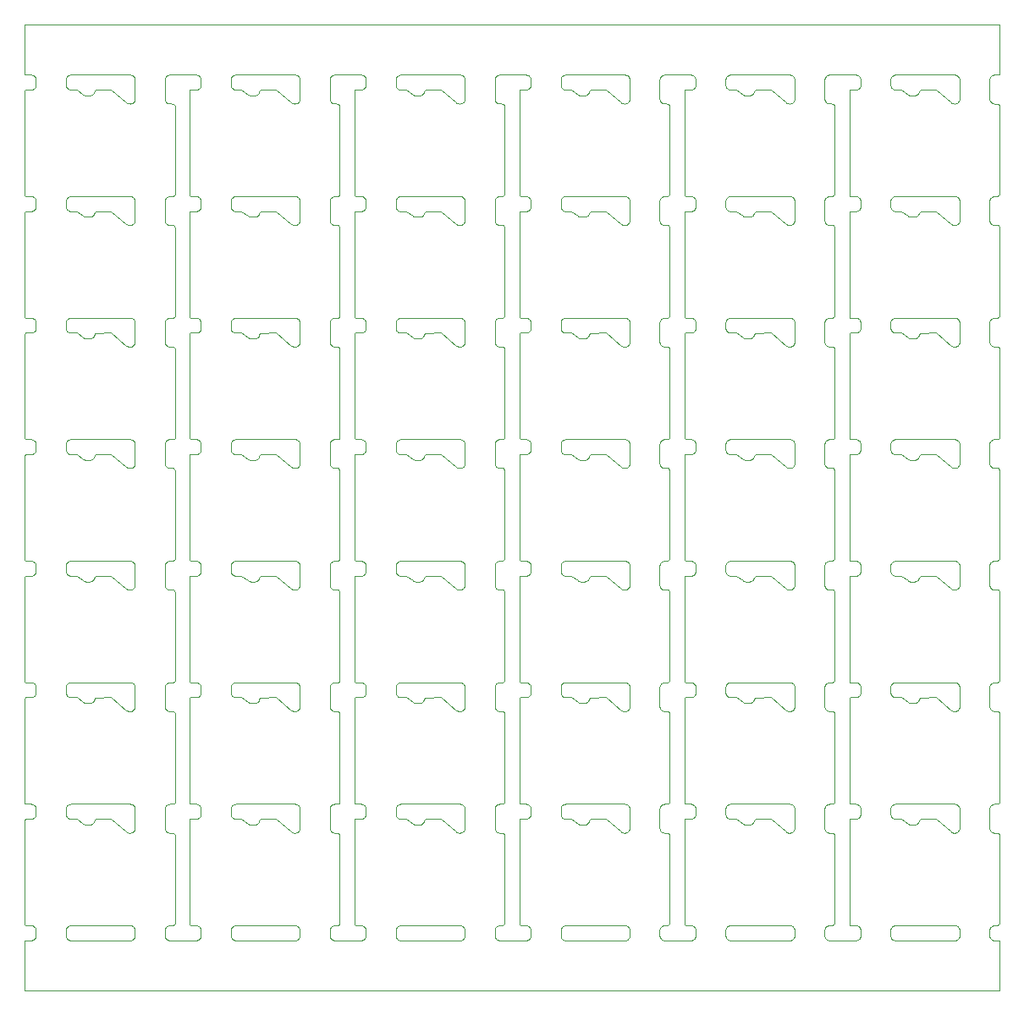
<source format=gm1>
%TF.GenerationSoftware,KiCad,Pcbnew,(6.0.2)*%
%TF.CreationDate,2022-02-28T22:32:23+01:00*%
%TF.ProjectId,microsd-breakout-6x7,6d696372-6f73-4642-9d62-7265616b6f75,rev?*%
%TF.SameCoordinates,Original*%
%TF.FileFunction,Profile,NP*%
%FSLAX46Y46*%
G04 Gerber Fmt 4.6, Leading zero omitted, Abs format (unit mm)*
G04 Created by KiCad (PCBNEW (6.0.2)) date 2022-02-28 22:32:23*
%MOMM*%
%LPD*%
G01*
G04 APERTURE LIST*
%TA.AperFunction,Profile*%
%ADD10C,0.100000*%
%TD*%
G04 APERTURE END LIST*
D10*
X79970978Y-68984314D02*
X79924963Y-68970355D01*
X96219033Y-79830945D02*
X96261001Y-79787934D01*
X139028761Y-70064075D02*
X139012023Y-70006359D01*
X53497626Y-104432971D02*
X53499987Y-104481061D01*
X73198120Y-91927428D02*
X73238103Y-91900713D01*
X75553056Y-55321628D02*
X75599296Y-55330844D01*
X115441329Y-93541311D02*
X115430349Y-93575571D01*
X90501000Y-128166578D02*
X90500931Y-119271034D01*
X96137364Y-117356514D02*
X96121164Y-117311239D01*
X43340971Y-129760140D02*
X43308554Y-129775962D01*
X53499987Y-67991061D02*
X53499987Y-69898938D01*
X125902009Y-81062571D02*
X125872265Y-81082977D01*
X86497678Y-129376028D02*
X86492824Y-129411771D01*
X135652356Y-116182099D02*
X135697631Y-116198299D01*
X123384437Y-46059000D02*
X122966047Y-46058409D01*
X56509402Y-116555405D02*
X56521086Y-116508760D01*
X98645435Y-69536337D02*
X98599883Y-69551342D01*
X109252330Y-44647900D02*
X109205685Y-44659584D01*
X79970978Y-43186685D02*
X80030057Y-43175685D01*
X93067230Y-129504348D02*
X93053019Y-129537501D01*
X106280563Y-104038045D02*
X106313716Y-104023834D01*
X65916886Y-44948932D02*
X65901011Y-44981216D01*
X65901011Y-81471216D02*
X65876243Y-81512285D01*
X102930351Y-55569090D02*
X102953019Y-55611498D01*
X106152190Y-43307119D02*
X106179212Y-43283225D01*
X119467256Y-92144651D02*
X119482340Y-92190310D01*
X107000997Y-103836820D02*
X107000931Y-94941034D01*
X73920225Y-116100746D02*
X73998632Y-116013038D01*
X122501419Y-45605046D02*
X122500091Y-45568938D01*
X115441329Y-105701311D02*
X115430349Y-105735571D01*
X43596301Y-92898981D02*
X43585301Y-92958060D01*
X56502347Y-82107028D02*
X56499987Y-82058938D01*
X119301983Y-91927428D02*
X119330145Y-91949968D01*
X79682619Y-79878771D02*
X79719007Y-79830945D01*
X57420225Y-116100746D02*
X57498632Y-116013038D01*
X63114698Y-129447060D02*
X63105317Y-129399897D01*
X73770964Y-91830613D02*
X73920225Y-91770746D01*
X43319488Y-91878045D02*
X43351506Y-91894658D01*
X42509000Y-38172000D02*
X42501928Y-38174928D01*
X76597678Y-116602971D02*
X76599890Y-116638974D01*
X86208606Y-94676962D02*
X86175114Y-94690355D01*
X131645435Y-45206337D02*
X131599883Y-45221342D01*
X109547770Y-55600690D02*
X109562791Y-55633485D01*
X89859349Y-104008750D02*
X89906267Y-103998214D01*
X46599987Y-92321061D02*
X46601315Y-92284953D01*
X56499987Y-94228938D02*
X56500135Y-92308974D01*
X109530377Y-80920909D02*
X109510706Y-80951145D01*
X56618955Y-118879054D02*
X56582567Y-118831228D01*
X49297888Y-93772705D02*
X49260759Y-93803062D01*
X109297605Y-129780700D02*
X109263794Y-129793268D01*
X102839128Y-94592065D02*
X102801957Y-94622571D01*
X46601315Y-92875046D02*
X46599987Y-92838938D01*
X49430349Y-81405571D02*
X49416886Y-81438932D01*
X76473104Y-55491936D02*
X76496328Y-55519536D01*
X48320160Y-81639859D02*
X47672872Y-81160888D01*
X56859297Y-104008750D02*
X56894392Y-104000415D01*
X56813638Y-94686165D02*
X56759002Y-94661140D01*
X49145435Y-93866337D02*
X49099883Y-93881342D01*
X119410706Y-79868854D02*
X119430377Y-79899090D01*
X63260949Y-104117934D02*
X63307867Y-104080384D01*
X126100117Y-128811061D02*
X126099526Y-129352043D01*
X115178516Y-69522198D02*
X115145435Y-69536337D01*
X63470952Y-68984314D02*
X63424937Y-68970355D01*
X63100013Y-55821061D02*
X63101341Y-55784953D01*
X73370952Y-106864314D02*
X73313664Y-106846165D01*
X96298172Y-116257428D02*
X96348545Y-116224658D01*
X92622090Y-81158851D02*
X92088683Y-81159458D01*
X86140728Y-104008750D02*
X86186387Y-104023834D01*
X97983064Y-81714355D02*
X97937107Y-81700435D01*
X119410706Y-118841145D02*
X119388865Y-118869852D01*
X53009925Y-106879000D02*
X52933317Y-106878397D01*
X63163671Y-105240519D02*
X63137312Y-105186514D01*
X60036354Y-93080519D02*
X60010628Y-93121145D01*
X63114698Y-116531939D02*
X63132847Y-116474651D01*
X99090173Y-81169324D02*
X98998788Y-81230555D01*
X74000997Y-116006820D02*
X74000931Y-107101034D01*
X46621086Y-92981239D02*
X46607201Y-92922771D01*
X64937107Y-81700435D02*
X64903655Y-81687078D01*
X76552993Y-105208501D02*
X76530325Y-105250909D01*
X106047110Y-116441498D02*
X106069778Y-116399090D01*
X102888839Y-67680147D02*
X102910680Y-67708854D01*
X89626973Y-129657063D02*
X89596467Y-129619892D01*
X109567256Y-116474651D02*
X109578991Y-116508760D01*
X139000117Y-82058938D02*
X139000265Y-80138974D01*
X92053056Y-55321628D02*
X92099296Y-55330844D01*
X102839128Y-82422065D02*
X102801957Y-82452571D01*
X49441329Y-81371311D02*
X49430349Y-81405571D01*
X59634056Y-128321590D02*
X59669994Y-128324685D01*
X135605711Y-70379584D02*
X135558145Y-70386639D01*
X85768298Y-46020954D02*
X85724483Y-45999992D01*
X86261948Y-129748286D02*
X86208606Y-129775962D01*
X106069778Y-79899090D02*
X106096493Y-79859107D01*
X122698198Y-116257428D02*
X122738181Y-116230713D01*
X119105685Y-91840415D02*
X119140780Y-91848750D01*
X96530083Y-103994685D02*
X96590126Y-103991000D01*
X96338155Y-68929286D02*
X96298172Y-68902571D01*
X118933317Y-106878397D02*
X118872995Y-106871639D01*
X81320160Y-105969859D02*
X80672872Y-105490888D01*
X63147058Y-128601498D02*
X63169726Y-128559090D01*
X129163775Y-105240519D02*
X129137416Y-105186514D01*
X43401879Y-68902571D02*
X43351506Y-68935341D01*
X69640702Y-91848750D02*
X69686361Y-91863834D01*
X98469470Y-106059000D02*
X98102021Y-106059000D01*
X79880537Y-104038045D02*
X79913690Y-104023834D01*
X112607305Y-129411771D02*
X112601419Y-129364046D01*
X114602021Y-45239000D02*
X114565964Y-45237675D01*
X122511997Y-94336359D02*
X122502451Y-94277028D01*
X109464971Y-117506874D02*
X109439154Y-117532065D01*
X126062817Y-55633485D02*
X126082366Y-55690310D01*
X89990100Y-103991000D02*
X90270964Y-103990613D01*
X69708580Y-94676962D02*
X69675088Y-94690355D01*
X63182593Y-116378771D02*
X63218981Y-116330945D01*
X122707945Y-106789615D02*
X122661027Y-106752065D01*
X92872213Y-79737022D02*
X92901957Y-79757428D01*
X96471004Y-104005685D02*
X96530083Y-103994685D01*
X42548959Y-128309856D02*
X42599785Y-128320911D01*
X126088210Y-43554640D02*
X126094812Y-43590102D01*
X89500039Y-45568938D02*
X89500039Y-43662061D01*
X106057924Y-57959984D02*
X106037364Y-57916514D01*
X125841101Y-67558859D02*
X125872265Y-67577022D01*
X93036406Y-129569519D02*
X93017484Y-129600228D01*
X63470952Y-56814314D02*
X63413664Y-56796165D01*
X115498788Y-69070555D02*
X115449372Y-69179055D01*
X135979017Y-106531239D02*
X135967282Y-106565348D01*
X109567256Y-68685348D02*
X109553045Y-68718501D01*
X43430041Y-91949968D02*
X43456468Y-91974518D01*
X92861974Y-91900713D02*
X92892210Y-91920384D01*
X93010680Y-67708854D02*
X93030351Y-67739090D01*
X122500091Y-82058938D02*
X122500239Y-80138974D01*
X102772213Y-82472977D02*
X102741049Y-82491140D01*
X122813742Y-46026165D02*
X122769781Y-46006679D01*
X60010628Y-56621145D02*
X59988787Y-56649852D01*
X114518305Y-81721805D02*
X114483064Y-81714355D01*
X96121164Y-80811239D02*
X96107279Y-80752771D01*
X106000065Y-118558938D02*
X106000213Y-116638974D01*
X126067282Y-68685348D02*
X126053071Y-68718501D01*
X86320891Y-129706774D02*
X86292184Y-129728615D01*
X129554070Y-128322328D02*
X129590178Y-128321000D01*
X79600629Y-128786956D02*
X79603724Y-128751018D01*
X79880537Y-56781954D02*
X79838129Y-56759286D01*
X113030109Y-68995314D02*
X112971030Y-68984314D01*
X135605711Y-119039584D02*
X135558145Y-119046639D01*
X56532821Y-79974651D02*
X56552307Y-79930690D01*
X63189397Y-128528854D02*
X63211238Y-128500147D01*
X108515662Y-117677556D02*
X108510922Y-117680472D01*
X135741101Y-104048859D02*
X135772265Y-104067022D01*
X122502451Y-67942971D02*
X122509506Y-67895405D01*
X56990048Y-119049000D02*
X56930005Y-119045314D01*
X115331870Y-105898863D02*
X115297888Y-105932705D01*
X96578039Y-68998851D02*
X96530083Y-68995314D01*
X46689371Y-128528854D02*
X46711212Y-128500147D01*
X129121216Y-68651239D02*
X129107331Y-68592771D01*
X126097756Y-116602971D02*
X126099968Y-116638974D01*
X76599890Y-104468974D02*
X76600039Y-104998938D01*
X69534056Y-43172590D02*
X69569994Y-43175685D01*
X53240971Y-104048859D02*
X53272135Y-104067022D01*
X53261896Y-129748286D02*
X53219488Y-129770954D01*
X113666681Y-44669000D02*
X113078065Y-44668851D01*
X93010680Y-117451145D02*
X92988839Y-117479852D01*
X82323688Y-45087633D02*
X82297888Y-45112705D01*
X96114750Y-129447060D02*
X96107279Y-129411771D01*
X81518305Y-69561805D02*
X81483064Y-69554355D01*
X98930349Y-117905571D02*
X98916886Y-117938932D01*
X89759054Y-70331140D02*
X89707893Y-70299615D01*
X114518305Y-69561805D02*
X114483064Y-69554355D01*
X59658041Y-105486639D02*
X59622038Y-105488851D01*
X102605659Y-82539584D02*
X102558093Y-82546639D01*
X65941329Y-69211311D02*
X65930349Y-69245571D01*
X69888787Y-106699852D02*
X69864893Y-106726874D01*
X66090173Y-93339324D02*
X65998788Y-93400555D01*
X135182960Y-106794796D02*
X135144086Y-106765573D01*
X69534056Y-79661590D02*
X69569994Y-79664685D01*
X43517406Y-56611228D02*
X43496276Y-56640463D01*
X89738129Y-128390713D02*
X89769729Y-128373320D01*
X73998632Y-128173038D02*
X74001000Y-128166578D01*
X96219033Y-93159054D02*
X96189449Y-93121145D01*
X56738077Y-91900713D02*
X56780485Y-91878045D01*
X135534160Y-43172590D02*
X135582014Y-43177304D01*
X65505483Y-81727678D02*
X65469470Y-81729000D01*
X43351506Y-91894658D02*
X43401879Y-91927428D01*
X81483064Y-69554355D02*
X81437107Y-69540435D01*
X109496380Y-129629463D02*
X109473156Y-129657063D01*
X56930005Y-43175685D02*
X56990048Y-43172000D01*
X89569752Y-104229090D02*
X89596467Y-104189107D01*
X79614724Y-104361939D02*
X79632873Y-104304651D01*
X76439102Y-68872065D02*
X76401931Y-68902571D01*
X135971472Y-104315924D02*
X135982366Y-104350310D01*
X96578039Y-81158851D02*
X96530083Y-81155314D01*
X76439102Y-104117934D02*
X76464919Y-104143125D01*
X76263742Y-56804268D02*
X76229099Y-56814314D01*
X93010680Y-105281145D02*
X92988839Y-105309852D01*
X93017484Y-129600228D02*
X92996354Y-129629463D01*
X79752164Y-56693880D02*
X79719007Y-56659054D01*
X98941329Y-105701311D02*
X98930349Y-105735571D01*
X53498658Y-82095046D02*
X53494682Y-82130897D01*
X90498632Y-79513038D02*
X90500997Y-79506820D01*
X109598762Y-92875046D02*
X109594786Y-92910897D01*
X102967230Y-82235348D02*
X102953019Y-82268501D01*
X79970978Y-79675685D02*
X80030057Y-79664685D01*
X86482288Y-55690310D02*
X86490623Y-55725405D01*
X69730322Y-43224320D02*
X69761922Y-43241713D01*
X125902009Y-67597428D02*
X125947991Y-67636119D01*
X119488184Y-94336359D02*
X119478991Y-94371239D01*
X112601419Y-56375046D02*
X112600091Y-56338938D01*
X76488813Y-79840147D02*
X76510654Y-79868854D01*
X135772265Y-104067022D02*
X135802009Y-104087428D01*
X102830119Y-43290968D02*
X102856546Y-43315518D01*
X126100117Y-67991061D02*
X126100117Y-68508938D01*
X139238207Y-67570713D02*
X139280615Y-67548045D01*
X89569752Y-79899090D02*
X89596467Y-79859107D01*
X53497626Y-55772971D02*
X53499987Y-55821061D01*
X125099296Y-67500844D02*
X125610055Y-67501000D01*
X92901957Y-55427428D02*
X92947939Y-55466119D01*
X119453045Y-43452498D02*
X119467256Y-43485651D01*
X53467152Y-92144651D02*
X53478887Y-92178760D01*
X53240971Y-94661140D02*
X53208554Y-94676962D01*
X43146033Y-129816671D02*
X43109925Y-129818000D01*
X48565964Y-69567675D02*
X48530162Y-69563710D01*
X131505483Y-106057678D02*
X131469470Y-106059000D01*
X126096431Y-67931018D02*
X126100117Y-67991061D01*
X65102021Y-81729000D02*
X65065964Y-81727675D01*
X102761974Y-116230713D02*
X102801957Y-116257428D01*
X89990100Y-94719000D02*
X89930057Y-94715314D01*
X114360749Y-93835517D02*
X114320160Y-93809859D01*
X82449372Y-69179055D02*
X82441329Y-69211311D01*
X82260759Y-105963062D02*
X82220841Y-105989645D01*
X92099296Y-116160844D02*
X92610003Y-116161000D01*
X129380615Y-81111954D02*
X129338207Y-81089286D01*
X49355096Y-81541389D02*
X49331870Y-81568863D01*
X52768298Y-58180954D02*
X52724483Y-58159992D01*
X129182697Y-55548771D02*
X129219085Y-55500945D01*
X89500039Y-94228938D02*
X89500187Y-92308974D01*
X81437107Y-81700435D02*
X81403655Y-81687078D01*
X48565964Y-45237675D02*
X48518305Y-45231805D01*
X79798146Y-81062571D02*
X79760975Y-81032065D01*
X46637286Y-93026514D02*
X46621086Y-92981239D01*
X96298172Y-81062571D02*
X96261001Y-81032065D01*
X129189501Y-128528854D02*
X129227051Y-128481936D01*
X49416886Y-117938932D02*
X49401011Y-117971216D01*
X52644086Y-106765573D02*
X51109319Y-105489366D01*
X119105685Y-79670415D02*
X119140780Y-79678750D01*
X118813972Y-58197475D02*
X118768298Y-58180954D01*
X122619059Y-106709054D02*
X122582671Y-106661228D01*
X136000117Y-92321061D02*
X136000117Y-94228938D01*
X98998777Y-105560693D02*
X98949372Y-105669055D01*
X46838077Y-68929286D02*
X46798094Y-68902571D01*
X98720841Y-105989645D02*
X98678516Y-106012198D01*
X112601419Y-44215046D02*
X112600091Y-44178938D01*
X86058067Y-46056639D02*
X86009977Y-46059000D01*
X109594786Y-43590102D02*
X109599942Y-43649974D01*
X135903688Y-129619892D02*
X135864997Y-129665874D01*
X109567256Y-128634651D02*
X109582340Y-128680310D01*
X64937107Y-93870435D02*
X64903655Y-93857078D01*
X97983064Y-69554355D02*
X97937107Y-69540435D01*
X42508475Y-81195221D02*
X42499314Y-81286801D01*
X119010029Y-46059000D02*
X118933317Y-46058397D01*
X139198224Y-67597428D02*
X139238207Y-67570713D01*
X92872213Y-55407022D02*
X92901957Y-55427428D01*
X140000988Y-55177062D02*
X140000931Y-46281034D01*
X115260759Y-69473062D02*
X115220841Y-69499645D01*
X109401983Y-105392571D02*
X109372239Y-105412977D01*
X89813690Y-43204834D02*
X89847799Y-43193099D01*
X59609951Y-117659000D02*
X59090721Y-117659049D01*
X109588184Y-56446359D02*
X109578991Y-56481239D01*
X129380615Y-116208045D02*
X129413768Y-116193834D01*
X65065964Y-57397675D02*
X65018305Y-57391805D01*
X135325629Y-94700892D02*
X135279559Y-94685508D01*
X69509951Y-70389000D02*
X69433317Y-70388397D01*
X48403655Y-69527078D02*
X48360749Y-69505517D01*
X89717810Y-129735419D02*
X89688575Y-129714289D01*
X126098788Y-105035046D02*
X126094812Y-105070897D01*
X108500989Y-67423104D02*
X108548941Y-67489627D01*
X59729073Y-117644314D02*
X59693784Y-117651785D01*
X76530325Y-105250909D02*
X76510654Y-105281145D01*
X125670098Y-44665314D02*
X125634160Y-44668409D01*
X48360749Y-81665517D02*
X48320160Y-81639859D01*
X106998632Y-55183038D02*
X107000997Y-55176820D01*
X53140676Y-106861249D02*
X53105581Y-106869584D01*
X46913638Y-56796165D02*
X46869677Y-56776679D01*
X139135236Y-129665874D02*
X139111342Y-129638852D01*
X73082593Y-118831228D02*
X73052333Y-118779309D01*
X135730426Y-43224320D02*
X135772265Y-43248022D01*
X109286439Y-44636165D02*
X109252330Y-44647900D01*
X112971030Y-105474314D02*
X112925015Y-105460355D01*
X122906319Y-116168214D02*
X122942062Y-116163360D01*
X139430135Y-119045314D02*
X139371056Y-119034314D01*
X135605711Y-46049584D02*
X135558145Y-46056639D01*
X73069726Y-67739090D02*
X73096441Y-67699107D01*
X46614672Y-116531939D02*
X46632821Y-116474651D01*
X122643609Y-45915481D02*
X122603801Y-45870463D01*
X96298172Y-67597428D02*
X96348545Y-67564658D01*
X79663697Y-129569519D02*
X79642076Y-129526567D01*
X60036354Y-68750519D02*
X60010628Y-68791145D01*
X106198172Y-55427428D02*
X106238155Y-55400713D01*
X119500091Y-57728938D02*
X119498762Y-57765046D01*
X112761027Y-116287934D02*
X112798198Y-116257428D01*
X47030005Y-44665314D02*
X46970926Y-44654314D01*
X130820160Y-118139859D02*
X130172872Y-117660888D01*
X96506293Y-128328214D02*
X96554018Y-128322328D01*
X65018305Y-45231805D02*
X64983064Y-45224355D01*
X115416886Y-81438932D02*
X115401011Y-81471216D01*
X102999474Y-129352043D02*
X102996379Y-129387981D01*
X122502451Y-116602971D02*
X122509506Y-116555405D01*
X122859401Y-67518750D02*
X122906319Y-67508214D01*
X96518167Y-56823695D02*
X96471004Y-56814314D01*
X106179212Y-45947774D02*
X106143583Y-45915481D01*
X125610055Y-55331000D02*
X125646163Y-55332328D01*
X82178516Y-69522198D02*
X82145435Y-69536337D01*
X112838181Y-105419286D02*
X112798198Y-105392571D01*
X123500931Y-94941034D02*
X123393381Y-94724527D01*
X89582619Y-106661228D02*
X89552359Y-106609309D01*
X109372239Y-68922977D02*
X109341075Y-68941140D01*
X106096493Y-104189107D02*
X106126999Y-104151936D01*
X135864997Y-118896874D02*
X135839180Y-118922065D01*
X69864893Y-45906874D02*
X69839076Y-45932065D01*
X60098684Y-68545046D02*
X60094708Y-68580897D01*
X63152333Y-67770690D02*
X63182593Y-67718771D01*
X46647032Y-128601498D02*
X46669700Y-128559090D01*
X42548941Y-67489627D02*
X42553056Y-67491628D01*
X102558093Y-94716639D02*
X102510003Y-94719000D01*
X106161001Y-79787934D02*
X106198172Y-79757428D01*
X60098684Y-56375046D02*
X60094708Y-56410897D01*
X63101341Y-80114953D02*
X63105317Y-80079102D01*
X109297605Y-79698299D02*
X109341075Y-79718859D01*
X96107279Y-44262771D02*
X96101393Y-44215046D01*
X115145435Y-118196337D02*
X115099883Y-118211342D01*
X130948465Y-57374337D02*
X130903655Y-57357078D01*
X46600577Y-129352043D02*
X46599987Y-128811061D01*
X126071472Y-67825924D02*
X126082366Y-67860310D01*
X122698198Y-104087428D02*
X122738181Y-104060713D01*
X122552411Y-82279309D02*
X122528735Y-82224075D01*
X112971030Y-117644314D02*
X112925015Y-117630355D01*
X92939128Y-117532065D02*
X92901957Y-117562571D01*
X96261001Y-105362065D02*
X96219033Y-105319054D01*
X109530377Y-117420909D02*
X109510706Y-117451145D01*
X106126999Y-67661936D02*
X106161001Y-67627934D01*
X135936458Y-67749480D02*
X135958079Y-67792432D01*
X139490178Y-103991000D02*
X139770964Y-103990613D01*
X114602021Y-81729000D02*
X114565964Y-81727675D01*
X56941958Y-91833360D02*
X56990048Y-91831000D01*
X86500039Y-116651061D02*
X86500039Y-118558938D01*
X129182697Y-116378771D02*
X129219085Y-116330945D01*
X109600091Y-128811061D02*
X109599500Y-129352043D01*
X109578991Y-80811239D02*
X109567256Y-80845348D01*
X56537286Y-57916514D02*
X56517737Y-57859689D01*
X135930403Y-94480909D02*
X135910732Y-94511145D01*
X63402498Y-91868299D02*
X63436309Y-91855731D01*
X108510922Y-93350472D02*
X108508435Y-93355713D01*
X89576061Y-43399851D02*
X89603749Y-43360536D01*
X125740806Y-91848750D02*
X125786465Y-91863834D01*
X86452993Y-106598501D02*
X86430325Y-106640909D01*
X69967178Y-129504348D02*
X69952967Y-129537501D01*
X49331870Y-81568863D02*
X49297888Y-81602705D01*
X102990649Y-80055405D02*
X102997704Y-80102971D01*
X106052385Y-70119309D02*
X106028709Y-70064075D01*
X79848519Y-91894658D02*
X79880537Y-91878045D01*
X112798198Y-56732571D02*
X112752216Y-56693880D01*
X85872995Y-119041639D02*
X85825629Y-119030892D01*
X112663749Y-56580519D02*
X112637390Y-56526514D01*
X139371056Y-82534314D02*
X139313768Y-82516165D01*
X73047058Y-79941498D02*
X73069726Y-79899090D01*
X112798198Y-55427428D02*
X112848571Y-55394658D01*
X132090173Y-93339324D02*
X131998788Y-93400555D01*
X90388044Y-82549673D02*
X89990100Y-82549000D01*
X135782345Y-82466419D02*
X135751636Y-82485341D01*
X76464919Y-93176874D02*
X76439102Y-93202065D01*
X82590173Y-93339324D02*
X82498788Y-93400555D01*
X106359375Y-91848750D02*
X106406293Y-91838214D01*
X64903655Y-118187078D02*
X64860749Y-118165517D01*
X119175166Y-82520355D02*
X119140780Y-82531249D01*
X102881096Y-43341945D02*
X102910680Y-43379854D01*
X56635106Y-79813125D02*
X56669932Y-79779968D01*
X81320160Y-81639859D02*
X80672872Y-81160888D01*
X73126947Y-104151936D02*
X73160949Y-104117934D01*
X102372995Y-82541639D02*
X102325629Y-82530892D01*
X119219592Y-67548045D02*
X119262000Y-67570713D01*
X85872995Y-82541639D02*
X85825629Y-82530892D01*
X131645435Y-81696337D02*
X131599883Y-81711342D01*
X56511893Y-128703640D02*
X56521086Y-128668760D01*
X131949372Y-93509055D02*
X131941329Y-93541311D01*
X97820160Y-105969859D02*
X97172872Y-105490888D01*
X82441329Y-105701311D02*
X82430349Y-105735571D01*
X43599987Y-92838938D02*
X43596301Y-92898981D01*
X93098736Y-117205046D02*
X93094760Y-117240897D01*
X89780537Y-116208045D02*
X89813690Y-116193834D01*
X43351506Y-128384658D02*
X43401879Y-128417428D01*
X69967178Y-57905348D02*
X69952967Y-57938501D01*
X81437107Y-93870435D02*
X81403655Y-93857078D01*
X86467204Y-43485651D02*
X86482288Y-43531310D01*
X93100065Y-117168938D02*
X93098736Y-117205046D01*
X139028761Y-45734075D02*
X139012023Y-45676359D01*
X86500039Y-80151061D02*
X86500039Y-82058938D01*
X82590173Y-117669324D02*
X82498788Y-117730555D01*
X89824963Y-55359644D02*
X89870978Y-55345685D01*
X139052437Y-92100690D02*
X139076139Y-92058851D01*
X109599942Y-116638974D02*
X109600091Y-117168938D01*
X43523964Y-129590148D02*
X43503558Y-129619892D01*
X63163671Y-93080519D02*
X63137312Y-93026514D01*
X129203827Y-129629463D02*
X129182697Y-129600228D01*
X73998632Y-91683038D02*
X74000997Y-91676820D01*
X139280615Y-104038045D02*
X139313768Y-104023834D01*
X109439154Y-93202065D02*
X109401983Y-93232571D01*
X96114750Y-43542939D02*
X96132899Y-43485651D01*
X53009925Y-82549000D02*
X52933317Y-82548397D01*
X59911476Y-56725289D02*
X59872161Y-56752977D01*
X102856546Y-55474518D02*
X102881096Y-55500945D01*
X125693888Y-56821785D02*
X125658145Y-56826639D01*
X73011919Y-106496359D02*
X73002373Y-106437028D01*
X102534108Y-103991590D02*
X102570046Y-103994685D01*
X63100013Y-68508938D02*
X63100013Y-67991061D01*
X135917536Y-92048771D02*
X135936458Y-92079480D01*
X96530083Y-105485314D02*
X96471004Y-105474314D01*
X46663645Y-80910519D02*
X46637286Y-80856514D01*
X49260759Y-45143062D02*
X49231062Y-45163368D01*
X57498632Y-103843038D02*
X57500997Y-103836820D01*
X115297888Y-57272705D02*
X115260759Y-57303062D01*
X86272187Y-82472977D02*
X86241023Y-82491140D01*
X106028709Y-70064075D02*
X106011971Y-70006359D01*
X85682960Y-58134796D02*
X85644086Y-58105573D01*
X63101341Y-43625953D02*
X63105317Y-43590102D01*
X63137312Y-44366514D02*
X63121112Y-44321239D01*
X69864893Y-94566874D02*
X69839076Y-94592065D01*
X135640806Y-128338750D02*
X135686465Y-128353834D01*
X119010029Y-70389000D02*
X118933317Y-70388397D01*
X139161053Y-106752065D02*
X139119085Y-106709054D01*
X86261948Y-79730713D02*
X86301931Y-79757428D01*
X92740754Y-116178750D02*
X92786413Y-116193834D01*
X139002477Y-82107028D02*
X139000117Y-82058938D01*
X85735239Y-94665639D02*
X85682960Y-94634796D01*
X59669994Y-44665314D02*
X59634056Y-44668409D01*
X112971030Y-91845685D02*
X113030109Y-91834685D01*
X56791419Y-55373037D02*
X56824911Y-55359644D01*
X122528735Y-118724075D02*
X122511997Y-118666359D01*
X75499042Y-91747985D02*
X75500989Y-91753104D01*
X86058067Y-70386639D02*
X86009977Y-70389000D01*
X106920225Y-67440746D02*
X106998632Y-67353038D01*
X135962817Y-57916514D02*
X135947796Y-57949309D01*
X135433317Y-119048397D02*
X135372995Y-119041639D01*
X73052333Y-94449309D02*
X73028657Y-94394075D01*
X139052437Y-82279309D02*
X139028761Y-82224075D01*
X119070072Y-91834685D02*
X119105685Y-91840415D01*
X109600091Y-55821061D02*
X109600091Y-56338938D01*
X65065964Y-81727675D02*
X65030162Y-81723710D01*
X46902472Y-91868299D02*
X46936283Y-91855731D01*
X42502468Y-129820427D02*
X42499192Y-129826049D01*
X65030162Y-106053710D02*
X64983064Y-106044355D01*
X53219488Y-129770954D02*
X53186335Y-129785165D01*
X112605395Y-92249102D02*
X112614776Y-92201939D01*
X96219033Y-56659054D02*
X96189449Y-56621145D01*
X73998632Y-116013038D02*
X74000997Y-116006820D01*
X69990597Y-67895405D02*
X69997652Y-67942971D01*
X98797888Y-45112705D02*
X98760759Y-45143062D01*
X122661027Y-129691065D02*
X122627025Y-129657063D01*
X119241075Y-82491140D02*
X119208658Y-82506962D01*
X43536328Y-80910519D02*
X43503558Y-80960892D01*
X119430377Y-104229090D02*
X119453045Y-104271498D01*
X89660975Y-67627934D02*
X89698146Y-67597428D01*
X112601419Y-55784953D02*
X112605395Y-55749102D01*
X139893381Y-46064527D02*
X139888044Y-46059673D01*
X79601367Y-104444953D02*
X79605343Y-104409102D01*
X139161053Y-82422065D02*
X139119085Y-82379054D01*
X92658093Y-43174360D02*
X92705659Y-43181415D01*
X79605343Y-80079102D02*
X79614724Y-80031939D01*
X80666681Y-105489000D02*
X80078013Y-105488851D01*
X70000013Y-116651061D02*
X70000013Y-118558938D01*
X63470952Y-117644314D02*
X63424937Y-117630355D01*
X47672872Y-81160888D02*
X47666681Y-81159000D01*
X86241023Y-118991140D02*
X86208606Y-119006962D01*
X57388044Y-94719673D02*
X56990048Y-94719000D01*
X115331870Y-118068863D02*
X115297888Y-118102705D01*
X46936283Y-79685731D02*
X46970926Y-79675685D01*
X140000931Y-70611034D02*
X139893381Y-70394527D01*
X46880485Y-68951954D02*
X46838077Y-68929286D01*
X63260949Y-68872065D02*
X63226947Y-68838063D01*
X48969470Y-45239000D02*
X48602021Y-45239000D01*
X89894444Y-46049584D02*
X89847799Y-46037900D01*
X112925015Y-68970355D02*
X112880589Y-68951954D01*
X46726921Y-55491936D02*
X46760923Y-55457934D01*
X119430377Y-92069090D02*
X119453045Y-92111498D01*
X92610003Y-55331000D02*
X92646111Y-55332328D01*
X86219540Y-104038045D02*
X86261948Y-104060713D01*
X92646111Y-103992328D02*
X92693836Y-103998214D01*
X106028709Y-82224075D02*
X106011971Y-82166359D01*
X119140780Y-94701249D02*
X119105685Y-94709584D01*
X119482340Y-104350310D02*
X119490675Y-104385405D01*
X102313972Y-58197475D02*
X102268298Y-58180954D01*
X76109977Y-68999000D02*
X75590721Y-68999049D01*
X109286439Y-116193834D02*
X109330400Y-116213320D01*
X125964997Y-68846874D02*
X125939180Y-68872065D01*
X135888891Y-118869852D02*
X135864997Y-118896874D01*
X79719007Y-43341945D02*
X79752164Y-43307119D01*
X69998684Y-45605046D02*
X69994708Y-45640897D01*
X89505343Y-128739102D02*
X89517789Y-128680310D01*
X53240971Y-118991140D02*
X53208554Y-119006962D01*
X76319540Y-128368045D02*
X76372187Y-128397022D01*
X63391445Y-129775962D02*
X63359028Y-129760140D01*
X57393381Y-46064527D02*
X57389377Y-46060305D01*
X98505483Y-81727678D02*
X98469470Y-81729000D01*
X86081936Y-128326304D02*
X86129099Y-128335685D01*
X80672872Y-81160888D02*
X80666681Y-81159000D01*
X139490178Y-91831000D02*
X139770964Y-91830613D01*
X79632873Y-128634651D02*
X79657898Y-128580015D01*
X89619007Y-106709054D02*
X89582619Y-106661228D01*
X76596353Y-55761018D02*
X76600039Y-55821061D01*
X129261053Y-93202065D02*
X129219085Y-93159054D01*
X56918089Y-129812695D02*
X56870926Y-129803314D01*
X76109977Y-67501000D02*
X76146085Y-67502328D01*
X53467152Y-82235348D02*
X53452941Y-82268501D01*
X109341075Y-68941140D02*
X109297605Y-68961700D01*
X96101393Y-44215046D02*
X96100065Y-44178938D01*
X80030057Y-105485314D02*
X79970978Y-105474314D01*
X119381122Y-55500945D02*
X119410706Y-55538854D01*
X129101445Y-117205046D02*
X129100117Y-117168938D01*
X122596519Y-67699107D02*
X122627025Y-67661936D01*
X79652359Y-92100690D02*
X79682619Y-92048771D01*
X46838077Y-81089286D02*
X46798094Y-81062571D01*
X139771644Y-128320396D02*
X139920225Y-128260746D01*
X46994392Y-129808584D02*
X46959297Y-129800249D01*
X106017815Y-128680310D02*
X106028709Y-128645924D01*
X131678516Y-45192198D02*
X131645435Y-45206337D01*
X63100013Y-80668938D02*
X63100013Y-80151061D01*
X126098788Y-128774953D02*
X126100117Y-128811061D01*
X129252242Y-56693880D02*
X129219085Y-56659054D01*
X59840997Y-67558859D02*
X59892158Y-67590384D01*
X59053056Y-79651628D02*
X59099296Y-79660844D01*
X119482340Y-43531310D02*
X119490675Y-43566405D01*
X122688627Y-129714289D02*
X122661027Y-129691065D01*
X63338103Y-81089286D02*
X63298120Y-81062571D01*
X109297605Y-43209299D02*
X109330400Y-43224320D01*
X92797579Y-56791700D02*
X92763768Y-56804268D01*
X89528683Y-82224075D02*
X89511945Y-82166359D01*
X43582236Y-43531310D02*
X43592772Y-43578228D01*
X102570046Y-43175685D02*
X102617424Y-43183906D01*
X114320160Y-105969859D02*
X113672872Y-105490888D01*
X49231062Y-45163368D02*
X49189301Y-45186950D01*
X73313664Y-67533834D02*
X73359323Y-67518750D01*
X119262000Y-129748286D02*
X119208658Y-129775962D01*
X64820160Y-105969859D02*
X64172872Y-105490888D01*
X79689423Y-44461145D02*
X79663697Y-44420519D01*
X47672872Y-105490888D02*
X47666681Y-105489000D01*
X86452993Y-45778501D02*
X86430325Y-45820909D01*
X119482340Y-92190310D02*
X119490675Y-92225405D01*
X47666681Y-117659000D02*
X47077961Y-117658851D01*
X106188601Y-129714289D02*
X106161001Y-129691065D01*
X82416886Y-69278932D02*
X82401011Y-69311216D01*
X86330093Y-43290968D02*
X86356520Y-43315518D01*
X113090152Y-91831000D02*
X119034134Y-91831590D01*
X98469470Y-81729000D02*
X98102021Y-81729000D01*
X69569994Y-116164685D02*
X69605607Y-116170415D01*
X69801905Y-58122571D02*
X69772161Y-58142977D01*
X109229151Y-105474314D02*
X109193862Y-105481785D01*
X109362000Y-91900713D02*
X109392236Y-91920384D01*
X89738129Y-116230713D02*
X89780537Y-116208045D01*
X123270964Y-67500613D02*
X123420225Y-67440746D01*
X115416886Y-69278932D02*
X115401011Y-69311216D01*
X56502347Y-69947028D02*
X56499987Y-69898938D01*
X59920865Y-67612225D02*
X59947887Y-67636119D01*
X76229099Y-68984314D02*
X76193810Y-68991785D01*
X49498788Y-93400555D02*
X49449372Y-93509055D01*
X53356468Y-67644518D02*
X53388761Y-67680147D01*
X79663697Y-80910519D02*
X79637338Y-80856514D01*
X98916886Y-69278932D02*
X98901011Y-69311216D01*
X115145435Y-81696337D02*
X115099883Y-81711342D01*
X122514776Y-55701939D02*
X122524822Y-55667296D01*
X69930299Y-129579909D02*
X69903584Y-129619892D01*
X106076087Y-45831148D02*
X106047110Y-45778501D01*
X139466073Y-43172590D02*
X139991245Y-43171996D01*
X122942062Y-116163360D02*
X122990152Y-116161000D01*
X100609333Y-44669355D02*
X99090173Y-44679324D01*
X125911580Y-44565289D02*
X125872265Y-44592977D01*
X135811580Y-82445289D02*
X135782345Y-82466419D01*
X81403655Y-93857078D02*
X81360749Y-93835517D01*
X59763716Y-43196731D02*
X59797527Y-43209299D01*
X82355096Y-93711389D02*
X82331870Y-93738863D01*
X79600039Y-80151061D02*
X79601367Y-80114953D01*
X119262000Y-43241713D02*
X119292236Y-43261384D01*
X69997652Y-104432971D02*
X70000013Y-104481061D01*
X59981044Y-116330945D02*
X60003584Y-116359107D01*
X112601419Y-129364046D02*
X112600091Y-129327938D01*
X69182960Y-118964796D02*
X69144086Y-118935573D01*
X135936458Y-92079480D02*
X135958079Y-92122432D01*
X108508435Y-93355713D02*
X108499033Y-93450325D01*
X46726921Y-117498063D02*
X46696415Y-117460892D01*
X43503558Y-55529107D02*
X43523964Y-55558851D01*
X119388865Y-106699852D02*
X119364971Y-106726874D01*
X93053019Y-117378501D02*
X93030351Y-117420909D01*
X79652359Y-116430690D02*
X79682619Y-116378771D01*
X119010029Y-106879000D02*
X118933317Y-106878397D01*
X52933317Y-119048397D02*
X52872995Y-119041639D01*
X129298224Y-44572571D02*
X129252242Y-44533880D01*
X109510706Y-80951145D02*
X109488865Y-80979852D01*
X125902009Y-56732571D02*
X125872265Y-56752977D01*
X122563749Y-55579480D02*
X122596519Y-55529107D01*
X106359375Y-79678750D02*
X106406293Y-79668214D01*
X102640754Y-128338750D02*
X102686413Y-128353834D01*
X76205633Y-44659584D02*
X76170020Y-44665314D01*
X102967230Y-92144651D02*
X102982314Y-92190310D01*
X69325629Y-106860892D02*
X69279559Y-106845508D01*
X63288549Y-56725289D02*
X63252138Y-56693880D01*
X129137416Y-80856514D02*
X129121216Y-80811239D01*
X106259080Y-94661140D02*
X106207919Y-94629615D01*
X86330093Y-116279968D02*
X86356520Y-116304518D01*
X73418115Y-128326304D02*
X73465969Y-128321590D01*
X65760759Y-57303062D02*
X65731062Y-57323368D01*
X43496276Y-44480463D02*
X43456468Y-44525481D01*
X139998632Y-103843038D02*
X140000997Y-103836820D01*
X46637286Y-56526514D02*
X46621086Y-56481239D01*
X92947939Y-44533880D02*
X92911528Y-44565289D01*
X125646163Y-93327671D02*
X125610055Y-93329000D01*
X86410654Y-55538854D02*
X86430325Y-55569090D01*
X106000065Y-43662061D02*
X106002425Y-43613971D01*
X125920969Y-129706774D02*
X125892262Y-129728615D01*
X109567256Y-104304651D02*
X109578991Y-104338760D01*
X76552993Y-56548501D02*
X76530325Y-56590909D01*
X119478991Y-57871239D02*
X119467256Y-57905348D01*
X86488132Y-82166359D02*
X86478939Y-82201239D01*
X106238155Y-55400713D02*
X106291497Y-55373037D01*
X122930109Y-46055314D02*
X122894496Y-46049584D01*
X56502347Y-116602971D02*
X56509402Y-116555405D01*
X56707841Y-116250384D02*
X56738077Y-116230713D01*
X46614672Y-129447060D02*
X46605291Y-129399897D01*
X96530083Y-117655314D02*
X96471004Y-117644314D01*
X43297501Y-44631700D02*
X43252226Y-44647900D01*
X93098736Y-128774953D02*
X93100065Y-128811061D01*
X63590074Y-116161000D02*
X69534056Y-116161590D01*
X112663749Y-117410519D02*
X112637390Y-117356514D01*
X106998632Y-67353038D02*
X107000988Y-67347062D01*
X123500988Y-67347062D02*
X123500931Y-58441034D01*
X96530083Y-93325314D02*
X96471004Y-93314314D01*
X92048959Y-128309856D02*
X92099540Y-128320881D01*
X56517737Y-57859689D02*
X56505291Y-57800897D01*
X135708684Y-58176962D02*
X135675192Y-58190355D01*
X106359375Y-116178750D02*
X106406293Y-116168214D01*
X82099883Y-69551342D02*
X82053083Y-69561823D01*
X65760759Y-45143062D02*
X65731062Y-45163368D01*
X89813690Y-82516165D02*
X89759054Y-82491140D01*
X64172872Y-93330888D02*
X64166681Y-93329000D01*
X56521086Y-104338760D02*
X56532821Y-104304651D01*
X131831870Y-118068863D02*
X131797888Y-118102705D01*
X139359427Y-67518750D02*
X139394522Y-67510415D01*
X122942062Y-79663360D02*
X122990152Y-79661000D01*
X122528735Y-94394075D02*
X122511997Y-94336359D01*
X76597678Y-92272971D02*
X76599890Y-92308974D01*
X112838181Y-44599286D02*
X112798198Y-44572571D01*
X135510055Y-106879000D02*
X135433317Y-106878397D01*
X53388761Y-43351147D02*
X53417406Y-43389771D01*
X119467256Y-82235348D02*
X119453045Y-82268501D01*
X46642024Y-129526567D02*
X46624718Y-129481703D01*
X129189501Y-117451145D02*
X129163775Y-117410519D01*
X86301931Y-118952571D02*
X86272187Y-118972977D01*
X58999000Y-56962990D02*
X58999042Y-67417985D01*
X56576009Y-67728851D02*
X56603697Y-67689536D01*
X86163742Y-55355731D02*
X86197553Y-55368299D01*
X63380511Y-105441954D02*
X63338103Y-105419286D01*
X43109925Y-43172000D02*
X43146033Y-43173328D01*
X59988787Y-117479852D02*
X59964893Y-117506874D01*
X56813638Y-46026165D02*
X56759002Y-46001140D01*
X47672872Y-44670888D02*
X47666681Y-44669000D01*
X80672872Y-105490888D02*
X80666681Y-105489000D01*
X109596405Y-67931018D02*
X109600091Y-67991061D01*
X102856546Y-67644518D02*
X102888839Y-67680147D01*
X79719007Y-67670945D02*
X79760975Y-67627934D01*
X123393381Y-70394527D02*
X123388044Y-70389673D01*
X69740997Y-70331140D02*
X69708580Y-70346962D01*
X96471004Y-117644314D02*
X96424989Y-117630355D01*
X129100117Y-43662061D02*
X129101445Y-43625953D01*
X93088158Y-80776359D02*
X93078965Y-80811239D01*
X112617841Y-128680310D02*
X112628735Y-128645924D01*
X106313716Y-116193834D02*
X106359375Y-116178750D01*
X69433317Y-94718397D02*
X69372995Y-94711639D01*
X69967178Y-43485651D02*
X69982262Y-43531310D01*
X86467204Y-67814651D02*
X86482288Y-67860310D01*
X112971030Y-116175685D02*
X113030109Y-116164685D01*
X112682671Y-116378771D02*
X112719059Y-116330945D01*
X112689475Y-68791145D02*
X112663749Y-68750519D01*
X102761974Y-67570713D02*
X102801957Y-67597428D01*
X96101393Y-105035046D02*
X96100065Y-104998938D01*
X63307867Y-116250384D02*
X63348493Y-116224658D01*
X76598710Y-117205046D02*
X76594734Y-117240897D01*
X102730374Y-43224320D02*
X102761974Y-43241713D01*
X73126947Y-91991936D02*
X73160949Y-91957934D01*
X63163671Y-117410519D02*
X63137312Y-117356514D01*
X125841101Y-68941140D02*
X125797631Y-68961700D01*
X106490126Y-106879000D02*
X106430083Y-106875314D01*
X43252226Y-116182099D02*
X43286335Y-116193834D01*
X63196441Y-117460892D02*
X63163671Y-117410519D01*
X102372995Y-58211639D02*
X102313972Y-58197475D01*
X69997652Y-67942971D02*
X70000013Y-67991061D01*
X129518219Y-44663695D02*
X129471056Y-44654314D01*
X112859106Y-129760140D02*
X112817862Y-129735419D01*
X43598658Y-128774953D02*
X43599987Y-128811061D01*
X107000997Y-55176820D02*
X107000972Y-46281521D01*
X102864945Y-58066874D02*
X102839128Y-58092065D01*
X89965995Y-46058409D02*
X89930057Y-46055314D01*
X98102021Y-57399000D02*
X98065964Y-57397675D01*
X96132899Y-67814651D02*
X96152385Y-67770690D01*
X135847991Y-128456119D02*
X135881148Y-128490945D01*
X48483064Y-93884355D02*
X48437107Y-93870435D01*
X118933317Y-94718397D02*
X118872995Y-94711639D01*
X63121112Y-80811239D02*
X63107227Y-80752771D01*
X103000065Y-104481061D02*
X103000065Y-106388938D01*
X102982314Y-55690310D02*
X102990649Y-55725405D01*
X69325629Y-70370892D02*
X69279559Y-70355508D01*
X108514657Y-56857188D02*
X108510111Y-56860865D01*
X63100013Y-128811061D02*
X63101341Y-128774953D01*
X56870926Y-119034314D02*
X56813638Y-119016165D01*
X53452941Y-116441498D02*
X53467152Y-116474651D01*
X90268382Y-55330984D02*
X90420225Y-55270746D01*
X106009480Y-104385405D02*
X106017815Y-104350310D01*
X92964945Y-104143125D02*
X92988839Y-104170147D01*
X119500091Y-92321061D02*
X119500091Y-94228938D01*
X102994760Y-69970897D02*
X102988158Y-70006359D01*
X56499987Y-69898938D02*
X56500135Y-67978974D01*
X118872995Y-70381639D02*
X118825629Y-70370892D01*
X113078065Y-56828851D02*
X113018193Y-56823695D01*
X69801905Y-91927428D02*
X69830067Y-91949968D01*
X69997652Y-92272971D02*
X70000013Y-92321061D01*
X57388044Y-119049673D02*
X56990048Y-119049000D01*
X70000013Y-129327938D02*
X69998684Y-129364046D01*
X69830067Y-67619968D02*
X69856494Y-67644518D01*
X49331870Y-45078863D02*
X49297888Y-45112705D01*
X43582236Y-129458689D02*
X43571342Y-129493075D01*
X139280615Y-79708045D02*
X139313768Y-79693834D01*
X139238207Y-104060713D02*
X139280615Y-104038045D01*
X75499042Y-116077985D02*
X75500989Y-116083104D01*
X96219033Y-44499054D02*
X96189449Y-44461145D01*
X131645435Y-69536337D02*
X131599883Y-69551342D01*
X139997715Y-43169409D02*
X140000924Y-43163224D01*
X59988787Y-67680147D02*
X60010628Y-67708854D01*
X135930403Y-45820909D02*
X135910732Y-45851145D01*
X102910680Y-70181145D02*
X102888839Y-70209852D01*
X59729073Y-68984314D02*
X59693784Y-68991785D01*
X119478991Y-70041239D02*
X119467256Y-70075348D01*
X106238155Y-128390713D02*
X106269755Y-128373320D01*
X56738077Y-128390713D02*
X56769677Y-128373320D01*
X49430349Y-117905571D02*
X49416886Y-117938932D01*
X119498762Y-106425046D02*
X119494786Y-106460897D01*
X102510003Y-106879000D02*
X102433317Y-106878397D01*
X49401011Y-93641216D02*
X49376243Y-93682285D01*
X106032899Y-116474651D02*
X106047110Y-116441498D01*
X69686361Y-104023834D02*
X69719514Y-104038045D01*
X96252190Y-128456119D02*
X96279212Y-128432225D01*
X53488080Y-82166359D02*
X53478887Y-82201239D01*
X102708632Y-129775962D02*
X102652304Y-129796900D01*
X46689371Y-43379854D02*
X46726921Y-43332936D01*
X89537338Y-129515514D02*
X89524770Y-129481703D01*
X73069726Y-92069090D02*
X73096441Y-92029107D01*
X60096327Y-129387981D02*
X60090597Y-129423594D01*
X129100117Y-44178938D02*
X129100117Y-43662061D01*
X92964945Y-105336874D02*
X92939128Y-105362065D01*
X125763820Y-117634268D02*
X125729177Y-117644314D01*
X73490074Y-67501000D02*
X73770964Y-67500613D01*
X49498788Y-69070555D02*
X49449372Y-69179055D01*
X131018305Y-57391805D02*
X130983064Y-57384355D01*
X73269703Y-46006679D02*
X73227864Y-45982977D01*
X109599942Y-92308974D02*
X109600091Y-92838938D01*
X106920225Y-91770746D02*
X106998632Y-91683038D01*
X43401879Y-81062571D02*
X43351506Y-81095341D01*
X59609951Y-116161000D02*
X59646059Y-116162328D01*
X139770964Y-67500613D02*
X139920225Y-67440746D01*
X89738129Y-79730713D02*
X89780537Y-79708045D01*
X106217836Y-129735419D02*
X106188601Y-129714289D01*
X69998684Y-129364046D02*
X69992798Y-129411771D01*
X86009977Y-82549000D02*
X85933317Y-82548397D01*
X59609951Y-43172000D02*
X59658041Y-43174360D01*
X43562687Y-128623485D02*
X43575255Y-128657296D01*
X123500997Y-55176820D02*
X123500972Y-46281521D01*
X69509951Y-106879000D02*
X69433317Y-106878397D01*
X119320943Y-129706774D02*
X119292236Y-129728615D01*
X76578939Y-117311239D02*
X76567204Y-117345348D01*
X109263794Y-93304268D02*
X109229151Y-93314314D01*
X89503724Y-129387981D02*
X89500187Y-129340025D01*
X92786413Y-91863834D02*
X92830374Y-91883320D01*
X129189501Y-44461145D02*
X129163775Y-44420519D01*
X135997756Y-80102971D02*
X136000117Y-80151061D01*
X53410602Y-79868854D02*
X53430273Y-79899090D01*
X53301879Y-82452571D02*
X53272135Y-82472977D01*
X46880485Y-81111954D02*
X46838077Y-81089286D01*
X46970926Y-43186685D02*
X47030005Y-43175685D01*
X63307867Y-67590384D02*
X63348493Y-67564658D01*
X132090173Y-44679324D02*
X131998788Y-44740555D01*
X69888787Y-79840147D02*
X69910628Y-79868854D01*
X135697631Y-55368299D02*
X135730426Y-55383320D01*
X76330348Y-43224320D02*
X76361948Y-43241713D01*
X46607201Y-56422771D02*
X46601315Y-56375046D01*
X135988210Y-118666359D02*
X135979017Y-118701239D01*
X63424937Y-93300355D02*
X63380511Y-93281954D01*
X129298224Y-43268428D02*
X129348597Y-43235658D01*
X43319488Y-55378045D02*
X43351506Y-55394658D01*
X96189449Y-105281145D02*
X96163723Y-105240519D01*
X115323688Y-45087633D02*
X115297888Y-45112705D01*
X73118981Y-106709054D02*
X73082593Y-106661228D01*
X69994708Y-45640897D02*
X69988106Y-45676359D01*
X56582567Y-82331228D02*
X56552307Y-82279309D01*
X65831870Y-57238863D02*
X65797888Y-57272705D01*
X86467204Y-79974651D02*
X86482288Y-80020310D01*
X112913742Y-91863834D02*
X112971030Y-91845685D01*
X46669700Y-128559090D02*
X46689371Y-128528854D01*
X93010680Y-44461145D02*
X92981096Y-44499054D01*
X43575255Y-117322703D02*
X43562687Y-117356514D01*
X139770964Y-103990613D02*
X139920225Y-103930746D01*
X130820160Y-57309859D02*
X130172872Y-56830888D01*
X113666681Y-93329000D02*
X113078065Y-93328851D01*
X102570046Y-91834685D02*
X102605659Y-91840415D01*
X129307971Y-128410384D02*
X129338207Y-128390713D01*
X106047110Y-67781498D02*
X106069778Y-67739090D01*
X53140676Y-82531249D02*
X53105581Y-82539584D01*
X106032899Y-67814651D02*
X106047110Y-67781498D01*
X63553966Y-128322328D02*
X63590074Y-128321000D01*
X86498710Y-94265046D02*
X86494734Y-94300897D01*
X115430349Y-105735571D02*
X115416886Y-105768932D01*
X53034030Y-67501590D02*
X53081884Y-67506304D01*
X131760759Y-105963062D02*
X131720841Y-105989645D01*
X86430325Y-43410090D02*
X86452993Y-43452498D01*
X135864997Y-82396874D02*
X135839180Y-82422065D01*
X125693888Y-103998214D02*
X125740806Y-104008750D01*
X86241023Y-70331140D02*
X86208606Y-70346962D01*
X125797631Y-93291700D02*
X125763820Y-93304268D01*
X108548941Y-91819627D02*
X108553056Y-91821628D01*
X129219085Y-116330945D02*
X129261053Y-116287934D01*
X65102021Y-69569000D02*
X65065964Y-69567675D01*
X109530377Y-105250909D02*
X109510706Y-105281145D01*
X56521086Y-128668760D02*
X56532821Y-128634651D01*
X53240971Y-79718859D02*
X53272135Y-79737022D01*
X139394522Y-67510415D02*
X139442088Y-67503360D01*
X46605291Y-129399897D02*
X46600577Y-129352043D01*
X98855096Y-105871389D02*
X98831870Y-105898863D01*
X48602021Y-106059000D02*
X48565964Y-106057675D01*
X90393381Y-82554527D02*
X90388044Y-82549673D01*
X131855096Y-57211389D02*
X131823688Y-57247633D01*
X65689301Y-45186950D02*
X65645435Y-45206337D01*
X69313972Y-46037475D02*
X69268298Y-46020954D01*
X98930349Y-69245571D02*
X98916886Y-69278932D01*
X139076139Y-92058851D02*
X139103827Y-92019536D01*
X53330041Y-116279968D02*
X53356468Y-116304518D01*
X69998684Y-57765046D02*
X69994708Y-57800897D01*
X102930351Y-94480909D02*
X102910680Y-94511145D01*
X42548941Y-116149627D02*
X42553056Y-116151628D01*
X92646111Y-91832328D02*
X92693836Y-91838214D01*
X49005483Y-93897678D02*
X48969470Y-93899000D01*
X48602021Y-57399000D02*
X48565964Y-57397675D01*
X97860749Y-93835517D02*
X97820160Y-93809859D01*
X93094760Y-56410897D02*
X93088158Y-56446359D01*
X65469470Y-69569000D02*
X65102021Y-69569000D01*
X63436309Y-116185731D02*
X63470952Y-116175685D01*
X108499000Y-44793114D02*
X108499042Y-55247985D01*
X122576113Y-43399851D02*
X122603801Y-43360536D01*
X126024094Y-116388851D02*
X126053071Y-116441498D01*
X86430325Y-104229090D02*
X86452993Y-104271498D01*
X53240971Y-70331140D02*
X53208554Y-70346962D01*
X96424989Y-68970355D02*
X96380563Y-68951954D01*
X119498762Y-82095046D02*
X119494786Y-82130897D01*
X42499314Y-81286801D02*
X42499005Y-91747243D01*
X73011919Y-94336359D02*
X73002373Y-94277028D01*
X135708684Y-70346962D02*
X135675192Y-70360355D01*
X126098788Y-56375046D02*
X126094812Y-56410897D01*
X64166681Y-81159000D02*
X63577987Y-81158851D01*
X109392236Y-43261384D02*
X109439154Y-43298934D01*
X102224483Y-45999992D02*
X102182960Y-45974796D01*
X96182645Y-79878771D02*
X96219033Y-79830945D01*
X52724483Y-118989992D02*
X52682960Y-118964796D01*
X52724483Y-58159992D02*
X52682960Y-58134796D01*
X96100065Y-80151061D02*
X96101393Y-80114953D01*
X96100065Y-55821061D02*
X96101393Y-55784953D01*
X93092850Y-92237228D02*
X93097704Y-92272971D01*
X114437107Y-106030435D02*
X114403655Y-106017078D01*
X47672872Y-93330888D02*
X47666681Y-93329000D01*
X76600039Y-92838938D02*
X76598710Y-92875046D01*
X109158119Y-56826639D02*
X109122116Y-56828851D01*
X69605607Y-82539584D02*
X69558041Y-82546639D01*
X76567204Y-80845348D02*
X76552993Y-80878501D01*
X79605343Y-92249102D02*
X79614724Y-92201939D01*
X46779134Y-129706774D02*
X46752112Y-129682880D01*
X115401011Y-81471216D02*
X115382810Y-81502248D01*
X109464971Y-105336874D02*
X109439154Y-105362065D01*
X74000931Y-82771034D02*
X73893381Y-82554527D01*
X89906267Y-67508214D02*
X89942010Y-67503360D01*
X92658093Y-129815639D02*
X92622090Y-129817851D01*
X53410602Y-70181145D02*
X53388761Y-70209852D01*
X96157924Y-128580015D02*
X96189449Y-128528854D01*
X89906267Y-91838214D02*
X89942010Y-91833360D01*
X70000013Y-82058938D02*
X69998684Y-82095046D01*
X93067230Y-68685348D02*
X93053019Y-68718501D01*
X139000117Y-129327938D02*
X139000117Y-128811061D01*
X96380563Y-79708045D02*
X96413716Y-79693834D01*
X89813690Y-119016165D02*
X89759054Y-118991140D01*
X102675140Y-106850355D02*
X102640754Y-106861249D01*
X49376243Y-118012285D02*
X49355096Y-118041389D01*
X63307867Y-128410384D02*
X63348493Y-128384658D01*
X140000931Y-46281034D02*
X139893381Y-46064527D01*
X43401879Y-104087428D02*
X43430041Y-104109968D01*
X76599890Y-116638974D02*
X76600039Y-117168938D01*
X102930351Y-118810909D02*
X102910680Y-118841145D01*
X113030109Y-79664685D02*
X113090152Y-79661000D01*
X60088106Y-80776359D02*
X60078913Y-80811239D01*
X96578039Y-44668851D02*
X96518167Y-44663695D01*
X135675192Y-106850355D02*
X135640806Y-106861249D01*
X42515662Y-93347556D02*
X42510448Y-93351035D01*
X109362000Y-104060713D02*
X109392236Y-104080384D01*
X139032951Y-116474651D02*
X139052437Y-116430690D01*
X69930299Y-92069090D02*
X69952967Y-92111498D01*
X79600039Y-117168938D02*
X79600039Y-116651061D01*
X79601367Y-44215046D02*
X79600039Y-44178938D01*
X139009532Y-116555405D02*
X139021216Y-116508760D01*
X126053071Y-68718501D02*
X126030403Y-68760909D01*
X139359427Y-104008750D02*
X139394522Y-104000415D01*
X135570098Y-91834685D02*
X135617476Y-91842906D01*
X66090173Y-44679324D02*
X65998788Y-44740555D01*
X89524770Y-55667296D02*
X89542076Y-55622432D01*
X119339154Y-70262065D02*
X119301983Y-70292571D01*
X63279160Y-129706774D02*
X63252138Y-129682880D01*
X49099883Y-69551342D02*
X49053083Y-69561823D01*
X86070020Y-91834685D02*
X86105633Y-91840415D01*
X139280615Y-91878045D02*
X139313768Y-91863834D01*
X43351506Y-105425341D02*
X43297501Y-105451700D01*
X119453045Y-55611498D02*
X119467256Y-55644651D01*
X92099296Y-55330844D02*
X92610003Y-55331000D01*
X89918141Y-129812695D02*
X89870978Y-129803314D01*
X96100065Y-129327938D02*
X96100213Y-128798974D01*
X46614672Y-80031939D02*
X46632821Y-79974651D01*
X64172872Y-69000888D02*
X64166681Y-68999000D01*
X126099526Y-129352043D02*
X126096431Y-129387981D01*
X60100013Y-128811061D02*
X60099422Y-129352043D01*
X82053083Y-93891823D02*
X82005483Y-93897678D01*
X114565964Y-45237675D02*
X114518305Y-45231805D01*
X129530135Y-91834685D02*
X129590178Y-91831000D01*
X106161001Y-58092065D02*
X106119033Y-58049054D01*
X63391445Y-128363037D02*
X63436309Y-128345731D01*
X89870978Y-94704314D02*
X89813690Y-94686165D01*
X102930351Y-82310909D02*
X102910680Y-82341145D01*
X115416886Y-105768932D02*
X115401011Y-105801216D01*
X73406241Y-79668214D02*
X73441984Y-79663360D01*
X81565964Y-106057675D02*
X81518305Y-106051805D01*
X135888891Y-55510147D02*
X135910732Y-55538854D01*
X98916886Y-44948932D02*
X98901011Y-44981216D01*
X112798198Y-93232571D02*
X112761027Y-93202065D01*
X63107227Y-44262771D02*
X63101341Y-44215046D01*
X96137364Y-80856514D02*
X96121164Y-80811239D01*
X43109925Y-117659000D02*
X42589069Y-117659252D01*
X69761922Y-104060713D02*
X69801905Y-104087428D01*
X96317836Y-129735419D02*
X96288601Y-129714289D01*
X76592824Y-104397228D02*
X76597678Y-104432971D01*
X119478991Y-106531239D02*
X119467256Y-106565348D01*
X53499987Y-80151061D02*
X53499987Y-82058938D01*
X79798146Y-56732571D02*
X79752164Y-56693880D01*
X129163775Y-93080519D02*
X129137416Y-93026514D01*
X69686361Y-116193834D02*
X69719514Y-116208045D01*
X114403655Y-118187078D02*
X114360749Y-118165517D01*
X135979017Y-82201239D02*
X135967282Y-82235348D01*
X93067230Y-116474651D02*
X93078965Y-116508760D01*
X139009532Y-104385405D02*
X139021216Y-104338760D01*
X139119085Y-58049054D02*
X139082697Y-58001228D01*
X86034082Y-91831590D02*
X86070020Y-91834685D01*
X109401983Y-81062571D02*
X109372239Y-81082977D01*
X60092798Y-128727228D02*
X60098684Y-128774953D01*
X46848467Y-116224658D02*
X46902472Y-116198299D01*
X102820917Y-129706774D02*
X102792210Y-129728615D01*
X135830171Y-67619968D02*
X135864997Y-67653125D01*
X129101445Y-44215046D02*
X129100117Y-44178938D01*
X131949372Y-81339055D02*
X131941329Y-81371311D01*
X123389377Y-46060305D02*
X123384437Y-46059000D01*
X96219033Y-68829054D02*
X96189449Y-68791145D01*
X135958079Y-92122432D02*
X135971472Y-92155924D01*
X92693836Y-56821785D02*
X92658093Y-56826639D01*
X92872213Y-44592977D02*
X92830374Y-44616679D01*
X97948465Y-45214337D02*
X97903655Y-45197078D01*
X79663697Y-117410519D02*
X79637338Y-117356514D01*
X129107331Y-80752771D02*
X129101445Y-80705046D01*
X123393381Y-94724527D02*
X123388044Y-94719673D01*
X79601367Y-56375046D02*
X79600039Y-56338938D01*
X79719007Y-105319054D02*
X79689423Y-105281145D01*
X69997652Y-43613971D02*
X70000013Y-43662061D01*
X129189501Y-105281145D02*
X129163775Y-105240519D01*
X114565964Y-93897675D02*
X114518305Y-93891805D01*
X135510055Y-46059000D02*
X135433317Y-46058397D01*
X43503558Y-68800892D02*
X43481018Y-68829054D01*
X135741101Y-129760140D02*
X135708684Y-129775962D01*
X49297888Y-81602705D02*
X49260759Y-81633062D01*
X131901011Y-44981216D02*
X131882810Y-45012248D01*
X131760759Y-45143062D02*
X131720841Y-45169645D01*
X79970978Y-44654314D02*
X79924963Y-44640355D01*
X96252190Y-56693880D02*
X96219033Y-56659054D01*
X96182645Y-104208771D02*
X96219033Y-104160945D01*
X93096379Y-44238981D02*
X93088158Y-44286359D01*
X106359375Y-67518750D02*
X106406293Y-67508214D01*
X102975333Y-128657296D02*
X102985379Y-128691939D01*
X52768298Y-70350954D02*
X52724483Y-70329992D01*
X125008374Y-44696200D02*
X124999000Y-44793114D01*
X56759002Y-82491140D02*
X56707841Y-82459615D01*
X131831870Y-69408863D02*
X131797888Y-69442705D01*
X92786413Y-116193834D02*
X92830374Y-116213320D01*
X60052967Y-80878501D02*
X60036354Y-80910519D01*
X129261053Y-67627934D02*
X129298224Y-67597428D01*
X125947991Y-129682880D02*
X125920969Y-129706774D01*
X89500039Y-106388938D02*
X89500187Y-104468974D01*
X60096327Y-44238981D02*
X60088106Y-44286359D01*
X106371004Y-119034314D02*
X106313716Y-119016165D01*
X63152333Y-116430690D02*
X63182593Y-116378771D01*
X96157924Y-129558984D02*
X96137364Y-129515514D01*
X63470952Y-128335685D02*
X63518115Y-128326304D01*
X139009532Y-67895405D02*
X139021216Y-67848760D01*
X139442088Y-55333360D02*
X139490178Y-55331000D01*
X76600039Y-80151061D02*
X76600039Y-80668938D01*
X69605607Y-116170415D02*
X69640702Y-116178750D01*
X76193810Y-103998214D02*
X76240728Y-104008750D01*
X89500187Y-116638974D02*
X89502399Y-116602971D01*
X80090100Y-79661000D02*
X86034082Y-79661590D01*
X64172872Y-44670888D02*
X64166681Y-44669000D01*
X89500187Y-67978974D02*
X89502399Y-67942971D01*
X59053056Y-103981628D02*
X59099296Y-103990844D01*
X53410602Y-45851145D02*
X53388761Y-45879852D01*
X89500039Y-118558938D02*
X89500187Y-116638974D01*
X106096493Y-116359107D02*
X106126999Y-116321936D01*
X135751636Y-45995341D02*
X135708684Y-46016962D01*
X48530162Y-118223710D02*
X48483064Y-118214355D01*
X73160949Y-116287934D02*
X73198120Y-116257428D01*
X89990100Y-55331000D02*
X90268382Y-55330984D01*
X43252226Y-79682099D02*
X43286335Y-79693834D01*
X69975281Y-128657296D02*
X69985327Y-128691939D01*
X79682619Y-43389771D02*
X79719007Y-43341945D01*
X119453045Y-45778501D02*
X119430377Y-45820909D01*
X129105421Y-55749102D02*
X129114802Y-55701939D01*
X76109977Y-43172000D02*
X76158067Y-43174360D01*
X129436413Y-55355731D02*
X129471056Y-55345685D01*
X92947939Y-55466119D02*
X92973130Y-55491936D01*
X69952967Y-57938501D02*
X69930299Y-57980909D01*
X52682960Y-82464796D02*
X52644086Y-82435573D01*
X56813638Y-82516165D02*
X56759002Y-82491140D01*
X106893381Y-119054527D02*
X106888044Y-119049673D01*
X130166681Y-105489000D02*
X129578091Y-105488851D01*
X60100013Y-67991061D02*
X60100013Y-68508938D01*
X79689423Y-56621145D02*
X79663697Y-56580519D01*
X118735239Y-94665639D02*
X118682960Y-94634796D01*
X126030403Y-105250909D02*
X126010732Y-105281145D01*
X106893381Y-58224527D02*
X106888044Y-58219673D01*
X89707893Y-58129615D02*
X89660975Y-58092065D01*
X46652307Y-79930690D02*
X46682567Y-79878771D01*
X126099968Y-44191025D02*
X126096431Y-44238981D01*
X92622090Y-105488851D02*
X92088914Y-105489390D01*
X82220841Y-57329645D02*
X82178516Y-57352198D01*
X97983064Y-93884355D02*
X97937107Y-93870435D01*
X63101341Y-92284953D02*
X63105317Y-92249102D01*
X109464971Y-104143125D02*
X109488865Y-104170147D01*
X122894496Y-46049584D02*
X122847851Y-46037900D01*
X43481018Y-105319054D02*
X43456468Y-105345481D01*
X76229099Y-105474314D02*
X76193810Y-105481785D01*
X76530325Y-80920909D02*
X76510654Y-80951145D01*
X76240728Y-91848750D02*
X76286387Y-91863834D01*
X49449372Y-69179055D02*
X49441329Y-69211311D01*
X43252226Y-91852099D02*
X43286335Y-91863834D01*
X91999033Y-105620325D02*
X91999042Y-116077985D01*
X73152138Y-43307119D02*
X73179160Y-43283225D01*
X96219033Y-67670945D02*
X96261001Y-67627934D01*
X102510003Y-82549000D02*
X102433317Y-82548397D01*
X89626973Y-116321936D02*
X89660975Y-116287934D01*
X92670046Y-44665314D02*
X92634108Y-44668409D01*
X82297888Y-57272705D02*
X82260759Y-57303062D01*
X125797631Y-67538299D02*
X125841101Y-67558859D01*
X76567204Y-56515348D02*
X76552993Y-56548501D01*
X73313664Y-104023834D02*
X73359323Y-104008750D01*
X79735158Y-128473125D02*
X79779186Y-128432225D01*
X90420225Y-91770746D02*
X90498632Y-91683038D01*
X96152385Y-79930690D02*
X96182645Y-79878771D01*
X119330145Y-55449968D02*
X119356572Y-55474518D01*
X125841101Y-117601140D02*
X125797631Y-117621700D01*
X108508448Y-56865467D02*
X108499000Y-56962990D01*
X109578991Y-92178760D02*
X109592876Y-92237228D01*
X109558053Y-44377567D02*
X109536432Y-44420519D01*
X129105421Y-67919102D02*
X129114802Y-67871939D01*
X76146085Y-91832328D02*
X76193810Y-91838214D01*
X86339102Y-82422065D02*
X86301931Y-82452571D01*
X46682567Y-67718771D02*
X46718955Y-67670945D01*
X112798198Y-91927428D02*
X112848571Y-91894658D01*
X109596405Y-80091018D02*
X109600091Y-80151061D01*
X53311450Y-45955289D02*
X53282215Y-45976419D01*
X82430349Y-81405571D02*
X82416886Y-81438932D01*
X129163775Y-80910519D02*
X129137416Y-80856514D01*
X125988891Y-105309852D02*
X125964997Y-105336874D01*
X112703801Y-129629463D02*
X112682671Y-129600228D01*
X59947887Y-129682880D02*
X59920865Y-129706774D01*
X56738077Y-67570713D02*
X56780485Y-67548045D01*
X46752112Y-56693880D02*
X46718955Y-56659054D01*
X135811580Y-45955289D02*
X135782345Y-45976419D01*
X52644086Y-70275573D02*
X51109333Y-68999355D01*
X59693784Y-55338214D02*
X59752252Y-55352099D01*
X125729177Y-105474314D02*
X125693888Y-105481785D01*
X125729177Y-81144314D02*
X125693888Y-81151785D01*
X74000997Y-79506820D02*
X74000931Y-70611034D01*
X129163775Y-68750519D02*
X129137416Y-68696514D01*
X109263794Y-56804268D02*
X109229151Y-56814314D01*
X60052967Y-104271498D02*
X60067178Y-104304651D01*
X65901011Y-105801216D02*
X65876243Y-105842285D01*
X135558145Y-70386639D02*
X135510055Y-70389000D01*
X99090173Y-117669324D02*
X98998788Y-117730555D01*
X76229099Y-93314314D02*
X76193810Y-93321785D01*
X102182960Y-70304796D02*
X102144086Y-70275573D01*
X122517841Y-80020310D02*
X122532925Y-79974651D01*
X125841101Y-79718859D02*
X125872265Y-79737022D01*
X86105633Y-119039584D02*
X86058067Y-119046639D01*
X73002373Y-43613971D02*
X73009428Y-43566405D01*
X129261053Y-117532065D02*
X129219085Y-117489054D01*
X125964997Y-116313125D02*
X125988891Y-116340147D01*
X56990048Y-103991000D02*
X57270964Y-103990613D01*
X82099883Y-93881342D02*
X82053083Y-93891823D01*
X79838129Y-117589286D02*
X79798146Y-117562571D01*
X109553045Y-68718501D02*
X109530377Y-68760909D01*
X109193862Y-105481785D02*
X109158119Y-105486639D01*
X53478887Y-116508760D02*
X53490571Y-116555405D01*
X53208554Y-70346962D02*
X53175062Y-70360355D01*
X125610055Y-91831000D02*
X125646163Y-91832328D01*
X112657950Y-43431015D02*
X112682671Y-43389771D01*
X59008448Y-56865467D02*
X58999000Y-56962990D01*
X98469470Y-57399000D02*
X98102021Y-57399000D01*
X65469470Y-81729000D02*
X65102021Y-81729000D01*
X122517841Y-45699689D02*
X122507305Y-45652771D01*
X122990152Y-79661000D02*
X123270964Y-79660613D01*
X114518305Y-118221805D02*
X114483064Y-118214355D01*
X125729177Y-129803314D02*
X125693888Y-129810785D01*
X73096441Y-67699107D02*
X73126947Y-67661936D01*
X43252226Y-44647900D02*
X43193758Y-44661785D01*
X69801905Y-67597428D02*
X69830067Y-67619968D01*
X123270964Y-79660613D02*
X123420225Y-79600746D01*
X86219540Y-79708045D02*
X86261948Y-79730713D01*
X135988210Y-106496359D02*
X135979017Y-106531239D01*
X90393381Y-94724527D02*
X90388044Y-94719673D01*
X79652359Y-104260690D02*
X79682619Y-104208771D01*
X114403655Y-93857078D02*
X114360749Y-93835517D01*
X135605711Y-94709584D02*
X135558145Y-94716639D01*
X109599942Y-104468974D02*
X109600091Y-104998938D01*
X79600039Y-80668938D02*
X79600039Y-80151061D01*
X98901011Y-117971216D02*
X98882810Y-118002248D01*
X60023990Y-43399851D02*
X60052967Y-43452498D01*
X129413768Y-104023834D02*
X129471056Y-104005685D01*
X98469470Y-45239000D02*
X98102021Y-45239000D01*
X139893381Y-119054527D02*
X139888044Y-119049673D01*
X123388044Y-94719673D02*
X122990152Y-94719000D01*
X89596467Y-55529107D02*
X89626973Y-55491936D01*
X139280615Y-116208045D02*
X139313768Y-116193834D01*
X63196441Y-93130892D02*
X63163671Y-93080519D01*
X82145435Y-69536337D02*
X82099883Y-69551342D01*
X46752112Y-129682880D02*
X46711212Y-129638852D01*
X59010111Y-105520865D02*
X59008448Y-105525467D01*
X115430349Y-69245571D02*
X115416886Y-69278932D01*
X131469470Y-81729000D02*
X131102021Y-81729000D01*
X139082697Y-94501228D02*
X139052437Y-94449309D01*
X46970926Y-67515685D02*
X47030005Y-67504685D01*
X112601419Y-104444953D02*
X112605395Y-104409102D01*
X131949372Y-105669055D02*
X131941329Y-105701311D01*
X139052437Y-129548309D02*
X139037416Y-129515514D01*
X102510003Y-119049000D02*
X102433317Y-119048397D01*
X129518219Y-129812695D02*
X129471056Y-129803314D01*
X56532821Y-116474651D02*
X56552307Y-116430690D01*
X135864997Y-67653125D02*
X135888891Y-67680147D01*
X97860749Y-81665517D02*
X97820160Y-81639859D01*
X96117815Y-128680310D02*
X96128709Y-128645924D01*
X135772265Y-67577022D02*
X135802009Y-67597428D01*
X53240971Y-128378859D02*
X53292132Y-128410384D01*
X96101393Y-116614953D02*
X96105369Y-116579102D01*
X125988891Y-92010147D02*
X126024094Y-92058851D01*
X109341075Y-79718859D02*
X109372239Y-79737022D01*
X119430377Y-116399090D02*
X119453045Y-116441498D01*
X53330041Y-70270031D02*
X53301879Y-70292571D01*
X59901905Y-117562571D02*
X59872161Y-117582977D01*
X102510003Y-94719000D02*
X102433317Y-94718397D01*
X56759002Y-46001140D02*
X56717758Y-45976419D01*
X122501419Y-55784953D02*
X122505395Y-55749102D01*
X59872161Y-105412977D02*
X59840997Y-105431140D01*
X97172872Y-69000888D02*
X97166681Y-68999000D01*
X43596301Y-129387981D02*
X43590571Y-129423594D01*
X112971030Y-55345685D02*
X113030109Y-55334685D01*
X73302498Y-128358299D02*
X73336309Y-128345731D01*
X135967282Y-94405348D02*
X135947796Y-94449309D01*
X69558041Y-119046639D02*
X69509951Y-119049000D01*
X106207919Y-58129615D02*
X106161001Y-58092065D01*
X106017815Y-92190310D02*
X106032899Y-92144651D01*
X139998071Y-38174928D02*
X139991000Y-38172000D01*
X73893381Y-119054527D02*
X73888044Y-119049673D01*
X46902472Y-116198299D02*
X46936283Y-116185731D01*
X92099296Y-91830844D02*
X92610003Y-91831000D01*
X73430031Y-94715314D02*
X73370952Y-94704314D01*
X109205685Y-43181415D02*
X109263794Y-43196731D01*
X69856494Y-67644518D02*
X69888787Y-67680147D01*
X60017432Y-129600228D02*
X59996302Y-129629463D01*
X89511945Y-94336359D02*
X89502399Y-94277028D01*
X86105633Y-116170415D02*
X86140728Y-116178750D01*
X106371004Y-128335685D02*
X106418167Y-128326304D01*
X102830119Y-67619968D02*
X102856546Y-67644518D01*
X47077961Y-68998851D02*
X47030005Y-68995314D01*
X135936458Y-129569519D02*
X135903688Y-129619892D01*
X86301931Y-67597428D02*
X86330093Y-67619968D01*
X112971030Y-43186685D02*
X113030109Y-43175685D01*
X139103827Y-92019536D02*
X139135236Y-91983125D01*
X122769781Y-46006679D02*
X122727942Y-45982977D01*
X53069968Y-43175685D02*
X53117346Y-43183906D01*
X135998788Y-106425046D02*
X135994812Y-106460897D01*
X63307867Y-55420384D02*
X63348493Y-55394658D01*
X80090100Y-67501000D02*
X86034082Y-67501590D01*
X106888044Y-94719673D02*
X106490126Y-94719000D01*
X122738181Y-116230713D02*
X122780589Y-116208045D01*
X106406293Y-67508214D02*
X106442036Y-67503360D01*
X82005483Y-106057678D02*
X81969470Y-106059000D01*
X57389377Y-46060305D02*
X57384437Y-46059000D01*
X139089501Y-43379854D02*
X139119085Y-43341945D01*
X56847747Y-43193099D02*
X56882627Y-43183906D01*
X96114750Y-104361939D02*
X96132899Y-104304651D01*
X98823688Y-57247633D02*
X98797888Y-57272705D01*
X97166681Y-93329000D02*
X96578039Y-93328851D01*
X86241023Y-46001140D02*
X86208606Y-46016962D01*
X109571446Y-67825924D02*
X109582340Y-67860310D01*
X102558093Y-46056639D02*
X102510003Y-46059000D01*
X79601367Y-80114953D02*
X79605343Y-80079102D01*
X109110029Y-43172000D02*
X109158119Y-43174360D01*
X86070020Y-79664685D02*
X86105633Y-79670415D01*
X86482288Y-116520310D02*
X86490623Y-116555405D01*
X46902472Y-104028299D02*
X46936283Y-104015731D01*
X102268298Y-58180954D02*
X102224483Y-58159992D01*
X76330348Y-129765679D02*
X76297553Y-129780700D01*
X70000013Y-57728938D02*
X69998684Y-57765046D01*
X49449372Y-81339055D02*
X49441329Y-81371311D01*
X79632873Y-92144651D02*
X79652359Y-92100690D01*
X73920225Y-67440746D02*
X73998632Y-67353038D01*
X73069726Y-116399090D02*
X73096441Y-116359107D01*
X49376243Y-81512285D02*
X49355096Y-81541389D01*
X89528683Y-70064075D02*
X89511945Y-70006359D01*
X56603697Y-67689536D02*
X56635106Y-67653125D01*
X81969470Y-69569000D02*
X81602021Y-69569000D01*
X122596519Y-116359107D02*
X122627025Y-116321936D01*
X114360749Y-45175517D02*
X114320160Y-45149859D01*
X102182960Y-118964796D02*
X102144086Y-118935573D01*
X112913742Y-79693834D02*
X112971030Y-79675685D01*
X73198120Y-67597428D02*
X73238103Y-67570713D01*
X102675140Y-119020355D02*
X102640754Y-119031249D01*
X102605659Y-119039584D02*
X102558093Y-119046639D01*
X122542128Y-43463432D02*
X122557950Y-43431015D01*
X115449372Y-44849055D02*
X115441329Y-44881311D01*
X129105421Y-80079102D02*
X129114802Y-80031939D01*
X109598762Y-105035046D02*
X109594786Y-105070897D01*
X89859349Y-79678750D02*
X89906267Y-79668214D01*
X125729177Y-117644314D02*
X125693888Y-117651785D01*
X133609333Y-68999355D02*
X132090173Y-69009324D01*
X122780589Y-116208045D02*
X122813742Y-116193834D01*
X109588184Y-43554640D02*
X109594786Y-43590102D01*
X64166681Y-105489000D02*
X63577987Y-105488851D01*
X82355096Y-69381389D02*
X82331870Y-69408863D01*
X69605607Y-70379584D02*
X69558041Y-70386639D01*
X43382215Y-43254580D02*
X43411450Y-43275710D01*
X58999033Y-93450325D02*
X58999042Y-103907985D01*
X46924911Y-68970355D02*
X46880485Y-68951954D01*
X65065964Y-45237675D02*
X65018305Y-45231805D01*
X86442179Y-129558984D02*
X86410654Y-129610145D01*
X102605659Y-91840415D02*
X102640754Y-91848750D01*
X129471056Y-55345685D02*
X129530135Y-55334685D01*
X86488132Y-94336359D02*
X86478939Y-94371239D01*
X76401931Y-67597428D02*
X76447913Y-67636119D01*
X125862026Y-104060713D02*
X125892262Y-104080384D01*
X81483064Y-57384355D02*
X81448465Y-57374337D01*
X42499314Y-117776801D02*
X42499000Y-128246741D01*
X76599890Y-43649974D02*
X76599890Y-44191025D01*
X56499987Y-45568938D02*
X56499987Y-43662061D01*
X118682960Y-118964796D02*
X118644086Y-118935573D01*
X96380563Y-105441954D02*
X96338155Y-105419286D01*
X69325629Y-82530892D02*
X69279559Y-82515508D01*
X90270964Y-116160613D02*
X90420225Y-116100746D01*
X49441329Y-93541311D02*
X49430349Y-93575571D01*
X79621138Y-44321239D02*
X79607253Y-44262771D01*
X89582619Y-118831228D02*
X89552359Y-118779309D01*
X86388813Y-92010147D02*
X86410654Y-92038854D01*
X135510055Y-58219000D02*
X135433317Y-58218397D01*
X46657846Y-55590015D02*
X46689371Y-55538854D01*
X130903655Y-69527078D02*
X130860749Y-69505517D01*
X63196441Y-68800892D02*
X63163671Y-68750519D01*
X69967178Y-45745348D02*
X69952967Y-45778501D01*
X122500091Y-118558938D02*
X122500239Y-116638974D01*
X119105685Y-70379584D02*
X119058119Y-70386639D01*
X86175114Y-58190355D02*
X86140728Y-58201249D01*
X74000972Y-46281521D02*
X73893381Y-46064527D01*
X64983064Y-57384355D02*
X64948465Y-57374337D01*
X131901011Y-69311216D02*
X131882810Y-69342248D01*
X125015662Y-117677556D02*
X125010922Y-117680472D01*
X108553056Y-67491628D02*
X108599296Y-67500844D01*
X79924963Y-68970355D02*
X79880537Y-68951954D01*
X46652307Y-104260690D02*
X46682567Y-104208771D01*
X59646059Y-79662328D02*
X59693784Y-79668214D01*
X97903655Y-81687078D02*
X97860749Y-81665517D01*
X93078965Y-68651239D02*
X93067230Y-68685348D01*
X43596301Y-44238981D02*
X43585301Y-44298060D01*
X53494682Y-118630897D02*
X53488080Y-118666359D01*
X92015662Y-69017556D02*
X92010922Y-69020472D01*
X52682960Y-45974796D02*
X52644086Y-45945573D01*
X122502451Y-92272971D02*
X122509506Y-92225405D01*
X91999067Y-91748231D02*
X92000989Y-91753104D01*
X63348493Y-104054658D02*
X63402498Y-104028299D01*
X93100065Y-56338938D02*
X93098736Y-56375046D01*
X92048941Y-91819627D02*
X92053056Y-91821628D01*
X51109333Y-44669355D02*
X49590173Y-44679324D01*
X53492772Y-129411771D02*
X53482236Y-129458689D01*
X130860749Y-81665517D02*
X130820160Y-81639859D01*
X56521086Y-92178760D02*
X56532821Y-92144651D01*
X129163775Y-117410519D02*
X129137416Y-117356514D01*
X48360749Y-105995517D02*
X48320160Y-105969859D01*
X93030351Y-79899090D02*
X93058027Y-79952432D01*
X122517841Y-67860310D02*
X122532925Y-67814651D01*
X98065964Y-81727675D02*
X98018305Y-81721805D01*
X76439102Y-91957934D02*
X76464919Y-91983125D01*
X43286335Y-79693834D02*
X43319488Y-79708045D01*
X98599883Y-93881342D02*
X98553083Y-93891823D01*
X102996379Y-129387981D02*
X102990649Y-129423594D01*
X86499890Y-129340025D02*
X86497678Y-129376028D01*
X86500039Y-94228938D02*
X86498710Y-94265046D01*
X86009977Y-129818000D02*
X80090100Y-129818000D01*
X112719059Y-93159054D02*
X112689475Y-93121145D01*
X73082593Y-106661228D02*
X73052333Y-106609309D01*
X98998788Y-81230555D02*
X98949372Y-81339055D01*
X82449372Y-105669055D02*
X82441329Y-105701311D01*
X69910628Y-128528854D02*
X69930299Y-128559090D01*
X112925015Y-81130355D02*
X112880589Y-81111954D01*
X122576113Y-45831148D02*
X122547136Y-45778501D01*
X97820160Y-57309859D02*
X97172872Y-56830888D01*
X119482340Y-116520310D02*
X119490675Y-116555405D01*
X106076087Y-129590148D02*
X106057924Y-129558984D01*
X135982366Y-80020310D02*
X135990701Y-80055405D01*
X63196441Y-105290892D02*
X63163671Y-105240519D01*
X119482340Y-80020310D02*
X119490675Y-80055405D01*
X73009428Y-67895405D02*
X73017763Y-67860310D01*
X82449372Y-81339055D02*
X82441329Y-81371311D01*
X109158119Y-129815639D02*
X109122116Y-129817851D01*
X112607305Y-92922771D02*
X112601419Y-92875046D01*
X106291497Y-55373037D02*
X106324989Y-55359644D01*
X98065964Y-93897675D02*
X98018305Y-93891805D01*
X112880589Y-105441954D02*
X112838181Y-105419286D01*
X42553056Y-79651628D02*
X42599540Y-79660881D01*
X108510111Y-105520865D02*
X108508448Y-105525467D01*
X122738181Y-79730713D02*
X122780589Y-79708045D01*
X109599500Y-129352043D02*
X109596405Y-129387981D01*
X81403655Y-57357078D02*
X81360749Y-57335517D01*
X47077961Y-81158851D02*
X47030005Y-81155314D01*
X98678516Y-69522198D02*
X98645435Y-69536337D01*
X96219033Y-55500945D02*
X96252190Y-55466119D01*
X63132847Y-79974651D02*
X63152333Y-79930690D01*
X112798198Y-68902571D02*
X112761027Y-68872065D01*
X82260759Y-118133062D02*
X82220841Y-118159645D01*
X135772265Y-116237022D02*
X135802009Y-116257428D01*
X92646111Y-55332328D02*
X92693836Y-55338214D01*
X89596467Y-67699107D02*
X89626973Y-67661936D01*
X60092798Y-92237228D02*
X60097652Y-92272971D01*
X86410654Y-67708854D02*
X86430325Y-67739090D01*
X122627025Y-104151936D02*
X122661027Y-104117934D01*
X106002425Y-116602971D02*
X106009480Y-116555405D01*
X119058119Y-119046639D02*
X119010029Y-119049000D01*
X63470952Y-67515685D02*
X63530031Y-67504685D01*
X102990649Y-92225405D02*
X102997704Y-92272971D01*
X82297888Y-81602705D02*
X82260759Y-81633062D01*
X131882810Y-118002248D02*
X131855096Y-118041389D01*
X43372135Y-129741977D02*
X43340971Y-129760140D01*
X63101341Y-104444953D02*
X63105317Y-104409102D01*
X53499987Y-129327938D02*
X53498658Y-129364046D01*
X92693836Y-93321785D02*
X92646111Y-93327671D01*
X89813690Y-106846165D02*
X89759054Y-106821140D01*
X102930351Y-79899090D02*
X102953019Y-79941498D01*
X76341023Y-68941140D02*
X76297553Y-68961700D01*
X43536328Y-105240519D02*
X43503558Y-105290892D01*
X86339102Y-45932065D02*
X86301931Y-45962571D01*
X56652112Y-129682880D02*
X56626921Y-129657063D01*
X43217346Y-67512906D02*
X43252226Y-67522099D01*
X43252226Y-68977900D02*
X43193758Y-68991785D01*
X125763820Y-56804268D02*
X125729177Y-56814314D01*
X76392184Y-129728615D02*
X76361948Y-129748286D01*
X112663749Y-68750519D02*
X112637390Y-68696514D01*
X108508448Y-81195467D02*
X108499000Y-81292990D01*
X69910628Y-70181145D02*
X69888787Y-70209852D01*
X76401931Y-117562571D02*
X76372187Y-117582977D01*
X59609951Y-67501000D02*
X59646059Y-67502328D01*
X53105581Y-70379584D02*
X53058015Y-70386639D01*
X115449372Y-105669055D02*
X115441329Y-105701311D01*
X69719514Y-129770954D02*
X69686361Y-129785165D01*
X53475255Y-128657296D02*
X53485301Y-128691939D01*
X102534108Y-79661590D02*
X102570046Y-79664685D01*
X69952967Y-45778501D02*
X69930299Y-45820909D01*
X98102021Y-45239000D02*
X98065964Y-45237675D01*
X98998788Y-117730555D02*
X98949372Y-117839055D01*
X73490074Y-119049000D02*
X73430031Y-119045314D01*
X102605659Y-46049584D02*
X102558093Y-46056639D01*
X119140780Y-58201249D02*
X119105685Y-58209584D01*
X92939128Y-91957934D02*
X92964945Y-91983125D01*
X129359132Y-129760140D02*
X129317888Y-129735419D01*
X53388761Y-70209852D02*
X53364867Y-70236874D01*
X85779559Y-94685508D02*
X85735239Y-94665639D01*
X75590721Y-93329049D02*
X75515662Y-93347556D01*
X96189449Y-93121145D02*
X96163723Y-93080519D01*
X102856546Y-91974518D02*
X102888839Y-92010147D01*
X135917536Y-104208771D02*
X135936458Y-104239480D01*
X46599987Y-128811061D02*
X46601315Y-128774953D01*
X92947939Y-79796119D02*
X92988839Y-79840147D01*
X79600039Y-92321061D02*
X79601367Y-92284953D01*
X131930349Y-117905571D02*
X131916886Y-117938932D01*
X98797888Y-105932705D02*
X98760759Y-105963062D01*
X43599987Y-104998938D02*
X43596301Y-105058981D01*
X69182960Y-70304796D02*
X69144086Y-70275573D01*
X106490126Y-43172000D02*
X109110029Y-43172000D01*
X106198172Y-116257428D02*
X106238155Y-116230713D01*
X52644086Y-94605573D02*
X51109333Y-93329355D01*
X115053083Y-45231823D02*
X115005483Y-45237678D01*
X102998736Y-94265046D02*
X102994760Y-94300897D01*
X75500989Y-91753104D02*
X75548941Y-91819627D01*
X76361948Y-116230713D02*
X76392184Y-116250384D01*
X79880537Y-116208045D02*
X79913690Y-116193834D01*
X135534160Y-91831590D02*
X135570098Y-91834685D01*
X51109333Y-68999355D02*
X49590173Y-69009324D01*
X92988839Y-79840147D02*
X93010680Y-79868854D01*
X106888044Y-106879673D02*
X106490126Y-106879000D01*
X73002373Y-69947028D02*
X73000013Y-69898938D01*
X92729125Y-117644314D02*
X92693836Y-117651785D01*
X112637390Y-93026514D02*
X112621190Y-92981239D01*
X69558041Y-82546639D02*
X69509951Y-82549000D01*
X91999042Y-79577985D02*
X92000989Y-79583104D01*
X102372995Y-119041639D02*
X102325629Y-119030892D01*
X73047058Y-104271498D02*
X73069726Y-104229090D01*
X56894392Y-116170415D02*
X56941958Y-116163360D01*
X135144086Y-45945573D02*
X133609333Y-44669355D01*
X122596519Y-92029107D02*
X122627025Y-91991936D01*
X112971030Y-104005685D02*
X113030109Y-103994685D01*
X69990597Y-43566405D02*
X69997652Y-43613971D01*
X131998777Y-105560693D02*
X131949372Y-105669055D01*
X90500931Y-107101034D02*
X90393381Y-106884527D01*
X73000161Y-129340025D02*
X73000013Y-128811061D01*
X46632821Y-43485651D02*
X46657846Y-43431015D01*
X93010680Y-93121145D02*
X92988839Y-93149852D01*
X75515662Y-44687556D02*
X75510299Y-44691230D01*
X98949372Y-69179055D02*
X98941329Y-69211311D01*
X89552359Y-106609309D02*
X89528683Y-106554075D01*
X102888839Y-82369852D02*
X102864945Y-82396874D01*
X98505483Y-106057678D02*
X98469470Y-106059000D01*
X109392236Y-116250384D02*
X109439154Y-116287934D01*
X131930349Y-93575571D02*
X131916886Y-93608932D01*
X70000013Y-106388938D02*
X69998684Y-106425046D01*
X92693836Y-67508214D02*
X92740754Y-67518750D01*
X129252242Y-44533880D02*
X129219085Y-44499054D01*
X98901011Y-57141216D02*
X98882810Y-57172248D01*
X130937107Y-81700435D02*
X130903655Y-81687078D01*
X93067230Y-56515348D02*
X93053019Y-56548501D01*
X60100013Y-104998938D02*
X60098684Y-105035046D01*
X59930067Y-93210031D02*
X59901905Y-93232571D01*
X63307867Y-43261384D02*
X63348493Y-43235658D01*
X79600039Y-104998938D02*
X79600039Y-104481061D01*
X119034134Y-43172590D02*
X119070072Y-43175685D01*
X131823688Y-57247633D02*
X131797888Y-57272705D01*
X102910680Y-118841145D02*
X102888839Y-118869852D01*
X119208658Y-129775962D02*
X119152330Y-129796900D01*
X115416886Y-57108932D02*
X115401011Y-57141216D01*
X43503558Y-67699107D02*
X43530273Y-67739090D01*
X131882810Y-81502248D02*
X131855096Y-81541389D01*
X93067230Y-128634651D02*
X93082314Y-128680310D01*
X109341075Y-56771140D02*
X109297605Y-56791700D01*
X60003584Y-116359107D02*
X60023990Y-116388851D01*
X122569804Y-116399090D02*
X122596519Y-116359107D01*
X89537338Y-57916514D02*
X89517789Y-57859689D01*
X59010299Y-44691230D02*
X59008374Y-44696200D01*
X89502399Y-82107028D02*
X89500039Y-82058938D01*
X108499000Y-56962990D02*
X108499042Y-67417985D01*
X96137364Y-129515514D02*
X96124796Y-129481703D01*
X82297888Y-105932705D02*
X82260759Y-105963062D01*
X106442036Y-79663360D02*
X106490126Y-79661000D01*
X86301931Y-58122571D02*
X86272187Y-58142977D01*
X76567204Y-93015348D02*
X76552993Y-93048501D01*
X106002425Y-118607028D02*
X106000065Y-118558938D01*
X112925015Y-44640355D02*
X112880589Y-44621954D01*
X96380563Y-93281954D02*
X96338155Y-93259286D01*
X115099883Y-118211342D02*
X115053083Y-118221823D01*
X122627025Y-79821936D02*
X122661027Y-79787934D01*
X73406241Y-116168214D02*
X73441984Y-116163360D01*
X129189501Y-56621145D02*
X129163775Y-56580519D01*
X43456468Y-93185481D02*
X43430041Y-93210031D01*
X86301931Y-104087428D02*
X86330093Y-104109968D01*
X60067178Y-128634651D02*
X60082262Y-128680310D01*
X112761027Y-93202065D02*
X112719059Y-93159054D01*
X96530083Y-68995314D02*
X96471004Y-68984314D01*
X43599987Y-80151061D02*
X43599987Y-80668938D01*
X86373104Y-129657063D02*
X86347913Y-129682880D01*
X106011971Y-82166359D02*
X106002425Y-82107028D01*
X102997704Y-43613971D02*
X103000065Y-43662061D01*
X69830067Y-104109968D02*
X69856494Y-104134518D01*
X73047058Y-116441498D02*
X73069726Y-116399090D01*
X102686413Y-116193834D02*
X102719566Y-116208045D01*
X81403655Y-69527078D02*
X81360749Y-69505517D01*
X96114750Y-116531939D02*
X96132899Y-116474651D01*
X109575359Y-44332703D02*
X109558053Y-44377567D01*
X102953019Y-67781498D02*
X102967230Y-67814651D01*
X96261001Y-67627934D02*
X96298172Y-67597428D01*
X96189449Y-44461145D02*
X96163723Y-44420519D01*
X122502451Y-82107028D02*
X122500091Y-82058938D01*
X67609319Y-105489366D02*
X66089698Y-105509348D01*
X80090100Y-128321000D02*
X86009977Y-128321000D01*
X98469470Y-118229000D02*
X98102021Y-118229000D01*
X69640702Y-116178750D02*
X69686361Y-116193834D01*
X86009977Y-46059000D02*
X85933317Y-46058397D01*
X48448465Y-57374337D02*
X48403655Y-57357078D01*
X42508475Y-105525221D02*
X42499314Y-105616801D01*
X109275166Y-128349644D02*
X109319592Y-128368045D01*
X92786413Y-44636165D02*
X92752304Y-44647900D01*
X135985431Y-128691939D02*
X135994812Y-128739102D01*
X48530162Y-93893710D02*
X48483064Y-93884355D01*
X102930351Y-67739090D02*
X102953019Y-67781498D01*
X53034030Y-103991590D02*
X53081884Y-103996304D01*
X106770964Y-79660613D02*
X106920225Y-79600746D01*
X131916886Y-93608932D02*
X131901011Y-93641216D01*
X59964893Y-93176874D02*
X59930067Y-93210031D01*
X122500239Y-80138974D02*
X122502451Y-80102971D01*
X49430349Y-93575571D02*
X49416886Y-93608932D01*
X63100013Y-104998938D02*
X63100013Y-104481061D01*
X57268382Y-55330984D02*
X57420225Y-55270746D01*
X63142050Y-129526567D02*
X63124744Y-129481703D01*
X119500091Y-116651061D02*
X119500091Y-118558938D01*
X119494786Y-106460897D02*
X119488184Y-106496359D01*
X53330041Y-79779968D02*
X53356468Y-79804518D01*
X112880589Y-104038045D02*
X112913742Y-104023834D01*
X63101341Y-105035046D02*
X63100013Y-104998938D01*
X82449372Y-93509055D02*
X82441329Y-93541311D01*
X96298172Y-79757428D02*
X96348545Y-79724658D01*
X92099296Y-67500844D02*
X92610003Y-67501000D01*
X79913690Y-116193834D02*
X79970978Y-116175685D01*
X119500091Y-104481061D02*
X119500091Y-106388938D01*
X53240971Y-82491140D02*
X53208554Y-82506962D01*
X135958079Y-116452432D02*
X135971472Y-116485924D01*
X122528735Y-43496924D02*
X122542128Y-43463432D01*
X119467256Y-57905348D02*
X119453045Y-57938501D01*
X48518305Y-57391805D02*
X48483064Y-57384355D01*
X63269958Y-128439968D02*
X63307867Y-128410384D01*
X43503558Y-105290892D02*
X43481018Y-105319054D01*
X76536380Y-44420519D02*
X76510654Y-44461145D01*
X53490571Y-67895405D02*
X53497626Y-67942971D01*
X106238155Y-91900713D02*
X106280563Y-91878045D01*
X43411450Y-55434710D02*
X43456468Y-55474518D01*
X109592876Y-104397228D02*
X109597730Y-104432971D01*
X122930109Y-94715314D02*
X122871030Y-94704314D01*
X53117346Y-55342906D02*
X53163690Y-55355731D01*
X98720841Y-69499645D02*
X98678516Y-69522198D01*
X112632925Y-79974651D02*
X112652411Y-79930690D01*
X84109333Y-93329355D02*
X82590173Y-93339324D01*
X59840997Y-93271140D02*
X59797527Y-93291700D01*
X86498710Y-106425046D02*
X86494734Y-106460897D01*
X69990597Y-80055405D02*
X69997652Y-80102971D01*
X96152385Y-104260690D02*
X96182645Y-104208771D01*
X109372239Y-93252977D02*
X109341075Y-93271140D01*
X123498632Y-67353038D02*
X123500988Y-67347062D01*
X129101445Y-92875046D02*
X129100117Y-92838938D01*
X109193862Y-68991785D02*
X109146137Y-68997671D01*
X96189449Y-56621145D02*
X96163723Y-56580519D01*
X60067178Y-116474651D02*
X60078913Y-116508760D01*
X51109333Y-93329355D02*
X49590173Y-93339324D01*
X76464919Y-56676874D02*
X76439102Y-56702065D01*
X122882731Y-43183906D02*
X122930109Y-43175685D01*
X114437107Y-81700435D02*
X114403655Y-81687078D01*
X79601367Y-68545046D02*
X79600039Y-68508938D01*
X109286439Y-104023834D02*
X109330400Y-104043320D01*
X131065964Y-93897675D02*
X131018305Y-93891805D01*
X98941329Y-57041311D02*
X98930349Y-57075571D01*
X96163723Y-105240519D02*
X96137364Y-105186514D01*
X49376243Y-93682285D02*
X49355096Y-93711389D01*
X139888044Y-82549673D02*
X139490178Y-82549000D01*
X119140780Y-119031249D02*
X119105685Y-119039584D01*
X73126947Y-43332936D02*
X73152138Y-43307119D01*
X119499500Y-128786956D02*
X119499500Y-129352043D01*
X53410602Y-106671145D02*
X53388761Y-106699852D01*
X92763768Y-56804268D02*
X92729125Y-56814314D01*
X86093810Y-129810785D02*
X86046085Y-129816671D01*
X122537390Y-129515514D02*
X122524822Y-129481703D01*
X139119085Y-70219054D02*
X139082697Y-70171228D01*
X122813742Y-116193834D02*
X122859401Y-116178750D01*
X43575255Y-44332703D02*
X43562687Y-44366514D01*
X122738181Y-67570713D02*
X122780589Y-67548045D01*
X112614776Y-67871939D02*
X112632925Y-67814651D01*
X93071420Y-67825924D02*
X93082314Y-67860310D01*
X52682960Y-118964796D02*
X52644086Y-118935573D01*
X113672872Y-117660888D02*
X113666681Y-117659000D01*
X53498658Y-94265046D02*
X53494682Y-94300897D01*
X79601367Y-117205046D02*
X79600039Y-117168938D01*
X63424937Y-68970355D02*
X63380511Y-68951954D01*
X79752164Y-43307119D02*
X79798146Y-43268428D01*
X59693784Y-105481785D02*
X59658041Y-105486639D01*
X81437107Y-118200435D02*
X81403655Y-118187078D01*
X109488865Y-92010147D02*
X109524068Y-92058851D01*
X53410602Y-128528854D02*
X53430273Y-128559090D01*
X102856546Y-43315518D02*
X102881096Y-43341945D01*
X131065964Y-118227675D02*
X131018305Y-118221805D01*
X130937107Y-118200435D02*
X130903655Y-118187078D01*
X65930349Y-69245571D02*
X65916886Y-69278932D01*
X69279559Y-119015508D02*
X69235239Y-118995639D01*
X119140780Y-91848750D02*
X119186439Y-91863834D01*
X92988839Y-80979852D02*
X92964945Y-81006874D01*
X69978913Y-57871239D02*
X69967178Y-57905348D01*
X73888044Y-58219673D02*
X73490074Y-58219000D01*
X46605291Y-67919102D02*
X46614672Y-67871939D01*
X125693888Y-79668214D02*
X125740806Y-79678750D01*
X102719566Y-116208045D02*
X102761974Y-116230713D01*
X70000013Y-69898938D02*
X69998684Y-69935046D01*
X47077961Y-105488851D02*
X47030005Y-105485314D01*
X76517458Y-129600228D02*
X76496328Y-129629463D01*
X112880589Y-93281954D02*
X112838181Y-93259286D01*
X75499033Y-93450325D02*
X75499042Y-103907985D01*
X98949372Y-81339055D02*
X98941329Y-81371311D01*
X60052967Y-117378501D02*
X60036354Y-117410519D01*
X103000065Y-116651061D02*
X103000065Y-118558938D01*
X53105581Y-94709584D02*
X53058015Y-94716639D01*
X122528735Y-70064075D02*
X122511997Y-70006359D01*
X86430325Y-70150909D02*
X86410654Y-70181145D01*
X69235239Y-94665639D02*
X69182960Y-94634796D01*
X139017867Y-129458689D02*
X139009532Y-129423594D01*
X69864893Y-82396874D02*
X69839076Y-82422065D01*
X135888891Y-67680147D02*
X135917536Y-67718771D01*
X73280511Y-104038045D02*
X73313664Y-104023834D01*
X79663697Y-93080519D02*
X79637338Y-93026514D01*
X93078965Y-116508760D02*
X93092850Y-116567228D01*
X52933317Y-94718397D02*
X52872995Y-94711639D01*
X59996302Y-129629463D02*
X59973078Y-129657063D01*
X43592772Y-55737228D02*
X43598658Y-55784953D01*
X112761027Y-104117934D02*
X112798198Y-104087428D01*
X135979017Y-129470239D02*
X135967282Y-129504348D01*
X125053056Y-116151628D02*
X125099296Y-116160844D01*
X86186387Y-79693834D02*
X86219540Y-79708045D01*
X119241075Y-58161140D02*
X119208658Y-58176962D01*
X115099883Y-57381342D02*
X115053083Y-57391823D01*
X79970978Y-91845685D02*
X80030057Y-91834685D01*
X57500997Y-79506820D02*
X57500931Y-70611034D01*
X140001000Y-128166578D02*
X140000931Y-119271034D01*
X98102021Y-81729000D02*
X98065964Y-81727675D01*
X109594786Y-68580897D02*
X109588184Y-68616359D01*
X139259132Y-58161140D02*
X139207971Y-58129615D01*
X69708580Y-82506962D02*
X69675088Y-82520355D01*
X53499987Y-69898938D02*
X53498658Y-69935046D01*
X79614724Y-67871939D02*
X79632873Y-67814651D01*
X109510706Y-117451145D02*
X109488865Y-117479852D01*
X46924911Y-81130355D02*
X46880485Y-81111954D01*
X96121164Y-117311239D02*
X96107279Y-117252771D01*
X59861922Y-116230713D02*
X59892158Y-116250384D01*
X81320160Y-69479859D02*
X80672872Y-69000888D01*
X52644086Y-45945573D02*
X51109333Y-44669355D01*
X48437107Y-118200435D02*
X48403655Y-118187078D01*
X102640754Y-119031249D02*
X102605659Y-119039584D01*
X76588132Y-44286359D02*
X76575307Y-44332703D01*
X135605711Y-58209584D02*
X135558145Y-58216639D01*
X119262000Y-55400713D02*
X119292236Y-55420384D01*
X126053071Y-93048501D02*
X126030403Y-93090909D01*
X112848571Y-55394658D02*
X112902576Y-55368299D01*
X97172872Y-56830888D02*
X97166681Y-56829000D01*
X63424937Y-81130355D02*
X63380511Y-81111954D01*
X96105369Y-104409102D02*
X96114750Y-104361939D01*
X86490623Y-116555405D02*
X86497678Y-116602971D01*
X63348493Y-43235658D02*
X63380511Y-43219045D01*
X106017815Y-104350310D02*
X106032899Y-104304651D01*
X124999067Y-91748231D02*
X125000989Y-91753104D01*
X53388761Y-92010147D02*
X53410602Y-92038854D01*
X65102021Y-106059000D02*
X65065964Y-106057675D01*
X76286387Y-104023834D02*
X76330348Y-104043320D01*
X115498788Y-56900555D02*
X115449372Y-57009055D01*
X76401931Y-93232571D02*
X76372187Y-93252977D01*
X96182645Y-116378771D02*
X96219033Y-116330945D01*
X92763768Y-68974268D02*
X92729125Y-68984314D01*
X125646163Y-79662328D02*
X125693888Y-79668214D01*
X115323688Y-57247633D02*
X115297888Y-57272705D01*
X76193810Y-116168214D02*
X76240728Y-116178750D01*
X64820160Y-81639859D02*
X64172872Y-81160888D01*
X93078965Y-80811239D02*
X93067230Y-80845348D01*
X48320160Y-105969859D02*
X47672872Y-105490888D01*
X96436361Y-43196731D02*
X96471004Y-43186685D01*
X64860749Y-57335517D02*
X64820160Y-57309859D01*
X98941329Y-117871311D02*
X98930349Y-117905571D01*
X119186439Y-91863834D02*
X119219592Y-91878045D01*
X129391549Y-128363037D02*
X129447877Y-128342099D01*
X98720841Y-81659645D02*
X98678516Y-81682198D01*
X96105369Y-55749102D02*
X96114750Y-55701939D01*
X59892158Y-129728615D02*
X59861922Y-129748286D01*
X79880537Y-117611954D02*
X79838129Y-117589286D01*
X135182960Y-118964796D02*
X135144086Y-118935573D01*
X119364971Y-82396874D02*
X119339154Y-82422065D01*
X139161053Y-58092065D02*
X139119085Y-58049054D01*
X56618955Y-70219054D02*
X56582567Y-70171228D01*
X47090048Y-116161000D02*
X53034030Y-116161590D01*
X96163723Y-117410519D02*
X96137364Y-117356514D01*
X76599448Y-129352043D02*
X76596353Y-129387981D01*
X43599987Y-56338938D02*
X43596301Y-56398981D01*
X135697631Y-104028299D02*
X135741101Y-104048859D01*
X53356468Y-116304518D02*
X53388761Y-116340147D01*
X59763716Y-105464268D02*
X59729073Y-105474314D01*
X73017763Y-116520310D02*
X73032847Y-116474651D01*
X74001000Y-128166578D02*
X74000931Y-119271034D01*
X98505483Y-45237678D02*
X98469470Y-45239000D01*
X56688523Y-43275710D02*
X56717758Y-43254580D01*
X65941329Y-81371311D02*
X65930349Y-81405571D01*
X56552307Y-70119309D02*
X56528631Y-70064075D01*
X79760975Y-81032065D02*
X79719007Y-80989054D01*
X96107279Y-92922771D02*
X96101393Y-92875046D01*
X109170072Y-44665314D02*
X109134134Y-44668409D01*
X49189301Y-106006950D02*
X49145435Y-106026337D01*
X102801957Y-45962571D02*
X102772213Y-45982977D01*
X135652356Y-91852099D02*
X135697631Y-91868299D01*
X139000265Y-67978974D02*
X139003802Y-67931018D01*
X131065964Y-45237675D02*
X131018305Y-45231805D01*
X102953019Y-92111498D02*
X102967230Y-92144651D01*
X97172872Y-117660888D02*
X97166681Y-117659000D01*
X122813742Y-94686165D02*
X122759106Y-94661140D01*
X76600039Y-67991061D02*
X76600039Y-68508938D01*
X79970978Y-116175685D02*
X80030057Y-116164685D01*
X73259028Y-129760140D02*
X73217784Y-129735419D01*
X69830067Y-116279968D02*
X69856494Y-116304518D01*
X65949372Y-69179055D02*
X65941329Y-69211311D01*
X90500988Y-67347062D02*
X90500931Y-58441034D01*
X42599540Y-67500881D02*
X43122012Y-67501148D01*
X69182960Y-106794796D02*
X69144086Y-106765573D01*
X46689371Y-44461145D02*
X46663645Y-44420519D01*
X96137364Y-93026514D02*
X96121164Y-92981239D01*
X91999042Y-103907985D02*
X92000989Y-103913104D01*
X79902524Y-55368299D02*
X79936335Y-55355731D01*
X73179160Y-128432225D02*
X73207867Y-128410384D01*
X86490623Y-92225405D02*
X86497678Y-92272971D01*
X49189301Y-93846950D02*
X49145435Y-93866337D01*
X42589069Y-93329252D02*
X42515662Y-93347556D01*
X59930067Y-105370031D02*
X59901905Y-105392571D01*
X52682960Y-94634796D02*
X52644086Y-94605573D01*
X79632873Y-116474651D02*
X79652359Y-116430690D01*
X69279559Y-82515508D02*
X69235239Y-82495639D01*
X76361948Y-91900713D02*
X76392184Y-91920384D01*
X126096431Y-55761018D02*
X126100117Y-55821061D01*
X79637338Y-105186514D02*
X79621138Y-105141239D01*
X97983064Y-57384355D02*
X97948465Y-57374337D01*
X43530273Y-128559090D02*
X43547666Y-128590690D01*
X135546163Y-128322328D02*
X135593888Y-128328214D01*
X106096493Y-67699107D02*
X106126999Y-67661936D01*
X109341075Y-55388859D02*
X109372239Y-55407022D01*
X80666681Y-56829000D02*
X80078013Y-56828851D01*
X69952967Y-43452498D02*
X69967178Y-43485651D01*
X86478939Y-106531239D02*
X86467204Y-106565348D01*
X92014657Y-105517188D02*
X92010111Y-105520865D01*
X112621190Y-92981239D02*
X112607305Y-92922771D01*
X109488865Y-68819852D02*
X109464971Y-68846874D01*
X131645435Y-106026337D02*
X131599883Y-106041342D01*
X109600091Y-80668938D02*
X109598762Y-80705046D01*
X139371056Y-43186685D02*
X139406345Y-43179214D01*
X125705711Y-44659584D02*
X125670098Y-44665314D01*
X92901957Y-117562571D02*
X92872213Y-117582977D01*
X102640754Y-82531249D02*
X102605659Y-82539584D01*
X139269807Y-129765679D02*
X139238207Y-129748286D01*
X125088683Y-56829458D02*
X125014657Y-56857188D01*
X49099883Y-45221342D02*
X49053083Y-45231823D01*
X80030057Y-67504685D02*
X80090100Y-67501000D01*
X102708632Y-82506962D02*
X102675140Y-82520355D01*
X109488865Y-117479852D02*
X109464971Y-117506874D01*
X56930005Y-46055314D02*
X56882627Y-46047093D01*
X106119033Y-82379054D02*
X106082645Y-82331228D01*
X59693784Y-91838214D02*
X59740702Y-91848750D01*
X113672872Y-56830888D02*
X113666681Y-56829000D01*
X102830119Y-55449968D02*
X102856546Y-55474518D01*
X73000161Y-104468974D02*
X73002373Y-104432971D01*
X56635106Y-91983125D02*
X56669932Y-91949968D01*
X109330400Y-104043320D02*
X109362000Y-104060713D01*
X52933317Y-58218397D02*
X52872995Y-58211639D01*
X119467256Y-79974651D02*
X119482340Y-80020310D01*
X69605607Y-67510415D02*
X69640702Y-67518750D01*
X73126947Y-55491936D02*
X73160949Y-55457934D01*
X125973182Y-55491936D02*
X125996406Y-55519536D01*
X112632925Y-116474651D02*
X112652411Y-116430690D01*
X69910628Y-55538854D02*
X69930299Y-55569090D01*
X135811580Y-58115289D02*
X135782345Y-58136419D01*
X112614776Y-80031939D02*
X112632925Y-79974651D01*
X92964945Y-68846874D02*
X92939128Y-68872065D01*
X59729073Y-105474314D02*
X59693784Y-105481785D01*
X92008435Y-69025713D02*
X91999000Y-69122990D01*
X131505483Y-93897678D02*
X131469470Y-93899000D01*
X119364971Y-106726874D02*
X119339154Y-106752065D01*
X122547136Y-116441498D02*
X122569804Y-116399090D01*
X63260949Y-81032065D02*
X63226947Y-80998063D01*
X135751636Y-118985341D02*
X135708684Y-119006962D01*
X75548941Y-103979627D02*
X75553056Y-103981628D01*
X122582671Y-106661228D02*
X122552411Y-106609309D01*
X69978913Y-70041239D02*
X69967178Y-70075348D01*
X89500187Y-80138974D02*
X89502399Y-80102971D01*
X131949372Y-69179055D02*
X131941329Y-69211311D01*
X106430083Y-46055314D02*
X106394470Y-46049584D01*
X96105369Y-43590102D02*
X96114750Y-43542939D01*
X139198224Y-91927428D02*
X139238207Y-91900713D01*
X106069778Y-104229090D02*
X106096493Y-104189107D01*
X139371056Y-70374314D02*
X139313768Y-70356165D01*
X122942062Y-91833360D02*
X122990152Y-91831000D01*
X56780485Y-67548045D02*
X56813638Y-67533834D01*
X109597730Y-116602971D02*
X109599942Y-116638974D01*
X129101445Y-67954953D02*
X129105421Y-67919102D01*
X86292184Y-55420384D02*
X86330093Y-55449968D01*
X59988787Y-68819852D02*
X59964893Y-68846874D01*
X98553083Y-93891823D02*
X98505483Y-93897678D01*
X112761027Y-105362065D02*
X112719059Y-105319054D01*
X65916886Y-105768932D02*
X65901011Y-105801216D01*
X129413768Y-116193834D02*
X129471056Y-116175685D01*
X92089069Y-44669252D02*
X92015662Y-44687556D01*
X89906267Y-55338214D02*
X89942010Y-55333360D01*
X60078913Y-117311239D02*
X60067178Y-117345348D01*
X85779559Y-70355508D02*
X85735239Y-70335639D01*
X112632925Y-104304651D02*
X112652411Y-104260690D01*
X102686413Y-79693834D02*
X102719566Y-79708045D01*
X59901905Y-81062571D02*
X59872161Y-81082977D01*
X59981044Y-44499054D02*
X59947887Y-44533880D01*
X135534160Y-67501590D02*
X135570098Y-67504685D01*
X48403655Y-81687078D02*
X48360749Y-81665517D01*
X73011919Y-129435359D02*
X73003698Y-129387981D01*
X125610055Y-68999000D02*
X125090721Y-68999049D01*
X86241023Y-106821140D02*
X86208606Y-106836962D01*
X76510654Y-105281145D02*
X76488813Y-105309852D01*
X135772265Y-91907022D02*
X135802009Y-91927428D01*
X59693784Y-129810785D02*
X59658041Y-129815639D01*
X109158119Y-105486639D02*
X109122116Y-105488851D01*
X112761027Y-68872065D02*
X112719059Y-68829054D01*
X93094760Y-105070897D02*
X93088158Y-105106359D01*
X98760759Y-69473062D02*
X98720841Y-69499645D01*
X122569804Y-67739090D02*
X122596519Y-67699107D01*
X52872995Y-58211639D02*
X52813972Y-58197475D01*
X69708580Y-70346962D02*
X69675088Y-70360355D01*
X125048941Y-67489627D02*
X125053056Y-67491628D01*
X97983064Y-118214355D02*
X97937107Y-118200435D01*
X92610003Y-79661000D02*
X92646111Y-79662328D01*
X76122064Y-56828851D02*
X75588683Y-56829458D01*
X125000989Y-91753104D02*
X125048941Y-91819627D01*
X49355096Y-45051389D02*
X49331870Y-45078863D01*
X46599987Y-104481061D02*
X46601315Y-104444953D01*
X119208658Y-106836962D02*
X119175166Y-106850355D01*
X60052967Y-105208501D02*
X60036354Y-105240519D01*
X126100117Y-56338938D02*
X126098788Y-56375046D01*
X79614724Y-80031939D02*
X79632873Y-79974651D01*
X131901011Y-117971216D02*
X131882810Y-118002248D01*
X100609333Y-117659355D02*
X99090173Y-117669324D01*
X76401931Y-81062571D02*
X76372187Y-81082977D01*
X109420943Y-129706774D02*
X109392236Y-129728615D01*
X58999042Y-103907985D02*
X59000989Y-103913104D01*
X115416886Y-93608932D02*
X115401011Y-93641216D01*
X114437107Y-118200435D02*
X114403655Y-118187078D01*
X69952967Y-55611498D02*
X69967178Y-55644651D01*
X53175062Y-106850355D02*
X53140676Y-106861249D01*
X139313768Y-67533834D02*
X139359427Y-67518750D01*
X119262000Y-91900713D02*
X119301983Y-91927428D01*
X43351506Y-44605341D02*
X43297501Y-44631700D01*
X106490126Y-94719000D02*
X106430083Y-94715314D01*
X89990100Y-82549000D02*
X89930057Y-82545314D01*
X59740702Y-128338750D02*
X59775088Y-128349644D01*
X56652112Y-43307119D02*
X56688523Y-43275710D01*
X69433317Y-58218397D02*
X69372995Y-58211639D01*
X80672872Y-69000888D02*
X80666681Y-68999000D01*
X59088683Y-56829458D02*
X59014657Y-56857188D01*
X136000117Y-55821061D02*
X136000117Y-57728938D01*
X53430273Y-129579909D02*
X53403558Y-129619892D01*
X63338103Y-68929286D02*
X63298120Y-68902571D01*
X82220841Y-81659645D02*
X82178516Y-81682198D01*
X69930299Y-57980909D02*
X69910628Y-58011145D01*
X53081884Y-79666304D02*
X53117346Y-79672906D01*
X75508435Y-117685713D02*
X75499040Y-117780076D01*
X69708580Y-58176962D02*
X69675088Y-58190355D01*
X59939076Y-104117934D02*
X59981044Y-104160945D01*
X123420225Y-91770746D02*
X123498632Y-91683038D01*
X89582619Y-70171228D02*
X89552359Y-70119309D01*
X69930299Y-79899090D02*
X69952967Y-79941498D01*
X98469470Y-93899000D02*
X98102021Y-93899000D01*
X139052437Y-116430690D02*
X139076139Y-116388851D01*
X135675192Y-58190355D02*
X135640806Y-58201249D01*
X109122116Y-129817851D02*
X106490126Y-129818000D01*
X125053056Y-91821628D02*
X125099296Y-91830844D01*
X129590178Y-103991000D02*
X135534160Y-103991590D01*
X79614724Y-55701939D02*
X79632873Y-55644651D01*
X97820160Y-118139859D02*
X97172872Y-117660888D01*
X139991245Y-43171996D02*
X139997715Y-43169409D01*
X112682671Y-55548771D02*
X112719059Y-55500945D01*
X60047692Y-79930690D02*
X60062713Y-79963485D01*
X53272135Y-94642977D02*
X53240971Y-94661140D01*
X109392236Y-104080384D02*
X109439154Y-104117934D01*
X129219085Y-55500945D02*
X129252242Y-55466119D01*
X125939180Y-117532065D02*
X125902009Y-117562571D01*
X48565964Y-118227675D02*
X48530162Y-118223710D01*
X119105685Y-119039584D02*
X119058119Y-119046639D01*
X109330400Y-44616679D02*
X109286439Y-44636165D01*
X59981044Y-104160945D02*
X60003584Y-104189107D01*
X79798146Y-79757428D02*
X79848519Y-79724658D01*
X102978965Y-57871239D02*
X102967230Y-57905348D01*
X43146033Y-81157671D02*
X43109925Y-81159000D01*
X118735239Y-106825639D02*
X118682960Y-106794796D01*
X81969470Y-118229000D02*
X81602021Y-118229000D01*
X96590126Y-67501000D02*
X102534108Y-67501590D01*
X119478991Y-45711239D02*
X119467256Y-45745348D01*
X119430377Y-45820909D02*
X119410706Y-45851145D01*
X119262000Y-79730713D02*
X119301983Y-79757428D01*
X59010759Y-117680656D02*
X59008435Y-117685713D01*
X125939180Y-105362065D02*
X125902009Y-105392571D01*
X112614776Y-116531939D02*
X112632925Y-116474651D01*
X135998788Y-69935046D02*
X135994812Y-69970897D01*
X43571342Y-129493075D02*
X43557949Y-129526567D01*
X73370952Y-70374314D02*
X73313664Y-70356165D01*
X102605659Y-94709584D02*
X102558093Y-94716639D01*
X109510706Y-68791145D02*
X109488865Y-68819852D01*
X59830322Y-43224320D02*
X59861922Y-43241713D01*
X131916886Y-81438932D02*
X131901011Y-81471216D01*
X92797579Y-129780700D02*
X92763768Y-129793268D01*
X122847851Y-46037900D02*
X122813742Y-46026165D01*
X74000988Y-67347062D02*
X74000931Y-58441034D01*
X112971030Y-79675685D02*
X113030109Y-79664685D01*
X118682960Y-70304796D02*
X118644086Y-70275573D01*
X129298224Y-68902571D02*
X129261053Y-68872065D01*
X43599987Y-67991061D02*
X43599987Y-68508938D01*
X106280563Y-91878045D02*
X106313716Y-91863834D01*
X43599987Y-129327938D02*
X43596301Y-129387981D01*
X73280511Y-43219045D02*
X73313664Y-43204834D01*
X79760975Y-105362065D02*
X79719007Y-105319054D01*
X125048941Y-79649627D02*
X125053056Y-79651628D01*
X84109333Y-56829355D02*
X82590173Y-56839324D01*
X96530083Y-55334685D02*
X96590126Y-55331000D01*
X96114750Y-67871939D02*
X96132899Y-67814651D01*
X76530325Y-56590909D02*
X76510654Y-56621145D01*
X79752164Y-129682880D02*
X79719007Y-129648054D01*
X122661027Y-58092065D02*
X122619059Y-58049054D01*
X125988891Y-117479852D02*
X125964997Y-117506874D01*
X98831870Y-81568863D02*
X98797888Y-81602705D01*
X69801905Y-70292571D02*
X69772161Y-70312977D01*
X90420225Y-128260746D02*
X90498632Y-128173038D01*
X96203775Y-129629463D02*
X96182645Y-129600228D01*
X73465969Y-46058409D02*
X73430031Y-46055314D01*
X76420891Y-129706774D02*
X76392184Y-129728615D01*
X56505291Y-55749102D02*
X56511893Y-55713640D01*
X92911528Y-44565289D02*
X92872213Y-44592977D01*
X89532873Y-67814651D02*
X89547084Y-67781498D01*
X129101445Y-80114953D02*
X129105421Y-80079102D01*
X49401011Y-105801216D02*
X49376243Y-105842285D01*
X122511997Y-70006359D02*
X122502451Y-69947028D01*
X75500989Y-116083104D02*
X75548941Y-116149627D01*
X131505483Y-81727678D02*
X131469470Y-81729000D01*
X79607253Y-80752771D02*
X79601367Y-80705046D01*
X76372187Y-44592977D02*
X76330348Y-44616679D01*
X129425041Y-81130355D02*
X129380615Y-81111954D01*
X76447913Y-129682880D02*
X76420891Y-129706774D01*
X113078065Y-93328851D02*
X113030109Y-93325314D01*
X119494786Y-45640897D02*
X119488184Y-45676359D01*
X97166681Y-117659000D02*
X96578039Y-117658851D01*
X89707893Y-94629615D02*
X89660975Y-94592065D01*
X82441329Y-44881311D02*
X82430349Y-44915571D01*
X112880589Y-68951954D02*
X112838181Y-68929286D01*
X53292132Y-128410384D02*
X53320839Y-128432225D01*
X135820969Y-129706774D02*
X135772265Y-129741977D01*
X96530083Y-79664685D02*
X96590126Y-79661000D01*
X129471056Y-81144314D02*
X129425041Y-81130355D01*
X79614724Y-129447060D02*
X79605343Y-129399897D01*
X81602021Y-106059000D02*
X81565964Y-106057675D01*
X86410654Y-43379854D02*
X86430325Y-43410090D01*
X126088210Y-105106359D02*
X126079017Y-105141239D01*
X102967230Y-116474651D02*
X102982314Y-116520310D01*
X42599540Y-79660881D02*
X43122012Y-79661148D01*
X85933317Y-58218397D02*
X85872995Y-58211639D01*
X130903655Y-81687078D02*
X130860749Y-81665517D01*
X86301931Y-106782571D02*
X86272187Y-106802977D01*
X60047692Y-128590690D02*
X60067178Y-128634651D01*
X60082262Y-55690310D02*
X60090597Y-55725405D01*
X81320160Y-57309859D02*
X80672872Y-56830888D01*
X73238103Y-55400713D02*
X73291445Y-55373037D01*
X76361948Y-43241713D02*
X76392184Y-43261384D01*
X76464919Y-116313125D02*
X76488813Y-116340147D01*
X89509454Y-104385405D02*
X89517789Y-104350310D01*
X65505483Y-69567678D02*
X65469470Y-69569000D01*
X119410706Y-116368854D02*
X119430377Y-116399090D01*
X122990152Y-43172000D02*
X125610055Y-43172000D01*
X139096545Y-128519107D02*
X139119085Y-128490945D01*
X135697631Y-116198299D02*
X135741101Y-116218859D01*
X60099864Y-43649974D02*
X60099864Y-44191025D01*
X129578091Y-56828851D02*
X129518219Y-56823695D01*
X125010922Y-117680472D02*
X125008435Y-117685713D01*
X124999042Y-103907985D02*
X125000989Y-103913104D01*
X76252278Y-44647900D02*
X76205633Y-44659584D01*
X92053056Y-91821628D02*
X92099296Y-91830844D01*
X102640754Y-79678750D02*
X102686413Y-79693834D01*
X123420225Y-67440746D02*
X123498632Y-67353038D01*
X119467256Y-67814651D02*
X119482340Y-67860310D01*
X122990152Y-58219000D02*
X122930109Y-58215314D01*
X63121112Y-56481239D02*
X63107227Y-56422771D01*
X102953019Y-104271498D02*
X102967230Y-104304651D01*
X86241023Y-58161140D02*
X86208606Y-58176962D01*
X69697527Y-43209299D02*
X69730322Y-43224320D01*
X92872213Y-81082977D02*
X92841049Y-81101140D01*
X135772265Y-55407022D02*
X135802009Y-55427428D01*
X81360749Y-57335517D02*
X81320160Y-57309859D01*
X56532821Y-128634651D02*
X56547032Y-128601498D01*
X92901957Y-67597428D02*
X92947939Y-67636119D01*
X69930299Y-45820909D02*
X69910628Y-45851145D01*
X52724483Y-94659992D02*
X52682960Y-94634796D01*
X43481018Y-128490945D02*
X43503558Y-128519107D01*
X63163671Y-68750519D02*
X63137312Y-68696514D01*
X76552993Y-80878501D02*
X76530325Y-80920909D01*
X125610055Y-117659000D02*
X125090721Y-117659049D01*
X75548941Y-79649627D02*
X75553056Y-79651628D01*
X59622038Y-81158851D02*
X59088683Y-81159458D01*
X112600091Y-56338938D02*
X112600091Y-55821061D01*
X119140780Y-106861249D02*
X119105685Y-106869584D01*
X48530162Y-106053710D02*
X48483064Y-106044355D01*
X102605659Y-116170415D02*
X102640754Y-116178750D01*
X46760923Y-79787934D02*
X46807841Y-79750384D01*
X59964893Y-56676874D02*
X59939076Y-56702065D01*
X130172872Y-69000888D02*
X130166681Y-68999000D01*
X109488865Y-93149852D02*
X109464971Y-93176874D01*
X92740754Y-104008750D02*
X92786413Y-104023834D01*
X130983064Y-81714355D02*
X130937107Y-81700435D01*
X86388813Y-116340147D02*
X86410654Y-116368854D01*
X96348545Y-55394658D02*
X96402550Y-55368299D01*
X56813638Y-79693834D02*
X56859297Y-79678750D01*
X96101393Y-80114953D02*
X96105369Y-80079102D01*
X109447965Y-44533880D02*
X109411554Y-44565289D01*
X139052437Y-45789309D02*
X139028761Y-45734075D01*
X102888839Y-58039852D02*
X102864945Y-58066874D01*
X89509454Y-92225405D02*
X89517789Y-92190310D01*
X53140676Y-129800249D02*
X53093758Y-129810785D01*
X119230400Y-55383320D02*
X119262000Y-55400713D01*
X106017815Y-57859689D02*
X106005369Y-57800897D01*
X43193758Y-56821785D02*
X43146033Y-56827671D01*
X76372187Y-56752977D02*
X76341023Y-56771140D01*
X112761027Y-117532065D02*
X112719059Y-117489054D01*
X69978913Y-118701239D02*
X69967178Y-118735348D01*
X43456468Y-91974518D02*
X43481018Y-92000945D01*
X96128709Y-128645924D02*
X96142102Y-128612432D01*
X122500239Y-92308974D02*
X122502451Y-92272971D01*
X96100065Y-116651061D02*
X96101393Y-116614953D01*
X135936458Y-43420480D02*
X135958079Y-43463432D01*
X135971472Y-116485924D02*
X135982366Y-116520310D01*
X139406345Y-55338214D02*
X139442088Y-55333360D01*
X122511997Y-82166359D02*
X122502451Y-82107028D01*
X119105685Y-82539584D02*
X119058119Y-82546639D01*
X73770964Y-79660613D02*
X73920225Y-79600746D01*
X92646111Y-68997671D02*
X92610003Y-68999000D01*
X56930005Y-106875314D02*
X56870926Y-106864314D01*
X112880589Y-91878045D02*
X112913742Y-91863834D01*
X109439154Y-56702065D02*
X109401983Y-56732571D01*
X92819566Y-128368045D02*
X92872213Y-128397022D01*
X92939128Y-116287934D02*
X92964945Y-116313125D01*
X106119033Y-118879054D02*
X106082645Y-118831228D01*
X73490074Y-70389000D02*
X73430031Y-70385314D01*
X89626973Y-55491936D02*
X89660975Y-55457934D01*
X106042102Y-43463432D02*
X106057924Y-43431015D01*
X89501367Y-45605046D02*
X89500039Y-45568938D01*
X139259132Y-70331140D02*
X139207971Y-70299615D01*
X46637286Y-117356514D02*
X46621086Y-117311239D01*
X60100013Y-68508938D02*
X60098684Y-68545046D01*
X46601315Y-80705046D02*
X46599987Y-80668938D01*
X63196441Y-80960892D02*
X63163671Y-80910519D01*
X96101393Y-67954953D02*
X96105369Y-67919102D01*
X117109333Y-44669355D02*
X115590173Y-44679324D01*
X131823688Y-45087633D02*
X131797888Y-45112705D01*
X57500931Y-94941034D02*
X57393381Y-94724527D01*
X119388865Y-82369852D02*
X119364971Y-82396874D01*
X76158067Y-43174360D02*
X76205633Y-43181415D01*
X56552307Y-94449309D02*
X56528631Y-94394075D01*
X122990152Y-55331000D02*
X123268382Y-55330984D01*
X119497730Y-104432971D02*
X119500091Y-104481061D01*
X122552411Y-106609309D02*
X122528735Y-106554075D01*
X98998788Y-69070555D02*
X98949372Y-69179055D01*
X102910680Y-94511145D02*
X102888839Y-94539852D01*
X86430325Y-67739090D02*
X86452993Y-67781498D01*
X75510922Y-93350472D02*
X75508435Y-93355713D01*
X73893381Y-70394527D02*
X73888044Y-70389673D01*
X76488813Y-116340147D02*
X76524016Y-116388851D01*
X69910628Y-104198854D02*
X69930299Y-104229090D01*
X96261001Y-81032065D02*
X96219033Y-80989054D01*
X122813742Y-79693834D02*
X122859401Y-79678750D01*
X112925015Y-105460355D02*
X112880589Y-105441954D01*
X125902009Y-93232571D02*
X125872265Y-93252977D01*
X59840997Y-117601140D02*
X59797527Y-117621700D01*
X63114698Y-104361939D02*
X63132847Y-104304651D01*
X63470952Y-105474314D02*
X63424937Y-105460355D01*
X115401011Y-57141216D02*
X115382810Y-57172248D01*
X106126999Y-116321936D02*
X106161001Y-116287934D01*
X135224483Y-58159992D02*
X135182960Y-58134796D01*
X53364867Y-55483125D02*
X53388761Y-55510147D01*
X85735239Y-106825639D02*
X85682960Y-106794796D01*
X139490178Y-55331000D02*
X139770964Y-55330613D01*
X115401011Y-44981216D02*
X115382810Y-45012248D01*
X98678516Y-118182198D02*
X98645435Y-118196337D01*
X129100117Y-80668938D02*
X129100117Y-80151061D01*
X98930349Y-57075571D02*
X98916886Y-57108932D01*
X76594734Y-80740897D02*
X76588132Y-80776359D01*
X69990597Y-116555405D02*
X69997652Y-116602971D01*
X108499040Y-117780076D02*
X108499012Y-128247237D01*
X69640702Y-58201249D02*
X69605607Y-58209584D01*
X114602021Y-106059000D02*
X114565964Y-106057675D01*
X85933317Y-106878397D02*
X85872995Y-106871639D01*
X139490178Y-79661000D02*
X139770964Y-79660613D01*
X119430377Y-57980909D02*
X119410706Y-58011145D01*
X56524718Y-55667296D02*
X56542024Y-55622432D01*
X106248545Y-43235658D02*
X106280563Y-43219045D01*
X56679134Y-128432225D02*
X56707841Y-128410384D01*
X86070020Y-116164685D02*
X86105633Y-116170415D01*
X109330400Y-43224320D02*
X109362000Y-43241713D01*
X65876243Y-81512285D02*
X65855096Y-81541389D01*
X82416886Y-105768932D02*
X82401011Y-105801216D01*
X98831870Y-69408863D02*
X98797888Y-69442705D01*
X56582567Y-106661228D02*
X56552307Y-106609309D01*
X97172872Y-44670888D02*
X97166681Y-44669000D01*
X49260759Y-118133062D02*
X49231062Y-118153368D01*
X131678516Y-57352198D02*
X131645435Y-57366337D01*
X47666681Y-44669000D02*
X47077961Y-44668851D01*
X56707841Y-104080384D02*
X56738077Y-104060713D01*
X57393381Y-106884527D02*
X57388044Y-106879673D01*
X60099422Y-129352043D02*
X60096327Y-129387981D01*
X119381122Y-128490945D02*
X119410706Y-128528854D01*
X60067178Y-92144651D02*
X60078913Y-92178760D01*
X98901011Y-44981216D02*
X98882810Y-45012248D01*
X56603697Y-45870463D02*
X56576009Y-45831148D01*
X75514657Y-56857188D02*
X75510111Y-56860865D01*
X73888044Y-94719673D02*
X73490074Y-94719000D01*
X43193758Y-81151785D02*
X43146033Y-81157671D01*
X86140728Y-116178750D02*
X86186387Y-116193834D01*
X46599987Y-117168938D02*
X46599987Y-116651061D01*
X113090152Y-103991000D02*
X119034134Y-103991590D01*
X106143583Y-45915481D02*
X106103775Y-45870463D01*
X93010680Y-80951145D02*
X92988839Y-80979852D01*
X69888787Y-116340147D02*
X69910628Y-116368854D01*
X89517789Y-67860310D02*
X89532873Y-67814651D01*
X64820160Y-118139859D02*
X64172872Y-117660888D01*
X106000065Y-69898938D02*
X106000213Y-67978974D01*
X69864893Y-70236874D02*
X69839076Y-70262065D01*
X81483064Y-81714355D02*
X81437107Y-81700435D01*
X125010922Y-93350472D02*
X125008435Y-93355713D01*
X126058079Y-79952432D02*
X126071472Y-79985924D01*
X65553083Y-57391823D02*
X65505483Y-57397678D01*
X48565964Y-81727675D02*
X48530162Y-81723710D01*
X43456468Y-81015481D02*
X43430041Y-81040031D01*
X109594786Y-92910897D02*
X109588184Y-92946359D01*
X96518167Y-44663695D02*
X96471004Y-44654314D01*
X115220841Y-45169645D02*
X115178516Y-45192198D01*
X82053083Y-69561823D02*
X82005483Y-69567678D01*
X109510706Y-79868854D02*
X109530377Y-79899090D01*
X89596467Y-104189107D02*
X89626973Y-104151936D01*
X135839180Y-106752065D02*
X135811580Y-106775289D01*
X57270964Y-91830613D02*
X57420225Y-91770746D01*
X106126999Y-43332936D02*
X106152190Y-43307119D01*
X126094812Y-43590102D02*
X126099968Y-43649974D01*
X139259132Y-106821140D02*
X139207971Y-106789615D01*
X79869729Y-129765679D02*
X79827890Y-129741977D01*
X129530135Y-67504685D02*
X129590178Y-67501000D01*
X131760759Y-69473062D02*
X131720841Y-69499645D01*
X96182645Y-67718771D02*
X96219033Y-67670945D01*
X115260759Y-45143062D02*
X115220841Y-45169645D01*
X89501367Y-128774953D02*
X89505343Y-128739102D01*
X106430083Y-43175685D02*
X106490126Y-43172000D01*
X102847939Y-129682880D02*
X102820917Y-129706774D01*
X76588132Y-68616359D02*
X76578939Y-68651239D01*
X79880537Y-81111954D02*
X79838129Y-81089286D01*
X139371056Y-119034314D02*
X139313768Y-119016165D01*
X96107279Y-128727228D02*
X96117815Y-128680310D01*
X92693836Y-129810785D02*
X92658093Y-129815639D01*
X102990649Y-43566405D02*
X102997704Y-43613971D01*
X92693836Y-105481785D02*
X92658093Y-105486639D01*
X102761974Y-43241713D02*
X102792210Y-43261384D01*
X106126999Y-79821936D02*
X106161001Y-79787934D01*
X113030109Y-91834685D02*
X113090152Y-91831000D01*
X136000117Y-104481061D02*
X136000117Y-106388938D01*
X106069778Y-92069090D02*
X106096493Y-92029107D01*
X69930299Y-94480909D02*
X69910628Y-94511145D01*
X118825629Y-119030892D02*
X118779559Y-119015508D01*
X65876243Y-69352285D02*
X65855096Y-69381389D01*
X46970926Y-91845685D02*
X47030005Y-91834685D01*
X119453045Y-104271498D02*
X119467256Y-104304651D01*
X63105317Y-55749102D02*
X63117763Y-55690310D01*
X129227051Y-128481936D02*
X129252242Y-128456119D01*
X131645435Y-93866337D02*
X131599883Y-93881342D01*
X113030109Y-105485314D02*
X112971030Y-105474314D01*
X92752304Y-55352099D02*
X92797579Y-55368299D01*
X113666681Y-81159000D02*
X113078065Y-81158851D01*
X129380615Y-104038045D02*
X129413768Y-104023834D01*
X65065964Y-118227675D02*
X65030162Y-118223710D01*
X112601419Y-92875046D02*
X112600091Y-92838938D01*
X122500239Y-104468974D02*
X122502451Y-104432971D01*
X74000931Y-70611034D02*
X73893381Y-70394527D01*
X140000997Y-79506820D02*
X140000931Y-70611034D01*
X43430041Y-117540031D02*
X43401879Y-117562571D01*
X53490571Y-116555405D02*
X53497626Y-116602971D01*
X46621086Y-117311239D02*
X46607201Y-117252771D01*
X63132847Y-104304651D02*
X63152333Y-104260690D01*
X43496276Y-56640463D02*
X43456468Y-56685481D01*
X76488813Y-105309852D02*
X76464919Y-105336874D01*
X69372995Y-58211639D02*
X69313972Y-58197475D01*
X117109333Y-117659355D02*
X115590173Y-117669324D01*
X106047110Y-92111498D02*
X106069778Y-92069090D01*
X93010680Y-79868854D02*
X93030351Y-79899090D01*
X109558053Y-67792432D02*
X109571446Y-67825924D01*
X53467152Y-55644651D02*
X53478887Y-55678760D01*
X119490675Y-104385405D02*
X119497730Y-104432971D01*
X129413768Y-91863834D02*
X129471056Y-91845685D01*
X122780589Y-104038045D02*
X122813742Y-104023834D01*
X59014657Y-81187188D02*
X59010111Y-81190865D01*
X46902472Y-67538299D02*
X46936283Y-67525731D01*
X119140780Y-104008750D02*
X119186439Y-104023834D01*
X98855096Y-57211389D02*
X98823688Y-57247633D01*
X90270964Y-103990613D02*
X90420225Y-103930746D01*
X125008435Y-93355713D02*
X124999033Y-93450325D01*
X125947991Y-44533880D02*
X125911580Y-44565289D01*
X79798146Y-44572571D02*
X79752164Y-44533880D01*
X135936458Y-104239480D02*
X135958079Y-104282432D01*
X106313716Y-43204834D02*
X106347825Y-43193099D01*
X106011971Y-94336359D02*
X106002425Y-94277028D01*
X69509951Y-46059000D02*
X69433317Y-46058397D01*
X60097652Y-104432971D02*
X60099864Y-104468974D01*
X131505483Y-45237678D02*
X131469470Y-45239000D01*
X135811580Y-118945289D02*
X135782345Y-118966419D01*
X115220841Y-105989645D02*
X115178516Y-106012198D01*
X82331870Y-93738863D02*
X82297888Y-93772705D01*
X122596519Y-55529107D02*
X122627025Y-55491936D01*
X76193810Y-67508214D02*
X76240728Y-67518750D01*
X79601367Y-43625953D02*
X79605343Y-43590102D01*
X59901905Y-68902571D02*
X59872161Y-68922977D01*
X103000065Y-55821061D02*
X103000065Y-57728938D01*
X69839076Y-70262065D02*
X69801905Y-70292571D01*
X126030403Y-93090909D02*
X126010732Y-93121145D01*
X130166681Y-81159000D02*
X129578091Y-81158851D01*
X46632821Y-104304651D02*
X46652307Y-104260690D01*
X79601367Y-55784953D02*
X79605343Y-55749102D01*
X60098684Y-105035046D02*
X60094708Y-105070897D01*
X139082697Y-70171228D02*
X139052437Y-70119309D01*
X109372239Y-105412977D02*
X109341075Y-105431140D01*
X139161053Y-67627934D02*
X139198224Y-67597428D01*
X106406293Y-116168214D02*
X106442036Y-116163360D01*
X109510706Y-105281145D02*
X109488865Y-105309852D01*
X109598762Y-80705046D02*
X109594786Y-80740897D01*
X97172872Y-81160888D02*
X97166681Y-81159000D01*
X42499314Y-44786801D02*
X42499023Y-55247738D01*
X109372239Y-44592977D02*
X109330400Y-44616679D01*
X139076139Y-67728851D02*
X139103827Y-67689536D01*
X76578939Y-92178760D02*
X76592824Y-92237228D01*
X129100117Y-68508938D02*
X129100117Y-67991061D01*
X46605291Y-104409102D02*
X46614672Y-104361939D01*
X65882810Y-45012248D02*
X65855096Y-45051389D01*
X86410654Y-79868854D02*
X86430325Y-79899090D01*
X125872265Y-81082977D02*
X125841101Y-81101140D01*
X79652359Y-79930690D02*
X79682619Y-79878771D01*
X57384437Y-46059000D02*
X56965943Y-46058409D01*
X81565964Y-69567675D02*
X81518305Y-69561805D01*
X89517789Y-116520310D02*
X89532873Y-116474651D01*
X53009925Y-119049000D02*
X52933317Y-119048397D01*
X63132847Y-92144651D02*
X63152333Y-92100690D01*
X53467152Y-116474651D02*
X53478887Y-116508760D01*
X73096441Y-116359107D02*
X73126947Y-116321936D01*
X43530273Y-92069090D02*
X43547666Y-92100690D01*
X86500039Y-43662061D02*
X86500039Y-45568938D01*
X122517841Y-128680310D02*
X122528735Y-128645924D01*
X106103775Y-43360536D02*
X106126999Y-43332936D01*
X64948465Y-57374337D02*
X64903655Y-57357078D01*
X90498632Y-116013038D02*
X90500997Y-116006820D01*
X92622090Y-129817851D02*
X89990100Y-129818000D01*
X93096379Y-129387981D02*
X93090649Y-129423594D01*
X53478887Y-104338760D02*
X53490571Y-104385405D01*
X60052967Y-68718501D02*
X60036354Y-68750519D01*
X46657846Y-43431015D02*
X46689371Y-43379854D01*
X125892262Y-129728615D02*
X125862026Y-129748286D01*
X76571394Y-67825924D02*
X76582288Y-67860310D01*
X53436328Y-118800519D02*
X53410602Y-118841145D01*
X89500039Y-128811061D02*
X89501367Y-128774953D01*
X106259080Y-106821140D02*
X106207919Y-106789615D01*
X102279559Y-82515508D02*
X102235239Y-82495639D01*
X56618955Y-94549054D02*
X56582567Y-94501228D01*
X92988839Y-116340147D02*
X93024042Y-116388851D01*
X119453045Y-79941498D02*
X119467256Y-79974651D01*
X122759106Y-70331140D02*
X122707945Y-70299615D01*
X118682960Y-94634796D02*
X118644086Y-94605573D01*
X82589698Y-105509348D02*
X82498777Y-105560693D01*
X93078965Y-92981239D02*
X93067230Y-93015348D01*
X56990048Y-82549000D02*
X56930005Y-82545314D01*
X135433317Y-70388397D02*
X135372995Y-70381639D01*
X112761027Y-91957934D02*
X112798198Y-91927428D01*
X89930057Y-46055314D02*
X89894444Y-46049584D01*
X64903655Y-69527078D02*
X64860749Y-69505517D01*
X73082593Y-94501228D02*
X73052333Y-94449309D01*
X135997756Y-67942971D02*
X136000117Y-67991061D01*
X56813638Y-116193834D02*
X56859297Y-116178750D01*
X109588184Y-105106359D02*
X109578991Y-105141239D01*
X48437107Y-81700435D02*
X48403655Y-81687078D01*
X80030057Y-103994685D02*
X80090100Y-103991000D01*
X73207867Y-58129615D02*
X73160949Y-58092065D01*
X69509951Y-82549000D02*
X69433317Y-82548397D01*
X43109925Y-68999000D02*
X42589069Y-68999252D01*
X131831870Y-105898863D02*
X131797888Y-105932705D01*
X69801905Y-82452571D02*
X69772161Y-82472977D01*
X122582671Y-118831228D02*
X122552411Y-118779309D01*
X53499987Y-116651061D02*
X53499987Y-118558938D01*
X75589069Y-44669252D02*
X75515662Y-44687556D01*
X89500039Y-69898938D02*
X89500187Y-67978974D01*
X125862026Y-43241713D02*
X125892262Y-43261384D01*
X79609454Y-128715405D02*
X79617789Y-128680310D01*
X114565964Y-69567675D02*
X114518305Y-69561805D01*
X69988106Y-57836359D02*
X69978913Y-57871239D01*
X139259132Y-118991140D02*
X139207971Y-118959615D01*
X135782345Y-45976419D02*
X135751636Y-45995341D01*
X131018305Y-81721805D02*
X130983064Y-81714355D01*
X43252226Y-128342099D02*
X43286335Y-128353834D01*
X92830374Y-43224320D02*
X92861974Y-43241713D01*
X74000931Y-58441034D02*
X73893381Y-58224527D01*
X47030005Y-105485314D02*
X46970926Y-105474314D01*
X73238103Y-128390713D02*
X73269703Y-128373320D01*
X53272135Y-91907022D02*
X53301879Y-91927428D01*
X106893381Y-106884527D02*
X106888044Y-106879673D01*
X135279559Y-119015508D02*
X135235239Y-118995639D01*
X59693784Y-116168214D02*
X59740702Y-116178750D01*
X42599540Y-91830881D02*
X43122012Y-91831148D01*
X80030057Y-93325314D02*
X79970978Y-93314314D01*
X96298172Y-93232571D02*
X96261001Y-93202065D01*
X63121112Y-92981239D02*
X63107227Y-92922771D01*
X97166681Y-81159000D02*
X96578039Y-81158851D01*
X82430349Y-44915571D02*
X82416886Y-44948932D01*
X102830119Y-116279968D02*
X102856546Y-116304518D01*
X90388044Y-106879673D02*
X89990100Y-106879000D01*
X129578091Y-93328851D02*
X129530135Y-93325314D01*
X53499987Y-118558938D02*
X53498658Y-118595046D01*
X86009977Y-58219000D02*
X85933317Y-58218397D01*
X129121216Y-92981239D02*
X129107331Y-92922771D01*
X86497678Y-67942971D02*
X86500039Y-67991061D01*
X108599296Y-79660844D02*
X109110029Y-79661000D01*
X139052437Y-79930690D02*
X139076139Y-79888851D01*
X102830119Y-91949968D02*
X102856546Y-91974518D01*
X49376243Y-105842285D02*
X49355096Y-105871389D01*
X92008448Y-105525467D02*
X91999033Y-105620325D01*
X79621138Y-68651239D02*
X79607253Y-68592771D01*
X106207919Y-70299615D02*
X106161001Y-70262065D01*
X135224483Y-45999992D02*
X135182960Y-45974796D01*
X69888787Y-82369852D02*
X69864893Y-82396874D01*
X69982262Y-129458689D02*
X69967178Y-129504348D01*
X98901011Y-81471216D02*
X98882810Y-81502248D01*
X59763716Y-81134268D02*
X59729073Y-81144314D01*
X129261053Y-91957934D02*
X129298224Y-91927428D01*
X102182960Y-94634796D02*
X102144086Y-94605573D01*
X135930403Y-82310909D02*
X135910732Y-82341145D01*
X79689423Y-117451145D02*
X79663697Y-117410519D01*
X42589379Y-81159270D02*
X42514657Y-81187188D01*
X80006267Y-128328214D02*
X80053992Y-128322328D01*
X129114802Y-80031939D02*
X129132951Y-79974651D01*
X49590173Y-56839324D02*
X49498788Y-56900555D01*
X126053071Y-104271498D02*
X126067282Y-104304651D01*
X96471004Y-79675685D02*
X96530083Y-79664685D01*
X132089698Y-105509348D02*
X131998777Y-105560693D01*
X85735239Y-118995639D02*
X85682960Y-118964796D01*
X135839180Y-94592065D02*
X135811580Y-94615289D01*
X76464919Y-68846874D02*
X76439102Y-68872065D01*
X64172872Y-117660888D02*
X64166681Y-117659000D01*
X129157976Y-129558984D02*
X129137416Y-129515514D01*
X60094708Y-117240897D02*
X60088106Y-117276359D01*
X53403558Y-129619892D02*
X53373052Y-129657063D01*
X46605291Y-55749102D02*
X46617737Y-55690310D01*
X129132951Y-92144651D02*
X129152437Y-92100690D01*
X106037364Y-57916514D02*
X106017815Y-57859689D01*
X43217346Y-43183906D02*
X43252226Y-43193099D01*
X56528631Y-70064075D02*
X56511893Y-70006359D01*
X122813742Y-70356165D02*
X122759106Y-70331140D01*
X69144086Y-118935573D02*
X67609333Y-117659355D01*
X102510003Y-129818000D02*
X96590126Y-129818000D01*
X56953940Y-129816671D02*
X56918089Y-129812695D01*
X82498788Y-56900555D02*
X82449372Y-57009055D01*
X108510299Y-44691230D02*
X108508374Y-44696200D01*
X64172872Y-81160888D02*
X64166681Y-81159000D01*
X122502451Y-106437028D02*
X122500091Y-106388938D01*
X122532925Y-79974651D02*
X122547136Y-79941498D01*
X96471004Y-93314314D02*
X96424989Y-93300355D01*
X48602021Y-69569000D02*
X48565964Y-69567675D01*
X112621190Y-44321239D02*
X112607305Y-44262771D01*
X76598710Y-68545046D02*
X76594734Y-68580897D01*
X53117346Y-79672906D02*
X53163690Y-79685731D01*
X122930109Y-58215314D02*
X122871030Y-58204314D01*
X56859297Y-79678750D02*
X56894392Y-79670415D01*
X106371004Y-106864314D02*
X106313716Y-106846165D01*
X46652307Y-92100690D02*
X46682567Y-92048771D01*
X59622038Y-129817851D02*
X56990048Y-129818000D01*
X122507305Y-45652771D02*
X122501419Y-45605046D01*
X73430031Y-119045314D02*
X73370952Y-119034314D01*
X53117346Y-91842906D02*
X53163690Y-91855731D01*
X69617372Y-55342906D02*
X69663716Y-55355731D01*
X98998788Y-93400555D02*
X98949372Y-93509055D01*
X139442088Y-67503360D02*
X139490178Y-67501000D01*
X102697579Y-43209299D02*
X102730374Y-43224320D01*
X106430083Y-70385314D02*
X106371004Y-70374314D01*
X86381070Y-43341945D02*
X86410654Y-43379854D01*
X96348545Y-79724658D02*
X96380563Y-79708045D01*
X135510055Y-70389000D02*
X135433317Y-70388397D01*
X43542127Y-55590015D02*
X43562687Y-55633485D01*
X73893381Y-106884527D02*
X73888044Y-106879673D01*
X139207971Y-106789615D02*
X139161053Y-106752065D01*
X122500091Y-69898938D02*
X122500239Y-67978974D01*
X56521086Y-67848760D02*
X56532821Y-67814651D01*
X126010732Y-80951145D02*
X125988891Y-80979852D01*
X119500091Y-80151061D02*
X119500091Y-82058938D01*
X109240780Y-104008750D02*
X109286439Y-104023834D01*
X60047692Y-55600690D02*
X60062713Y-55633485D01*
X46601315Y-68545046D02*
X46599987Y-68508938D01*
X131553083Y-81721823D02*
X131505483Y-81727678D01*
X89626973Y-67661936D02*
X89660975Y-67627934D01*
X102617424Y-43183906D02*
X102663768Y-43196731D01*
X86208606Y-128363037D02*
X86241023Y-128378859D01*
X139430135Y-46055314D02*
X139371056Y-46044314D01*
X65998788Y-69070555D02*
X65949372Y-69179055D01*
X112637390Y-80856514D02*
X112621190Y-80811239D01*
X65998788Y-117730555D02*
X65949372Y-117839055D01*
X102930351Y-70150909D02*
X102910680Y-70181145D01*
X135640806Y-119031249D02*
X135605711Y-119039584D01*
X65553083Y-106051823D02*
X65505483Y-106057678D01*
X98855096Y-45051389D02*
X98823688Y-45087633D01*
X106057924Y-43431015D02*
X106076087Y-43399851D01*
X76170020Y-44665314D02*
X76134082Y-44668409D01*
X76496328Y-129629463D02*
X76473104Y-129657063D01*
X102570046Y-79664685D02*
X102605659Y-79670415D01*
X119070072Y-55334685D02*
X119117450Y-55342906D01*
X118933317Y-46058397D02*
X118872995Y-46051639D01*
X135930403Y-70150909D02*
X135910732Y-70181145D01*
X73160949Y-58092065D02*
X73118981Y-58049054D01*
X98797888Y-118102705D02*
X98760759Y-118133062D01*
X129530135Y-43175685D02*
X129590178Y-43172000D01*
X86452993Y-104271498D02*
X86467204Y-104304651D01*
X73000013Y-55821061D02*
X73001341Y-55784953D01*
X86467204Y-94405348D02*
X86452993Y-94438501D01*
X86488132Y-45676359D02*
X86478939Y-45711239D01*
X43523964Y-55558851D02*
X43542127Y-55590015D01*
X93030351Y-93090909D02*
X93010680Y-93121145D01*
X43430041Y-105370031D02*
X43401879Y-105392571D01*
X106920225Y-79600746D02*
X106998632Y-79513038D01*
X109193862Y-93321785D02*
X109146137Y-93327671D01*
X59763716Y-129793268D02*
X59729073Y-129803314D01*
X122517841Y-104350310D02*
X122532925Y-104304651D01*
X140001000Y-134808000D02*
X140000852Y-129826290D01*
X89547084Y-104271498D02*
X89569752Y-104229090D01*
X106028709Y-128645924D02*
X106042102Y-128612432D01*
X126094812Y-105070897D02*
X126088210Y-105106359D01*
X56576009Y-104218851D02*
X56603697Y-104179536D01*
X119453045Y-116441498D02*
X119467256Y-116474651D01*
X135144086Y-70275573D02*
X133609333Y-68999355D01*
X106893381Y-70394527D02*
X106888044Y-70389673D01*
X85779559Y-119015508D02*
X85735239Y-118995639D01*
X43456468Y-44525481D02*
X43411450Y-44565289D01*
X102558093Y-70386639D02*
X102510003Y-70389000D01*
X122859401Y-104008750D02*
X122906319Y-103998214D01*
X139336413Y-43196731D02*
X139371056Y-43186685D01*
X69740997Y-82491140D02*
X69708580Y-82506962D01*
X79913690Y-67533834D02*
X79970978Y-67515685D01*
X129157976Y-55590015D02*
X129182697Y-55548771D01*
X135697631Y-43209299D02*
X135730426Y-43224320D01*
X108590721Y-117659049D02*
X108515662Y-117677556D01*
X89511945Y-129435359D02*
X89503724Y-129387981D01*
X63260949Y-43298934D02*
X63307867Y-43261384D01*
X139000265Y-92308974D02*
X139003802Y-92261018D01*
X118872995Y-119041639D02*
X118825629Y-119030892D01*
X69719514Y-91878045D02*
X69761922Y-91900713D01*
X109488865Y-67680147D02*
X109510706Y-67708854D01*
X92872213Y-105412977D02*
X92841049Y-105431140D01*
X129252242Y-55466119D02*
X129298224Y-55427428D01*
X122557950Y-57959984D02*
X122537390Y-57916514D01*
X86105633Y-104000415D02*
X86140728Y-104008750D01*
X108500989Y-79583104D02*
X108548941Y-79649627D01*
X109330400Y-129765679D02*
X109297605Y-129780700D01*
X102988158Y-57836359D02*
X102978965Y-57871239D01*
X69640702Y-104008750D02*
X69686361Y-104023834D01*
X125988891Y-128500147D02*
X126024094Y-128548851D01*
X86498710Y-69935046D02*
X86494734Y-69970897D01*
X93088158Y-56446359D02*
X93078965Y-56481239D01*
X69235239Y-70335639D02*
X69182960Y-70304796D01*
X73770964Y-67500613D02*
X73920225Y-67440746D01*
X56780485Y-116208045D02*
X56813638Y-116193834D01*
X86490623Y-43566405D02*
X86497678Y-43613971D01*
X115416886Y-44948932D02*
X115401011Y-44981216D01*
X73047058Y-45778501D02*
X73028657Y-45734075D01*
X125053056Y-103981628D02*
X125099296Y-103990844D01*
X136000117Y-80151061D02*
X136000117Y-82058938D01*
X73347773Y-46037900D02*
X73313664Y-46026165D01*
X129471056Y-104005685D02*
X129530135Y-103994685D01*
X59000989Y-55253104D02*
X59048941Y-55319627D01*
X109567256Y-93015348D02*
X109553045Y-93048501D01*
X75508448Y-56865467D02*
X75499000Y-56962990D01*
X63100013Y-92321061D02*
X63101341Y-92284953D01*
X89501367Y-55784953D02*
X89505343Y-55749102D01*
X92008374Y-44696200D02*
X91999000Y-44793114D01*
X108514657Y-81187188D02*
X108510111Y-81190865D01*
X63189397Y-43379854D02*
X63226947Y-43332936D01*
X43217346Y-91842906D02*
X43252226Y-91852099D01*
X139082697Y-82331228D02*
X139052437Y-82279309D01*
X69967178Y-79974651D02*
X69982262Y-80020310D01*
X47090048Y-43172000D02*
X53034030Y-43172590D01*
X112838181Y-128390713D02*
X112891523Y-128363037D01*
X119490675Y-116555405D02*
X119497730Y-116602971D01*
X79719007Y-92000945D02*
X79760975Y-91957934D01*
X63163671Y-44420519D02*
X63137312Y-44366514D01*
X42500792Y-103912821D02*
X42548941Y-103979627D01*
X109297605Y-81121700D02*
X109263794Y-81134268D01*
X76372187Y-67577022D02*
X76401931Y-67597428D01*
X73441984Y-103993360D02*
X73490074Y-103991000D01*
X109341075Y-105431140D02*
X109297605Y-105451700D01*
X135570098Y-67504685D02*
X135617476Y-67512906D01*
X135372995Y-119041639D02*
X135325629Y-119030892D01*
X69830067Y-79779968D02*
X69856494Y-79804518D01*
X106017815Y-116520310D02*
X106032899Y-116474651D01*
X46718955Y-104160945D02*
X46760923Y-104117934D01*
X114403655Y-106017078D02*
X114360749Y-105995517D01*
X86140728Y-119031249D02*
X86105633Y-119039584D01*
X59008435Y-117685713D02*
X58999040Y-117780076D01*
X53034030Y-55331590D02*
X53069968Y-55334685D01*
X92763768Y-43196731D02*
X92797579Y-43209299D01*
X122500239Y-129340025D02*
X122500091Y-128811061D01*
X92797579Y-105451700D02*
X92763768Y-105464268D01*
X69640702Y-79678750D02*
X69686361Y-79693834D01*
X73441984Y-67503360D02*
X73490074Y-67501000D01*
X125797631Y-55368299D02*
X125841101Y-55388859D01*
X60062713Y-67803485D02*
X60082262Y-67860310D01*
X86261948Y-67570713D02*
X86301931Y-67597428D01*
X82178516Y-45192198D02*
X82145435Y-45206337D01*
X89836335Y-128345731D02*
X89870978Y-128335685D01*
X79637338Y-56526514D02*
X79621138Y-56481239D01*
X49189301Y-45186950D02*
X49145435Y-45206337D01*
X129298224Y-104087428D02*
X129348597Y-104054658D01*
X79600039Y-44178938D02*
X79600039Y-43662061D01*
X96132899Y-79974651D02*
X96152385Y-79930690D01*
X89619007Y-94549054D02*
X89582619Y-94501228D01*
X114565964Y-118227675D02*
X114518305Y-118221805D01*
X131882810Y-45012248D02*
X131855096Y-45051389D01*
X76578939Y-80811239D02*
X76567204Y-80845348D01*
X73160949Y-118922065D02*
X73118981Y-118879054D01*
X122500091Y-128811061D02*
X122501419Y-128774953D01*
X126079017Y-43519760D02*
X126088210Y-43554640D01*
X126024094Y-43399851D02*
X126042257Y-43431015D01*
X108500989Y-103913104D02*
X108548941Y-103979627D01*
X56870926Y-70374314D02*
X56813638Y-70356165D01*
X126079017Y-92981239D02*
X126067282Y-93015348D01*
X53081884Y-91836304D02*
X53117346Y-91842906D01*
X139119085Y-94549054D02*
X139082697Y-94501228D01*
X65018305Y-57391805D02*
X64983064Y-57384355D01*
X64860749Y-45175517D02*
X64820160Y-45149859D01*
X92939128Y-68872065D02*
X92901957Y-68902571D01*
X112838181Y-93259286D02*
X112798198Y-93232571D01*
X129380615Y-67548045D02*
X129413768Y-67533834D01*
X92973130Y-55491936D02*
X92996354Y-55519536D01*
X114320160Y-118139859D02*
X113672872Y-117660888D01*
X53330041Y-118930031D02*
X53301879Y-118952571D01*
X118779559Y-106845508D02*
X118735239Y-106825639D01*
X42499000Y-128246741D02*
X42501161Y-128252950D01*
X96391497Y-129775962D02*
X96359080Y-129760140D01*
X129182697Y-129600228D02*
X129157976Y-129558984D01*
X129380615Y-105441954D02*
X129338207Y-105419286D01*
X115382810Y-93672248D02*
X115355096Y-93711389D01*
X106490126Y-58219000D02*
X106430083Y-58215314D01*
X75499000Y-81292990D02*
X75499042Y-91747985D01*
X106001393Y-55784953D02*
X106005369Y-55749102D01*
X96100065Y-104481061D02*
X96101393Y-104444953D01*
X106069778Y-67739090D02*
X106096493Y-67699107D01*
X46936283Y-91855731D02*
X46970926Y-91845685D01*
X98949372Y-93509055D02*
X98941329Y-93541311D01*
X125872265Y-44592977D02*
X125830426Y-44616679D01*
X53430273Y-67739090D02*
X53452941Y-67781498D01*
X106143583Y-128464518D02*
X106179212Y-128432225D01*
X63530031Y-117655314D02*
X63470952Y-117644314D01*
X43146033Y-56827671D02*
X43109925Y-56829000D01*
X63100013Y-56338938D02*
X63100013Y-55821061D01*
X122707945Y-94629615D02*
X122661027Y-94592065D01*
X64903655Y-57357078D02*
X64860749Y-57335517D01*
X43109925Y-56829000D02*
X42589379Y-56829270D01*
X119467256Y-55644651D02*
X119482340Y-55690310D01*
X139248597Y-43235658D02*
X139291549Y-43214037D01*
X82355096Y-81541389D02*
X82331870Y-81568863D01*
X64172872Y-56830888D02*
X64166681Y-56829000D01*
X63107227Y-117252771D02*
X63101341Y-117205046D01*
X86388813Y-70209852D02*
X86364919Y-70236874D01*
X112689475Y-44461145D02*
X112663749Y-44420519D01*
X125646163Y-103992328D02*
X125693888Y-103998214D01*
X119467256Y-116474651D02*
X119482340Y-116520310D01*
X97860749Y-57335517D02*
X97820160Y-57309859D01*
X92830374Y-91883320D02*
X92861974Y-91900713D01*
X53364867Y-118896874D02*
X53330041Y-118930031D01*
X114565964Y-81727675D02*
X114518305Y-81721805D01*
X98797888Y-69442705D02*
X98760759Y-69473062D01*
X126071472Y-79985924D02*
X126082366Y-80020310D01*
X76447913Y-55466119D02*
X76473104Y-55491936D01*
X73009428Y-80055405D02*
X73017763Y-80020310D01*
X112601419Y-80114953D02*
X112605395Y-80079102D01*
X132090173Y-81169324D02*
X131998788Y-81230555D01*
X60100013Y-117168938D02*
X60098684Y-117205046D01*
X102235239Y-106825639D02*
X102182960Y-106794796D01*
X63105317Y-104409102D02*
X63114698Y-104361939D01*
X52768298Y-94680954D02*
X52724483Y-94659992D01*
X122738181Y-91900713D02*
X122780589Y-91878045D01*
X80018141Y-56823695D02*
X79970978Y-56814314D01*
X129114802Y-55701939D02*
X129132951Y-55644651D01*
X140000931Y-82771034D02*
X139893381Y-82554527D01*
X119175166Y-46030355D02*
X119140780Y-46041249D01*
X86488132Y-106496359D02*
X86478939Y-106531239D01*
X118644086Y-45945573D02*
X117109333Y-44669355D01*
X43592772Y-128727228D02*
X43598658Y-128774953D01*
X126047796Y-128590690D02*
X126067282Y-128634651D01*
X109341075Y-117601140D02*
X109297605Y-117621700D01*
X52825629Y-106860892D02*
X52768298Y-106840954D01*
X109600091Y-104998938D02*
X109598762Y-105035046D01*
X73032847Y-92144651D02*
X73047058Y-92111498D01*
X82449372Y-117839055D02*
X82441329Y-117871311D01*
X46599987Y-116651061D02*
X46601315Y-116614953D01*
X76447913Y-44533880D02*
X76411502Y-44565289D01*
X43598658Y-104444953D02*
X43599987Y-104481061D01*
X122552411Y-118779309D02*
X122528735Y-118724075D01*
X59015662Y-44687556D02*
X59010299Y-44691230D01*
X75510299Y-44691230D02*
X75508374Y-44696200D01*
X53388761Y-58039852D02*
X53364867Y-58066874D01*
X43351506Y-93265341D02*
X43297501Y-93291700D01*
X86452993Y-116441498D02*
X86467204Y-116474651D01*
X46970926Y-105474314D02*
X46924911Y-105460355D01*
X43599987Y-44178938D02*
X43596301Y-44238981D01*
X125939180Y-93202065D02*
X125902009Y-93232571D01*
X129100117Y-55821061D02*
X129101445Y-55784953D01*
X109372239Y-79737022D02*
X109401983Y-79757428D01*
X115441329Y-57041311D02*
X115430349Y-57075571D01*
X106011971Y-106496359D02*
X106002425Y-106437028D01*
X59729073Y-56814314D02*
X59693784Y-56821785D01*
X86356520Y-67644518D02*
X86388813Y-67680147D01*
X102761974Y-79730713D02*
X102801957Y-79757428D01*
X92646111Y-117657671D02*
X92610003Y-117659000D01*
X85644086Y-70275573D02*
X84109333Y-68999355D01*
X93024042Y-128548851D02*
X93047744Y-128590690D01*
X96189449Y-80951145D02*
X96163723Y-80910519D01*
X135325629Y-119030892D02*
X135279559Y-119015508D01*
X81483064Y-106044355D02*
X81437107Y-106030435D01*
X102958027Y-128612432D02*
X102975333Y-128657296D01*
X115099883Y-93881342D02*
X115053083Y-93891823D01*
X89707893Y-106789615D02*
X89660975Y-106752065D01*
X106119033Y-58049054D02*
X106089449Y-58011145D01*
X109392236Y-91920384D02*
X109439154Y-91957934D01*
X124999042Y-67417985D02*
X125000989Y-67423104D01*
X109567256Y-129504348D02*
X109553045Y-129537501D01*
X48320160Y-93809859D02*
X47672872Y-93330888D01*
X53197501Y-91868299D02*
X53240971Y-91888859D01*
X114320160Y-93809859D02*
X113672872Y-93330888D01*
X69569994Y-55334685D02*
X69617372Y-55342906D01*
X89596467Y-116359107D02*
X89626973Y-116321936D01*
X89547084Y-92111498D02*
X89569752Y-92069090D01*
X102967230Y-118735348D02*
X102953019Y-118768501D01*
X89813690Y-94686165D02*
X89759054Y-94661140D01*
X86494734Y-94300897D02*
X86488132Y-94336359D01*
X96338155Y-93259286D02*
X96298172Y-93232571D01*
X139012023Y-82166359D02*
X139002477Y-82107028D01*
X109263794Y-105464268D02*
X109229151Y-105474314D01*
X125841101Y-105431140D02*
X125797631Y-105451700D01*
X73096441Y-128519107D02*
X73118981Y-128490945D01*
X73160949Y-70262065D02*
X73118981Y-70219054D01*
X106313716Y-70356165D02*
X106259080Y-70331140D01*
X131018305Y-45231805D02*
X130983064Y-45224355D01*
X106096493Y-129619892D02*
X106076087Y-129590148D01*
X109600091Y-92838938D02*
X109598762Y-92875046D01*
X57270964Y-103990613D02*
X57420225Y-103930746D01*
X57500931Y-70611034D02*
X57393381Y-70394527D01*
X135802009Y-116257428D02*
X135830171Y-116279968D01*
X129298224Y-91927428D02*
X129348597Y-91894658D01*
X122698198Y-91927428D02*
X122738181Y-91900713D01*
X59861922Y-43241713D02*
X59892158Y-43261384D01*
X98599883Y-45221342D02*
X98553083Y-45231823D01*
X106161001Y-82422065D02*
X106119033Y-82379054D01*
X56707841Y-94629615D02*
X56660923Y-94592065D01*
X119496405Y-129387981D02*
X119490675Y-129423594D01*
X109582340Y-80020310D02*
X109590675Y-80055405D01*
X43585301Y-116531939D02*
X43592772Y-116567228D01*
X56802472Y-129780700D02*
X56759002Y-129760140D01*
X70000013Y-80151061D02*
X70000013Y-82058938D01*
X96121164Y-68651239D02*
X96107279Y-68592771D01*
X98678516Y-93852198D02*
X98645435Y-93866337D01*
X112601419Y-105035046D02*
X112600091Y-104998938D01*
X119330145Y-104109968D02*
X119356572Y-104134518D01*
X108499042Y-55247985D02*
X108500989Y-55253104D01*
X57498632Y-91683038D02*
X57500997Y-91676820D01*
X56576009Y-79888851D02*
X56603697Y-79849536D01*
X48565964Y-106057675D02*
X48530162Y-106053710D01*
X69640702Y-106861249D02*
X69605607Y-106869584D01*
X102994760Y-94300897D02*
X102988158Y-94336359D01*
X129152437Y-116430690D02*
X129182697Y-116378771D01*
X86219540Y-67548045D02*
X86261948Y-67570713D01*
X122528735Y-82224075D02*
X122511997Y-82166359D01*
X131018305Y-69561805D02*
X130983064Y-69554355D01*
X102801957Y-106782571D02*
X102772213Y-106802977D01*
X119388865Y-116340147D02*
X119410706Y-116368854D01*
X46663645Y-68750519D02*
X46637286Y-68696514D01*
X76578939Y-56481239D02*
X76567204Y-56515348D01*
X135182960Y-58134796D02*
X135144086Y-58105573D01*
X93078965Y-117311239D02*
X93067230Y-117345348D01*
X73082593Y-70171228D02*
X73052333Y-70119309D01*
X109341075Y-81101140D02*
X109297605Y-81121700D01*
X139057976Y-43431015D02*
X139089501Y-43379854D01*
X46913638Y-43204834D02*
X46970926Y-43186685D01*
X85872995Y-106871639D02*
X85825629Y-106860892D01*
X89942010Y-116163360D02*
X89990100Y-116161000D01*
X52872995Y-106871639D02*
X52825629Y-106860892D01*
X80078013Y-105488851D02*
X80030057Y-105485314D01*
X122627025Y-55491936D02*
X122661027Y-55457934D01*
X86388813Y-94539852D02*
X86364919Y-94566874D01*
X79601367Y-80705046D02*
X79600039Y-80668938D01*
X53330041Y-43290968D02*
X53364867Y-43324125D01*
X92729125Y-68984314D02*
X92693836Y-68991785D01*
X96189449Y-68791145D02*
X96163723Y-68750519D01*
X122707945Y-128410384D02*
X122738181Y-128390713D01*
X96338155Y-128390713D02*
X96391497Y-128363037D01*
X125830426Y-44616679D02*
X125786465Y-44636165D01*
X129298224Y-81062571D02*
X129261053Y-81032065D01*
X73370952Y-82534314D02*
X73313664Y-82516165D01*
X139021216Y-116508760D02*
X139032951Y-116474651D01*
X86140728Y-58201249D02*
X86105633Y-58209584D01*
X122661027Y-116287934D02*
X122698198Y-116257428D01*
X56738077Y-104060713D02*
X56780485Y-104038045D01*
X43351506Y-67564658D02*
X43401879Y-67597428D01*
X96471004Y-81144314D02*
X96424989Y-81130355D01*
X70000013Y-43662061D02*
X70000013Y-45568938D01*
X126010732Y-117451145D02*
X125988891Y-117479852D01*
X92797579Y-43209299D02*
X92830374Y-43224320D01*
X86500039Y-106388938D02*
X86498710Y-106425046D01*
X76193810Y-117651785D02*
X76146085Y-117657671D01*
X76229099Y-81144314D02*
X76193810Y-81151785D01*
X46970926Y-104005685D02*
X47030005Y-103994685D01*
X109372239Y-67577022D02*
X109401983Y-67597428D01*
X85872995Y-70381639D02*
X85825629Y-70370892D01*
X56669932Y-55449968D02*
X56707841Y-55420384D01*
X76530325Y-55569090D02*
X76547718Y-55600690D01*
X70000013Y-94228938D02*
X69998684Y-94265046D01*
X85682960Y-106794796D02*
X85644086Y-106765573D01*
X114483064Y-45224355D02*
X114448465Y-45214337D01*
X131018305Y-118221805D02*
X130983064Y-118214355D01*
X98102021Y-69569000D02*
X98065964Y-69567675D01*
X123498632Y-55183038D02*
X123500997Y-55176820D01*
X130983064Y-57384355D02*
X130948465Y-57374337D01*
X102953019Y-57938501D02*
X102930351Y-57980909D01*
X43481018Y-55500945D02*
X43503558Y-55529107D01*
X115005483Y-118227678D02*
X114969470Y-118229000D01*
X57388044Y-70389673D02*
X56990048Y-70389000D01*
X129530135Y-103994685D02*
X129590178Y-103991000D01*
X119105685Y-116170415D02*
X119140780Y-116178750D01*
X81602021Y-93899000D02*
X81565964Y-93897675D01*
X139003802Y-92261018D02*
X139009532Y-92225405D01*
X43547666Y-92100690D02*
X43562687Y-92133485D01*
X122552411Y-70119309D02*
X122528735Y-70064075D01*
X85735239Y-70335639D02*
X85682960Y-70304796D01*
X46970926Y-44654314D02*
X46913638Y-44636165D01*
X125693888Y-67508214D02*
X125740806Y-67518750D01*
X119497730Y-67942971D02*
X119500091Y-67991061D01*
X69856494Y-104134518D02*
X69888787Y-104170147D01*
X115178516Y-45192198D02*
X115145435Y-45206337D01*
X82178516Y-57352198D02*
X82145435Y-57366337D01*
X59930067Y-81040031D02*
X59901905Y-81062571D01*
X96380563Y-56781954D02*
X96338155Y-56759286D01*
X60023990Y-104218851D02*
X60052967Y-104271498D01*
X53140676Y-94701249D02*
X53105581Y-94709584D01*
X89660975Y-79787934D02*
X89698146Y-79757428D01*
X86301931Y-45962571D02*
X86272187Y-45982977D01*
X107000931Y-94941034D02*
X106893381Y-94724527D01*
X86140728Y-82531249D02*
X86105633Y-82539584D01*
X92705659Y-128330415D02*
X92740754Y-128338750D01*
X75588914Y-105489390D02*
X75514657Y-105517188D01*
X102433317Y-58218397D02*
X102372995Y-58211639D01*
X112663749Y-80910519D02*
X112637390Y-80856514D01*
X139893381Y-106884527D02*
X139888044Y-106879673D01*
X112601419Y-116614953D02*
X112605395Y-116579102D01*
X56528631Y-94394075D02*
X56511893Y-94336359D01*
X63260949Y-67627934D02*
X63307867Y-67590384D01*
X89652164Y-43307119D02*
X89679186Y-43283225D01*
X81360749Y-81665517D02*
X81320160Y-81639859D01*
X119241075Y-70331140D02*
X119208658Y-70346962D01*
X46601315Y-67954953D02*
X46605291Y-67919102D01*
X76439102Y-93202065D02*
X76401931Y-93232571D01*
X93047744Y-128590690D02*
X93067230Y-128634651D01*
X139893381Y-70394527D02*
X139888044Y-70389673D01*
X97903655Y-106017078D02*
X97860749Y-105995517D01*
X43297501Y-105451700D02*
X43252226Y-105467900D01*
X119301983Y-67597428D02*
X119330145Y-67619968D01*
X65998788Y-93400555D02*
X65949372Y-93509055D01*
X106324989Y-55359644D02*
X106371004Y-55345685D01*
X76582288Y-128680310D02*
X76592824Y-128727228D01*
X98065964Y-57397675D02*
X98018305Y-57391805D01*
X93030351Y-67739090D02*
X93058027Y-67792432D01*
X59646059Y-91832328D02*
X59693784Y-91838214D01*
X79689423Y-129610145D02*
X79663697Y-129569519D01*
X53240971Y-91888859D02*
X53272135Y-91907022D01*
X75548941Y-67489627D02*
X75553056Y-67491628D01*
X69864893Y-128473125D02*
X69888787Y-128500147D01*
X46663645Y-93080519D02*
X46637286Y-93026514D01*
X69546059Y-129816671D02*
X69509951Y-129818000D01*
X63107227Y-56422771D02*
X63101341Y-56375046D01*
X112657950Y-129558984D02*
X112637390Y-129515514D01*
X65941329Y-57041311D02*
X65930349Y-57075571D01*
X42553056Y-103981628D02*
X42599540Y-103990881D01*
X122619059Y-118879054D02*
X122582671Y-118831228D01*
X106002425Y-92272971D02*
X106009480Y-92225405D01*
X65505483Y-45237678D02*
X65469470Y-45239000D01*
X106442036Y-67503360D02*
X106490126Y-67501000D01*
X69640702Y-129800249D02*
X69593784Y-129810785D01*
X59752252Y-55352099D02*
X59797527Y-55368299D01*
X102997704Y-116602971D02*
X103000065Y-116651061D01*
X108499042Y-67417985D02*
X108500989Y-67423104D01*
X89502399Y-69947028D02*
X89500039Y-69898938D01*
X53494682Y-57800897D02*
X53488080Y-57836359D01*
X122990152Y-119049000D02*
X122930109Y-119045314D01*
X135617476Y-43183906D02*
X135652356Y-43193099D01*
X43297501Y-81121700D02*
X43252226Y-81137900D01*
X53105581Y-106869584D02*
X53058015Y-106876639D01*
X57420225Y-91770746D02*
X57498632Y-91683038D01*
X119500091Y-118558938D02*
X119498762Y-118595046D01*
X86009977Y-119049000D02*
X85933317Y-119048397D01*
X60096327Y-67931018D02*
X60100013Y-67991061D01*
X106007279Y-45652771D02*
X106001393Y-45605046D01*
X59646059Y-103992328D02*
X59693784Y-103998214D01*
X69967178Y-94405348D02*
X69952967Y-94438501D01*
X76109977Y-79661000D02*
X76146085Y-79662328D01*
X76524016Y-116388851D02*
X76552993Y-116441498D01*
X56941958Y-79663360D02*
X56990048Y-79661000D01*
X53282215Y-45976419D02*
X53251506Y-45995341D01*
X119058119Y-94716639D02*
X119010029Y-94719000D01*
X139002477Y-69947028D02*
X139000117Y-69898938D01*
X85682960Y-82464796D02*
X85644086Y-82435573D01*
X125000989Y-79583104D02*
X125048941Y-79649627D01*
X112971030Y-68984314D02*
X112925015Y-68970355D01*
X80672872Y-56830888D02*
X80666681Y-56829000D01*
X92939128Y-81032065D02*
X92901957Y-81062571D01*
X46760923Y-91957934D02*
X46807841Y-91920384D01*
X123500931Y-82771034D02*
X123393381Y-82554527D01*
X46891419Y-128363037D02*
X46936283Y-128345731D01*
X46607201Y-44262771D02*
X46601315Y-44215046D01*
X73009428Y-116555405D02*
X73017763Y-116520310D01*
X90420225Y-55270746D02*
X90498632Y-55183038D01*
X79798146Y-105392571D02*
X79760975Y-105362065D01*
X76392184Y-91920384D02*
X76439102Y-91957934D01*
X65505483Y-118227678D02*
X65469470Y-118229000D01*
X109193862Y-91838214D02*
X109240780Y-91848750D01*
X129261053Y-81032065D02*
X129219085Y-80989054D01*
X46848467Y-43235658D02*
X46880485Y-43219045D01*
X73028657Y-118724075D02*
X73011919Y-118666359D01*
X115297888Y-45112705D02*
X115260759Y-45143062D01*
X75499042Y-79577985D02*
X75500989Y-79583104D01*
X139052437Y-67770690D02*
X139076139Y-67728851D01*
X109594786Y-117240897D02*
X109588184Y-117276359D01*
X90388044Y-70389673D02*
X89990100Y-70389000D01*
X86186387Y-91863834D02*
X86219540Y-91878045D01*
X53436328Y-106630519D02*
X53410602Y-106671145D01*
X56717758Y-43254580D02*
X56748467Y-43235658D01*
X46807841Y-67590384D02*
X46848467Y-67564658D01*
X108548941Y-103979627D02*
X108553056Y-103981628D01*
X106490126Y-55331000D02*
X106768382Y-55330984D01*
X126098788Y-68545046D02*
X126094812Y-68580897D01*
X89847799Y-43193099D02*
X89882679Y-43183906D01*
X109110029Y-68999000D02*
X108590721Y-68999049D01*
X125872265Y-128397022D02*
X125920969Y-128432225D01*
X122966047Y-128321590D02*
X123271644Y-128320396D01*
X108588683Y-81159458D02*
X108514657Y-81187188D01*
X114518305Y-93891805D02*
X114483064Y-93884355D01*
X86356520Y-79804518D02*
X86388813Y-79840147D01*
X125964997Y-43324125D02*
X125988891Y-43351147D01*
X125622142Y-105488851D02*
X125088914Y-105489390D01*
X135990701Y-55725405D02*
X135997756Y-55772971D01*
X69952967Y-129537501D02*
X69930299Y-129579909D01*
X96101393Y-68545046D02*
X96100065Y-68508938D01*
X57500931Y-58441034D02*
X57393381Y-58224527D01*
X129413768Y-67533834D02*
X129471056Y-67515685D01*
X76578939Y-105141239D02*
X76567204Y-105175348D01*
X73002373Y-92272971D02*
X73009428Y-92225405D01*
X106011971Y-118666359D02*
X106002425Y-118607028D01*
X129219085Y-80989054D02*
X129189501Y-80951145D01*
X122825015Y-55359644D02*
X122871030Y-55345685D01*
X92861974Y-129748286D02*
X92830374Y-129765679D01*
X43109925Y-105489000D02*
X42589379Y-105489270D01*
X119453045Y-82268501D02*
X119430377Y-82310909D01*
X43575255Y-80822703D02*
X43562687Y-80856514D01*
X53388761Y-79840147D02*
X53410602Y-79868854D01*
X119058119Y-58216639D02*
X119010029Y-58219000D01*
X96590126Y-79661000D02*
X102534108Y-79661590D01*
X76297553Y-55368299D02*
X76341023Y-55388859D01*
X106017815Y-67860310D02*
X106032899Y-67814651D01*
X112971030Y-81144314D02*
X112925015Y-81130355D01*
X135782345Y-118966419D02*
X135751636Y-118985341D01*
X139770964Y-116160613D02*
X139920225Y-116100746D01*
X106371004Y-70374314D02*
X106313716Y-70356165D01*
X102988158Y-82166359D02*
X102978965Y-82201239D01*
X112719059Y-43341945D02*
X112752216Y-43307119D01*
X73089397Y-58011145D02*
X73057872Y-57959984D01*
X112925015Y-117630355D02*
X112880589Y-117611954D01*
X49590173Y-117669324D02*
X49498788Y-117730555D01*
X118825629Y-106860892D02*
X118779559Y-106845508D01*
X65876243Y-118012285D02*
X65855096Y-118041389D01*
X125981148Y-44499054D02*
X125947991Y-44533880D01*
X89813690Y-116193834D02*
X89859349Y-116178750D01*
X65553083Y-118221823D02*
X65505483Y-118227678D01*
X46711212Y-129638852D02*
X46689371Y-129610145D01*
X46663645Y-117410519D02*
X46637286Y-117356514D01*
X69888787Y-94539852D02*
X69864893Y-94566874D01*
X109372239Y-55407022D02*
X109401983Y-55427428D01*
X89679186Y-45947774D02*
X89643557Y-45915481D01*
X86500039Y-55821061D02*
X86500039Y-57728938D01*
X60094708Y-105070897D02*
X60088106Y-105106359D01*
X69978913Y-45711239D02*
X69967178Y-45745348D01*
X98916886Y-57108932D02*
X98901011Y-57141216D01*
X92973130Y-129657063D02*
X92947939Y-129682880D01*
X112880589Y-67548045D02*
X112913742Y-67533834D01*
X65949372Y-44849055D02*
X65941329Y-44881311D01*
X108599296Y-103990844D02*
X109110029Y-103991000D01*
X135830171Y-91949968D02*
X135864997Y-91983125D01*
X89698146Y-55427428D02*
X89738129Y-55400713D01*
X46760923Y-105362065D02*
X46726921Y-105328063D01*
X53499396Y-128786956D02*
X53499987Y-129327938D01*
X109263794Y-43196731D02*
X109297605Y-43209299D01*
X89660975Y-106752065D02*
X89619007Y-106709054D01*
X86471394Y-129493075D02*
X86458001Y-129526567D01*
X123270964Y-91830613D02*
X123420225Y-91770746D01*
X56582567Y-94501228D02*
X56552307Y-94449309D01*
X102182960Y-82464796D02*
X102144086Y-82435573D01*
X139394522Y-104000415D02*
X139442088Y-103993360D01*
X43547666Y-79930690D02*
X43562687Y-79963485D01*
X98855096Y-69381389D02*
X98831870Y-69408863D01*
X60062713Y-79963485D02*
X60082262Y-80020310D01*
X59797527Y-67538299D02*
X59840997Y-67558859D01*
X102967230Y-94405348D02*
X102953019Y-94438501D01*
X79605343Y-43590102D02*
X79614724Y-43542939D01*
X53058015Y-58216639D02*
X53009925Y-58219000D01*
X125000989Y-103913104D02*
X125048941Y-103979627D01*
X46682567Y-116378771D02*
X46718955Y-116330945D01*
X112601419Y-68545046D02*
X112600091Y-68508938D01*
X43286335Y-128353834D02*
X43319488Y-128368045D01*
X69839076Y-128447934D02*
X69864893Y-128473125D01*
X86482288Y-129458689D02*
X86471394Y-129493075D01*
X63163671Y-56580519D02*
X63137312Y-56526514D01*
X129578091Y-68998851D02*
X129530135Y-68995314D01*
X119140780Y-116178750D02*
X119186439Y-116193834D01*
X108599540Y-128320881D02*
X109134134Y-128321590D01*
X135652356Y-43193099D02*
X135697631Y-43209299D01*
X89930057Y-94715314D02*
X89870978Y-94704314D01*
X69994708Y-57800897D02*
X69988106Y-57836359D01*
X115145435Y-57366337D02*
X115099883Y-57381342D01*
X53478887Y-92178760D02*
X53490571Y-92225405D01*
X135958079Y-43463432D02*
X135971472Y-43496924D01*
X115498788Y-117730555D02*
X115449372Y-117839055D01*
X69740997Y-58161140D02*
X69708580Y-58176962D01*
X69675088Y-94690355D02*
X69640702Y-94701249D01*
X131916886Y-69278932D02*
X131901011Y-69311216D01*
X59840997Y-68941140D02*
X59797527Y-68961700D01*
X69910628Y-94511145D02*
X69888787Y-94539852D01*
X139893381Y-94724527D02*
X139888044Y-94719673D01*
X135582014Y-55336304D02*
X135617476Y-55342906D01*
X65599883Y-106041342D02*
X65553083Y-106051823D01*
X89859349Y-91848750D02*
X89906267Y-91838214D01*
X42548941Y-91819627D02*
X42553056Y-91821628D01*
X126053071Y-116441498D02*
X126067282Y-116474651D01*
X76109977Y-55331000D02*
X76146085Y-55332328D01*
X135558145Y-46056639D02*
X135510055Y-46059000D01*
X92090721Y-68999049D02*
X92015662Y-69017556D01*
X112600091Y-67991061D02*
X112601419Y-67954953D01*
X43530273Y-79899090D02*
X43547666Y-79930690D01*
X59988787Y-93149852D02*
X59964893Y-93176874D01*
X135772265Y-128397022D02*
X135811580Y-128424710D01*
X96348545Y-104054658D02*
X96380563Y-104038045D01*
X115355096Y-69381389D02*
X115331870Y-69408863D01*
X119034134Y-55331590D02*
X119070072Y-55334685D01*
X139089501Y-129610145D02*
X139069830Y-129579909D01*
X135982366Y-116520310D02*
X135990701Y-116555405D01*
X86500039Y-92321061D02*
X86500039Y-94228938D01*
X46848467Y-67564658D02*
X46902472Y-67538299D01*
X85825629Y-106860892D02*
X85779559Y-106845508D01*
X53272135Y-67577022D02*
X53301879Y-67597428D01*
X73000161Y-92308974D02*
X73002373Y-92272971D01*
X43575255Y-56492703D02*
X43562687Y-56526514D01*
X118735239Y-82495639D02*
X118682960Y-82464796D01*
X46599987Y-80151061D02*
X46601315Y-80114953D01*
X53301879Y-116257428D02*
X53330041Y-116279968D01*
X106884437Y-46059000D02*
X106466021Y-46058409D01*
X125610055Y-93329000D02*
X125090721Y-93329049D01*
X96261001Y-79787934D02*
X96298172Y-79757428D01*
X46689371Y-129610145D02*
X46669700Y-129579909D01*
X89780537Y-43219045D02*
X89813690Y-43204834D01*
X102864945Y-106726874D02*
X102839128Y-106752065D01*
X43503558Y-92029107D02*
X43530273Y-92069090D01*
X112657950Y-128580015D02*
X112689475Y-128528854D01*
X85682960Y-70304796D02*
X85644086Y-70275573D01*
X53186335Y-58186165D02*
X53152226Y-58197900D01*
X53497626Y-67942971D02*
X53499987Y-67991061D01*
X109530377Y-79899090D02*
X109558053Y-79952432D01*
X89547084Y-67781498D02*
X89569752Y-67739090D01*
X93053019Y-93048501D02*
X93030351Y-93090909D01*
X139021216Y-128668760D02*
X139032951Y-128634651D01*
X79838129Y-56759286D02*
X79798146Y-56732571D01*
X125939180Y-68872065D02*
X125902009Y-68902571D01*
X97983064Y-106044355D02*
X97937107Y-106030435D01*
X102558093Y-58216639D02*
X102510003Y-58219000D01*
X53140676Y-119031249D02*
X53105581Y-119039584D01*
X92610003Y-43172000D02*
X92658093Y-43174360D01*
X76582288Y-55690310D02*
X76590623Y-55725405D01*
X73005317Y-55749102D02*
X73014698Y-55701939D01*
X106893381Y-82554527D02*
X106888044Y-82549673D01*
X126036458Y-44420519D02*
X126010732Y-44461145D01*
X86105633Y-70379584D02*
X86058067Y-70386639D01*
X139012023Y-57836359D02*
X139002477Y-57777028D01*
X53117346Y-67512906D02*
X53163690Y-67525731D01*
X76361948Y-129748286D02*
X76330348Y-129765679D01*
X102605659Y-104000415D02*
X102640754Y-104008750D01*
X126094812Y-80740897D02*
X126088210Y-80776359D01*
X93047744Y-55600690D02*
X93062765Y-55633485D01*
X48360749Y-45175517D02*
X48320160Y-45149859D01*
X43503558Y-129619892D02*
X43481018Y-129648054D01*
X86467204Y-116474651D02*
X86482288Y-116520310D01*
X57501000Y-128166578D02*
X57500931Y-119271034D01*
X135988210Y-57836359D02*
X135979017Y-57871239D01*
X102990649Y-104385405D02*
X102997704Y-104432971D01*
X46632821Y-128634651D02*
X46647032Y-128601498D01*
X125797631Y-129780700D02*
X125763820Y-129793268D01*
X46970926Y-128335685D02*
X47018089Y-128326304D01*
X56521086Y-43519760D02*
X56532821Y-43485651D01*
X139394522Y-91840415D02*
X139442088Y-91833360D01*
X123500931Y-58441034D02*
X123393381Y-58224527D01*
X98065964Y-45237675D02*
X98018305Y-45231805D01*
X112605395Y-80079102D02*
X112614776Y-80031939D01*
X53364867Y-58066874D02*
X53339050Y-58092065D01*
X136000117Y-118558938D02*
X135998788Y-118595046D01*
X98823688Y-45087633D02*
X98797888Y-45112705D01*
X69719514Y-67548045D02*
X69761922Y-67570713D01*
X42500792Y-116082821D02*
X42548941Y-116149627D01*
X82145435Y-118196337D02*
X82099883Y-118211342D01*
X106126999Y-55491936D02*
X106161001Y-55457934D01*
X79632873Y-104304651D02*
X79652359Y-104260690D01*
X63226947Y-105328063D02*
X63196441Y-105290892D01*
X57393381Y-119054527D02*
X57388044Y-119049673D01*
X63413664Y-43204834D02*
X63470952Y-43186685D01*
X59775088Y-128349644D02*
X59819514Y-128368045D01*
X76286387Y-44636165D02*
X76252278Y-44647900D01*
X69982262Y-67860310D02*
X69990597Y-67895405D01*
X52933317Y-46058397D02*
X52872995Y-46051639D01*
X125763820Y-81134268D02*
X125729177Y-81144314D01*
X89528683Y-106554075D02*
X89511945Y-106496359D01*
X56660923Y-94592065D02*
X56618955Y-94549054D01*
X115297888Y-105932705D02*
X115260759Y-105963062D01*
X130903655Y-118187078D02*
X130860749Y-118165517D01*
X56502347Y-94277028D02*
X56499987Y-94228938D01*
X48969470Y-118229000D02*
X48602021Y-118229000D01*
X69801905Y-106782571D02*
X69772161Y-106802977D01*
X124999012Y-128247237D02*
X125001161Y-128252950D01*
X112752216Y-43307119D02*
X112798198Y-43268428D01*
X98645435Y-45206337D02*
X98599883Y-45221342D01*
X91999000Y-69122990D02*
X91999042Y-79577985D01*
X56780485Y-43219045D02*
X56813638Y-43204834D01*
X49416886Y-44948932D02*
X49401011Y-44981216D01*
X106768382Y-55330984D02*
X106920225Y-55270746D01*
X135997756Y-43613971D02*
X136000117Y-43662061D01*
X96219033Y-92000945D02*
X96261001Y-91957934D01*
X63107227Y-92922771D02*
X63101341Y-92875046D01*
X135782345Y-106796419D02*
X135751636Y-106815341D01*
X60092798Y-104397228D02*
X60097652Y-104432971D01*
X96471004Y-67515685D02*
X96530083Y-67504685D01*
X108501161Y-128252950D02*
X108548959Y-128309856D01*
X75599296Y-55330844D02*
X76109977Y-55331000D01*
X102998736Y-45605046D02*
X102994760Y-45640897D01*
X46869677Y-56776679D02*
X46827838Y-56752977D01*
X53208554Y-119006962D02*
X53175062Y-119020355D01*
X106454018Y-129816671D02*
X106418167Y-129812695D01*
X69994708Y-82130897D02*
X69988106Y-82166359D01*
X102847939Y-128456119D02*
X102881096Y-128490945D01*
X113018193Y-44663695D02*
X112971030Y-44654314D01*
X122596519Y-104189107D02*
X122627025Y-104151936D01*
X139920225Y-91770746D02*
X139998632Y-91683038D01*
X76297553Y-67538299D02*
X76341023Y-67558859D01*
X47030005Y-116164685D02*
X47090048Y-116161000D01*
X122502451Y-69947028D02*
X122500091Y-69898938D01*
X89511945Y-70006359D02*
X89502399Y-69947028D01*
X53301879Y-43268428D02*
X53330041Y-43290968D01*
X119262000Y-116230713D02*
X119301983Y-116257428D01*
X56669932Y-79779968D02*
X56707841Y-79750384D01*
X92053056Y-79651628D02*
X92099296Y-79660844D01*
X93058027Y-43463432D02*
X93078965Y-43519760D01*
X53208554Y-82506962D02*
X53175062Y-82520355D01*
X81602021Y-69569000D02*
X81565964Y-69567675D01*
X98678516Y-45192198D02*
X98645435Y-45206337D01*
X43169968Y-116164685D02*
X43217346Y-116172906D01*
X53447666Y-45789309D02*
X53430273Y-45820909D01*
X135372995Y-46051639D02*
X135313972Y-46037475D01*
X115260759Y-57303062D02*
X115220841Y-57329645D01*
X51109319Y-105489366D02*
X49589698Y-105509348D01*
X89738129Y-67570713D02*
X89780537Y-67548045D01*
X85933317Y-119048397D02*
X85872995Y-119041639D01*
X43590571Y-129423594D02*
X43582236Y-129458689D01*
X129107331Y-68592771D02*
X129101445Y-68545046D01*
X122759106Y-118991140D02*
X122707945Y-118959615D01*
X46760923Y-43298934D02*
X46807841Y-43261384D01*
X86117398Y-55342906D02*
X86163742Y-55355731D01*
X135325629Y-70370892D02*
X135279559Y-70355508D01*
X112798198Y-67597428D02*
X112848571Y-67564658D01*
X139003802Y-104421018D02*
X139009532Y-104385405D01*
X92841049Y-68941140D02*
X92797579Y-68961700D01*
X81565964Y-118227675D02*
X81518305Y-118221805D01*
X42508402Y-44695956D02*
X42499314Y-44786801D01*
X46614672Y-92201939D02*
X46632821Y-92144651D01*
X97172872Y-93330888D02*
X97166681Y-93329000D01*
X89509454Y-116555405D02*
X89517789Y-116520310D01*
X89780537Y-67548045D02*
X89813690Y-67533834D01*
X63577987Y-56828851D02*
X63530031Y-56825314D01*
X46769932Y-128439968D02*
X46807841Y-128410384D01*
X115382810Y-118002248D02*
X115355096Y-118041389D01*
X118682960Y-106794796D02*
X118644086Y-106765573D01*
X123393381Y-58224527D02*
X123388044Y-58219673D01*
X69740997Y-118991140D02*
X69708580Y-119006962D01*
X96471004Y-116175685D02*
X96530083Y-116164685D01*
X139161053Y-94592065D02*
X139119085Y-94549054D01*
X102617424Y-55342906D02*
X102663768Y-55355731D01*
X102967230Y-106565348D02*
X102953019Y-106598501D01*
X76547718Y-128590690D02*
X76567204Y-128634651D01*
X76578939Y-116508760D02*
X76592824Y-116567228D01*
X96252190Y-43307119D02*
X96298172Y-43268428D01*
X63137312Y-117356514D02*
X63121112Y-117311239D01*
X129471056Y-44654314D02*
X129425041Y-44640355D01*
X139207971Y-118959615D02*
X139161053Y-118922065D01*
X60062713Y-55633485D02*
X60082262Y-55690310D01*
X102224483Y-58159992D02*
X102182960Y-58134796D01*
X59693784Y-81151785D02*
X59658041Y-81156639D01*
X85682960Y-118964796D02*
X85644086Y-118935573D01*
X93053019Y-116441498D02*
X93067230Y-116474651D01*
X139418219Y-128326304D02*
X139466073Y-128321590D01*
X53240971Y-106821140D02*
X53208554Y-106836962D01*
X140000997Y-116006820D02*
X140000931Y-107101034D01*
X86105633Y-67510415D02*
X86140728Y-67518750D01*
X56552307Y-79930690D02*
X56576009Y-79888851D01*
X102558093Y-119046639D02*
X102510003Y-119049000D01*
X80090100Y-116161000D02*
X86034082Y-116161590D01*
X123388044Y-58219673D02*
X122990152Y-58219000D01*
X69617372Y-128332906D02*
X69675088Y-128349644D01*
X135917536Y-67718771D02*
X135936458Y-67749480D01*
X53467152Y-70075348D02*
X53452941Y-70108501D01*
X43351506Y-68935341D02*
X43297501Y-68961700D01*
X102741049Y-94661140D02*
X102708632Y-94676962D01*
X125988891Y-93149852D02*
X125964997Y-93176874D01*
X113018193Y-129812695D02*
X112971030Y-129803314D01*
X43585301Y-117288060D02*
X43575255Y-117322703D01*
X60098684Y-92875046D02*
X60094708Y-92910897D01*
X69910628Y-116368854D02*
X69930299Y-116399090D01*
X48320160Y-69479859D02*
X47672872Y-69000888D01*
X129132951Y-67814651D02*
X129152437Y-67770690D01*
X139394522Y-116170415D02*
X139442088Y-116163360D01*
X135675192Y-119020355D02*
X135640806Y-119031249D01*
X86452993Y-94438501D02*
X86430325Y-94480909D01*
X109578991Y-56481239D02*
X109567256Y-56515348D01*
X135510055Y-82549000D02*
X135433317Y-82548397D01*
X65102021Y-118229000D02*
X65065964Y-118227675D01*
X46718955Y-116330945D02*
X46760923Y-116287934D01*
X63470952Y-81144314D02*
X63424937Y-81130355D01*
X126058079Y-67792432D02*
X126071472Y-67825924D01*
X49145435Y-69536337D02*
X49099883Y-69551342D01*
X99090173Y-69009324D02*
X98998788Y-69070555D01*
X93053019Y-105208501D02*
X93030351Y-105250909D01*
X56502347Y-104432971D02*
X56509402Y-104385405D01*
X112600091Y-80668938D02*
X112600091Y-80151061D01*
X140000924Y-43163224D02*
X140001000Y-38182000D01*
X122576113Y-128548851D02*
X122596519Y-128519107D01*
X46637286Y-44366514D02*
X46621086Y-44321239D01*
X63117763Y-128680310D02*
X63132847Y-128634651D01*
X139490178Y-116161000D02*
X139770964Y-116160613D01*
X57388044Y-82549673D02*
X56990048Y-82549000D01*
X76146085Y-116162328D02*
X76193810Y-116168214D01*
X49331870Y-69408863D02*
X49297888Y-69442705D01*
X75588683Y-56829458D02*
X75514657Y-56857188D01*
X119494786Y-94300897D02*
X119488184Y-94336359D01*
X92646111Y-116162328D02*
X92693836Y-116168214D01*
X126024094Y-128548851D02*
X126047796Y-128590690D01*
X48403655Y-45197078D02*
X48360749Y-45175517D01*
X53488080Y-57836359D02*
X53475255Y-57882703D01*
X43430041Y-129699031D02*
X43401879Y-129721571D01*
X139076139Y-128548851D02*
X139096545Y-128519107D01*
X102910680Y-43379854D02*
X102930351Y-43410090D01*
X59048941Y-116149627D02*
X59053056Y-116151628D01*
X85768298Y-58180954D02*
X85724483Y-58159992D01*
X53272135Y-55407022D02*
X53301879Y-55427428D01*
X119272239Y-94642977D02*
X119241075Y-94661140D01*
X102433317Y-106878397D02*
X102372995Y-106871639D01*
X56882627Y-43183906D02*
X56930005Y-43175685D01*
X69605607Y-79670415D02*
X69640702Y-79678750D01*
X102839128Y-45932065D02*
X102801957Y-45962571D01*
X73888044Y-70389673D02*
X73490074Y-70389000D01*
X106430083Y-82545314D02*
X106371004Y-82534314D01*
X130860749Y-93835517D02*
X130820160Y-93809859D01*
X53301879Y-91927428D02*
X53330041Y-91949968D01*
X131065964Y-106057675D02*
X131018305Y-106051805D01*
X53105581Y-119039584D02*
X53058015Y-119046639D01*
X69708580Y-46016962D02*
X69675088Y-46030355D01*
X59053056Y-116151628D02*
X59099296Y-116160844D01*
X75508435Y-69025713D02*
X75499000Y-69122990D01*
X89813690Y-70356165D02*
X89759054Y-70331140D01*
X106313716Y-94686165D02*
X106259080Y-94661140D01*
X73359323Y-104008750D02*
X73406241Y-103998214D01*
X97820160Y-81639859D02*
X97172872Y-81160888D01*
X63132847Y-55644651D02*
X63157872Y-55590015D01*
X96348545Y-67564658D02*
X96380563Y-67548045D01*
X119498762Y-69935046D02*
X119494786Y-69970897D01*
X47672872Y-56830888D02*
X47666681Y-56829000D01*
X108499012Y-128247237D02*
X108501161Y-128252950D01*
X96348545Y-116224658D02*
X96380563Y-116208045D01*
X76372187Y-79737022D02*
X76401931Y-79757428D01*
X63105317Y-67919102D02*
X63114698Y-67871939D01*
X89528683Y-94394075D02*
X89511945Y-94336359D01*
X135802009Y-79757428D02*
X135830171Y-79779968D01*
X93097704Y-116602971D02*
X93099916Y-116638974D01*
X96348545Y-43235658D02*
X96402550Y-43209299D01*
X63105317Y-80079102D02*
X63114698Y-80031939D01*
X93100065Y-104998938D02*
X93098736Y-105035046D01*
X135990701Y-116555405D02*
X135997756Y-116602971D01*
X59008448Y-105525467D02*
X58999033Y-105620325D01*
X119410706Y-67708854D02*
X119430377Y-67739090D01*
X89918141Y-128326304D02*
X89965995Y-128321590D01*
X92740754Y-79678750D02*
X92797579Y-79698299D01*
X76594734Y-105070897D02*
X76588132Y-105106359D01*
X122791523Y-55373037D02*
X122825015Y-55359644D01*
X73313664Y-116193834D02*
X73359323Y-116178750D01*
X109488865Y-43351147D02*
X109524068Y-43399851D01*
X93094760Y-43590102D02*
X93099916Y-43649974D01*
X46848467Y-79724658D02*
X46902472Y-79698299D01*
X80666681Y-68999000D02*
X80078013Y-68998851D01*
X129105421Y-43590102D02*
X129114802Y-43542939D01*
X129590178Y-129818000D02*
X129554070Y-129816671D01*
X129101445Y-92284953D02*
X129105421Y-92249102D01*
X49053083Y-45231823D02*
X49005483Y-45237678D01*
X92786413Y-104023834D02*
X92830374Y-104043320D01*
X102985379Y-128691939D02*
X102994760Y-128739102D01*
X125658145Y-129815639D02*
X125622142Y-129817851D01*
X65102021Y-93899000D02*
X65065964Y-93897675D01*
X96338155Y-117589286D02*
X96298172Y-117562571D01*
X96307919Y-128410384D02*
X96338155Y-128390713D01*
X76510654Y-44461145D02*
X76481070Y-44499054D01*
X102967230Y-129504348D02*
X102942205Y-129558984D01*
X82416886Y-57108932D02*
X82401011Y-57141216D01*
X135864997Y-45906874D02*
X135839180Y-45932065D01*
X96137364Y-105186514D02*
X96121164Y-105141239D01*
X43382215Y-55413580D02*
X43411450Y-55434710D01*
X102546111Y-129816671D02*
X102510003Y-129818000D01*
X76240728Y-67518750D02*
X76297553Y-67538299D01*
X122528735Y-106554075D02*
X122511997Y-106496359D01*
X126092902Y-104397228D02*
X126097756Y-104432971D01*
X69839076Y-94592065D02*
X69801905Y-94622571D01*
X65941329Y-44881311D02*
X65930349Y-44915571D01*
X49355096Y-69381389D02*
X49331870Y-69408863D01*
X82323688Y-57247633D02*
X82297888Y-57272705D01*
X109411554Y-44565289D02*
X109372239Y-44592977D01*
X73002373Y-94277028D02*
X73000013Y-94228938D01*
X92053056Y-116151628D02*
X92099296Y-116160844D01*
X43430041Y-67619968D02*
X43456468Y-67644518D01*
X63413664Y-44636165D02*
X63369703Y-44616679D01*
X130820160Y-45149859D02*
X130172872Y-44670888D01*
X113672872Y-81160888D02*
X113666681Y-81159000D01*
X63121112Y-68651239D02*
X63107227Y-68592771D01*
X63530031Y-93325314D02*
X63470952Y-93314314D01*
X131505483Y-118227678D02*
X131469470Y-118229000D01*
X59693784Y-79668214D02*
X59752252Y-79682099D01*
X139442088Y-116163360D02*
X139490178Y-116161000D01*
X139490178Y-82549000D02*
X139430135Y-82545314D01*
X56532821Y-43485651D02*
X56547032Y-43452498D01*
X73359323Y-91848750D02*
X73406241Y-91838214D01*
X69708580Y-119006962D02*
X69675088Y-119020355D01*
X69930299Y-116399090D02*
X69952967Y-116441498D01*
X90384437Y-46059000D02*
X89965995Y-46058409D01*
X90500997Y-79506820D02*
X90500931Y-70611034D01*
X81565964Y-81727675D02*
X81518305Y-81721805D01*
X79936335Y-43196731D02*
X79970978Y-43186685D01*
X69182960Y-94634796D02*
X69144086Y-94605573D01*
X56635106Y-116313125D02*
X56669932Y-116279968D01*
X76229099Y-129803314D02*
X76193810Y-129810785D01*
X106082645Y-94501228D02*
X106052385Y-94449309D01*
X65930349Y-117905571D02*
X65916886Y-117938932D01*
X102593836Y-128328214D02*
X102640754Y-128338750D01*
X82449372Y-44849055D02*
X82441329Y-44881311D01*
X73998632Y-55183038D02*
X74000997Y-55176820D01*
X92048941Y-116149627D02*
X92053056Y-116151628D01*
X109488865Y-56649852D02*
X109464971Y-56676874D01*
X130860749Y-57335517D02*
X130820160Y-57309859D01*
X69686361Y-129785165D02*
X69640702Y-129800249D01*
X82355096Y-118041389D02*
X82331870Y-118068863D01*
X135697631Y-91868299D02*
X135741101Y-91888859D01*
X122542128Y-128612432D02*
X122557950Y-128580015D01*
X92872213Y-93252977D02*
X92841049Y-93271140D01*
X139998632Y-91683038D02*
X140000997Y-91676820D01*
X73160949Y-94592065D02*
X73118981Y-94549054D01*
X98102021Y-106059000D02*
X98065964Y-106057675D01*
X125610055Y-79661000D02*
X125646163Y-79662328D01*
X122836387Y-129793268D02*
X122802576Y-129780700D01*
X46601315Y-43625953D02*
X46605291Y-43590102D01*
X118682960Y-82464796D02*
X118644086Y-82435573D01*
X59981044Y-92000945D02*
X60003584Y-92029107D01*
X53497626Y-92272971D02*
X53499987Y-92321061D01*
X53499987Y-92321061D02*
X53499987Y-94228938D01*
X82498788Y-81230555D02*
X82449372Y-81339055D01*
X109553045Y-104271498D02*
X109567256Y-104304651D01*
X92988839Y-117479852D02*
X92964945Y-117506874D01*
X89582619Y-94501228D02*
X89552359Y-94449309D01*
X65645435Y-81696337D02*
X65599883Y-81711342D01*
X63117763Y-43531310D02*
X63132847Y-43485651D01*
X46605291Y-92249102D02*
X46614672Y-92201939D01*
X47077961Y-56828851D02*
X47030005Y-56825314D01*
X122942062Y-55333360D02*
X122990152Y-55331000D01*
X123271644Y-128320396D02*
X123420225Y-128260746D01*
X119490675Y-43566405D02*
X119497730Y-43613971D01*
X81565964Y-45237675D02*
X81518305Y-45231805D01*
X139991000Y-134818000D02*
X139998071Y-134815071D01*
X60078913Y-105141239D02*
X60067178Y-105175348D01*
X73005317Y-128739102D02*
X73017763Y-128680310D01*
X122582671Y-70171228D02*
X122552411Y-70119309D01*
X126030403Y-67739090D02*
X126058079Y-67792432D01*
X129107331Y-92922771D02*
X129101445Y-92875046D01*
X92901957Y-79757428D02*
X92947939Y-79796119D01*
X108553056Y-55321628D02*
X108599296Y-55330844D01*
X63260949Y-55457934D02*
X63307867Y-55420384D01*
X63402498Y-67538299D02*
X63436309Y-67525731D01*
X92053056Y-103981628D02*
X92099296Y-103990844D01*
X108499042Y-79577985D02*
X108500989Y-79583104D01*
X65030162Y-118223710D02*
X64983064Y-118214355D01*
X43599987Y-116651061D02*
X43599987Y-117168938D01*
X86482288Y-92190310D02*
X86490623Y-92225405D01*
X102888839Y-94539852D02*
X102864945Y-94566874D01*
X69534056Y-116161590D02*
X69569994Y-116164685D01*
X129100117Y-104998938D02*
X129100117Y-104481061D01*
X115401011Y-93641216D02*
X115382810Y-93672248D01*
X119410706Y-70181145D02*
X119388865Y-70209852D01*
X43193758Y-105481785D02*
X43146033Y-105487671D01*
X82382810Y-93672248D02*
X82355096Y-93711389D01*
X79959349Y-129800249D02*
X79913690Y-129785165D01*
X90498632Y-67353038D02*
X90500988Y-67347062D01*
X69772161Y-70312977D02*
X69740997Y-70331140D01*
X96252190Y-44533880D02*
X96219033Y-44499054D01*
X92939128Y-93202065D02*
X92901957Y-93232571D01*
X107000931Y-58441034D02*
X106893381Y-58224527D01*
X70000013Y-45568938D02*
X69998684Y-45605046D01*
X135751636Y-94655341D02*
X135708684Y-94676962D01*
X46838077Y-117589286D02*
X46798094Y-117562571D01*
X73893381Y-58224527D02*
X73888044Y-58219673D01*
X90500931Y-82771034D02*
X90393381Y-82554527D01*
X98645435Y-93866337D02*
X98599883Y-93881342D01*
X139047162Y-128601498D02*
X139076139Y-128548851D01*
X81483064Y-45224355D02*
X81448465Y-45214337D01*
X125053056Y-67491628D02*
X125099296Y-67500844D01*
X57500931Y-107101034D02*
X57393381Y-106884527D01*
X52724483Y-70329992D02*
X52682960Y-70304796D01*
X109578991Y-104338760D02*
X109592876Y-104397228D01*
X69839076Y-45932065D02*
X69801905Y-45962571D01*
X65065964Y-69567675D02*
X65030162Y-69563710D01*
X102719566Y-104038045D02*
X102761974Y-104060713D01*
X96105369Y-80079102D02*
X96114750Y-80031939D01*
X113030109Y-93325314D02*
X112971030Y-93314314D01*
X92048941Y-103979627D02*
X92053056Y-103981628D01*
X109319592Y-128368045D02*
X109372239Y-128397022D01*
X102994760Y-57800897D02*
X102988158Y-57836359D01*
X102558093Y-82546639D02*
X102510003Y-82549000D01*
X89557898Y-129558984D02*
X89537338Y-129515514D01*
X102675140Y-82520355D02*
X102640754Y-82531249D01*
X108500989Y-55253104D02*
X108548941Y-55319627D01*
X115260759Y-93803062D02*
X115220841Y-93829645D01*
X106238155Y-104060713D02*
X106280563Y-104038045D01*
X47053940Y-128322328D02*
X47090048Y-128321000D01*
X59988787Y-80979852D02*
X59964893Y-81006874D01*
X76567204Y-116474651D02*
X76578939Y-116508760D01*
X56547032Y-43452498D02*
X56563645Y-43420480D01*
X126100117Y-104998938D02*
X126098788Y-105035046D01*
X129261053Y-68872065D02*
X129219085Y-68829054D01*
X135279559Y-106845508D02*
X135235239Y-106825639D01*
X56542024Y-55622432D02*
X56563645Y-55579480D01*
X53490571Y-55725405D02*
X53497626Y-55772971D01*
X126096431Y-80091018D02*
X126100117Y-80151061D01*
X79880537Y-105441954D02*
X79838129Y-105419286D01*
X76567204Y-68685348D02*
X76552993Y-68718501D01*
X76524016Y-92058851D02*
X76552993Y-92111498D01*
X135994812Y-118630897D02*
X135988210Y-118666359D01*
X43193758Y-68991785D02*
X43146033Y-68997671D01*
X109330400Y-91883320D02*
X109362000Y-91900713D01*
X63100013Y-67991061D02*
X63101341Y-67954953D01*
X64983064Y-69554355D02*
X64937107Y-69540435D01*
X115382810Y-81502248D02*
X115355096Y-81541389D01*
X43401879Y-116257428D02*
X43430041Y-116279968D01*
X75508435Y-93355713D02*
X75499033Y-93450325D01*
X86241023Y-128378859D02*
X86282267Y-128403580D01*
X56813638Y-104023834D02*
X56859297Y-104008750D01*
X96402550Y-43209299D02*
X96436361Y-43196731D01*
X60098684Y-80705046D02*
X60094708Y-80740897D01*
X131553083Y-106051823D02*
X131505483Y-106057678D01*
X79689423Y-80951145D02*
X79663697Y-80910519D01*
X59763716Y-68974268D02*
X59729073Y-68984314D01*
X86452993Y-82268501D02*
X86430325Y-82310909D01*
X43456468Y-129674481D02*
X43430041Y-129699031D01*
X98882810Y-45012248D02*
X98855096Y-45051389D01*
X90393381Y-106884527D02*
X90388044Y-106879673D01*
X79637338Y-80856514D02*
X79621138Y-80811239D01*
X63114698Y-80031939D02*
X63132847Y-79974651D01*
X59089069Y-44669252D02*
X59015662Y-44687556D01*
X139920225Y-55270746D02*
X139998632Y-55183038D01*
X65760759Y-118133062D02*
X65731062Y-118153368D01*
X113030109Y-116164685D02*
X113090152Y-116161000D01*
X82441329Y-69211311D02*
X82430349Y-69245571D01*
X43169968Y-55334685D02*
X43217346Y-55342906D01*
X119301983Y-45962571D02*
X119272239Y-45982977D01*
X73063671Y-55579480D02*
X73096441Y-55529107D01*
X107000931Y-107101034D02*
X106893381Y-106884527D01*
X60052967Y-129537501D02*
X60036354Y-129569519D01*
X60096327Y-80091018D02*
X60100013Y-80151061D01*
X114602021Y-69569000D02*
X114565964Y-69567675D01*
X139997531Y-129820427D02*
X139991245Y-129818003D01*
X122918193Y-128326304D02*
X122966047Y-128321590D01*
X76542179Y-43431015D02*
X76558001Y-43463432D01*
X139490178Y-119049000D02*
X139430135Y-119045314D01*
X109146137Y-79662328D02*
X109193862Y-79668214D01*
X53498658Y-57765046D02*
X53494682Y-57800897D01*
X69990597Y-104385405D02*
X69997652Y-104432971D01*
X125008448Y-56865467D02*
X124999000Y-56962990D01*
X135772265Y-43248022D02*
X135802009Y-43268428D01*
X125939180Y-91957934D02*
X125964997Y-91983125D01*
X125947991Y-55466119D02*
X125973182Y-55491936D01*
X122871030Y-128335685D02*
X122918193Y-128326304D01*
X96471004Y-129803314D02*
X96436361Y-129793268D01*
X73370952Y-94704314D02*
X73313664Y-94686165D01*
X119301983Y-70292571D02*
X119272239Y-70312977D01*
X115005483Y-45237678D02*
X114969470Y-45239000D01*
X109567256Y-80845348D02*
X109553045Y-80878501D01*
X56870926Y-58204314D02*
X56813638Y-58186165D01*
X119497730Y-92272971D02*
X119500091Y-92321061D01*
X129100117Y-67991061D02*
X129101445Y-67954953D01*
X129590178Y-128321000D02*
X135510055Y-128321000D01*
X73490074Y-91831000D02*
X73770964Y-91830613D01*
X97903655Y-69527078D02*
X97860749Y-69505517D01*
X60100013Y-56338938D02*
X60098684Y-56375046D01*
X79970978Y-104005685D02*
X80030057Y-103994685D01*
X76401931Y-79757428D02*
X76447913Y-79796119D01*
X125830426Y-91883320D02*
X125862026Y-91900713D01*
X125996406Y-129629463D02*
X125973182Y-129657063D01*
X73359323Y-116178750D02*
X73406241Y-116168214D01*
X96424989Y-93300355D02*
X96380563Y-93281954D01*
X139490178Y-106879000D02*
X139430135Y-106875314D01*
X69967178Y-67814651D02*
X69982262Y-67860310D01*
X98678516Y-57352198D02*
X98645435Y-57366337D01*
X112936387Y-55355731D02*
X112971030Y-55345685D01*
X114403655Y-57357078D02*
X114360749Y-57335517D01*
X73024744Y-55667296D02*
X73042050Y-55622432D01*
X96578039Y-93328851D02*
X96530083Y-93325314D01*
X52644086Y-58105573D02*
X51109333Y-56829355D01*
X96279212Y-128432225D02*
X96307919Y-128410384D01*
X49382810Y-57172248D02*
X49355096Y-57211389D01*
X42499023Y-55247738D02*
X42500792Y-55252821D01*
X85644086Y-45945573D02*
X84109333Y-44669355D01*
X59840997Y-105431140D02*
X59797527Y-105451700D01*
X59872161Y-93252977D02*
X59840997Y-93271140D01*
X139012023Y-94336359D02*
X139002477Y-94277028D01*
X131930349Y-44915571D02*
X131916886Y-44948932D01*
X59786361Y-91863834D02*
X59830322Y-91883320D01*
X92763768Y-105464268D02*
X92729125Y-105474314D01*
X117109333Y-81159355D02*
X115590173Y-81169324D01*
X59099296Y-116160844D02*
X59609951Y-116161000D01*
X73313664Y-70356165D02*
X73259028Y-70331140D01*
X126088210Y-44286359D02*
X126075385Y-44332703D01*
X48360749Y-93835517D02*
X48320160Y-93809859D01*
X92015662Y-117677556D02*
X92010922Y-117680472D01*
X43401879Y-129721571D02*
X43372135Y-129741977D01*
X106207919Y-128410384D02*
X106238155Y-128390713D01*
X106052385Y-118779309D02*
X106028709Y-118724075D01*
X76530325Y-79899090D02*
X76558001Y-79952432D01*
X82005483Y-93897678D02*
X81969470Y-93899000D01*
X98855096Y-118041389D02*
X98831870Y-118068863D01*
X119430377Y-82310909D02*
X119410706Y-82341145D01*
X131998788Y-117730555D02*
X131949372Y-117839055D01*
X93053019Y-129537501D02*
X93036406Y-129569519D01*
X69952967Y-94438501D02*
X69930299Y-94480909D01*
X69839076Y-129691065D02*
X69801905Y-129721571D01*
X89906267Y-116168214D02*
X89942010Y-116163360D01*
X59099296Y-79660844D02*
X59609951Y-79661000D01*
X73032847Y-116474651D02*
X73047058Y-116441498D01*
X119311554Y-128424710D02*
X119347965Y-128456119D01*
X89619007Y-82379054D02*
X89582619Y-82331228D01*
X89596467Y-79859107D02*
X89626973Y-79821936D01*
X119330145Y-67619968D02*
X119356572Y-67644518D01*
X69740997Y-106821140D02*
X69708580Y-106836962D01*
X106227916Y-45982977D02*
X106179212Y-45947774D01*
X73009428Y-104385405D02*
X73017763Y-104350310D01*
X73000161Y-67978974D02*
X73002373Y-67942971D01*
X125872265Y-68922977D02*
X125841101Y-68941140D01*
X106082645Y-70171228D02*
X106052385Y-70119309D01*
X75515662Y-117677556D02*
X75510922Y-117680472D01*
X59964893Y-81006874D02*
X59930067Y-81040031D01*
X53494682Y-106460897D02*
X53488080Y-106496359D01*
X109401983Y-56732571D02*
X109372239Y-56752977D01*
X56576009Y-45831148D02*
X56547032Y-45778501D01*
X69686361Y-67533834D02*
X69719514Y-67548045D01*
X139490178Y-67501000D02*
X139770964Y-67500613D01*
X102801957Y-116257428D02*
X102830119Y-116279968D01*
X76158067Y-81156639D02*
X76122064Y-81158851D01*
X122528735Y-45734075D02*
X122517841Y-45699689D01*
X129425041Y-93300355D02*
X129380615Y-93281954D01*
X56660923Y-70262065D02*
X56618955Y-70219054D01*
X59609951Y-79661000D02*
X59646059Y-79662328D01*
X109146137Y-91832328D02*
X109193862Y-91838214D01*
X106269755Y-46006679D02*
X106227916Y-45982977D01*
X53311450Y-58115289D02*
X53282215Y-58136419D01*
X96530083Y-116164685D02*
X96590126Y-116161000D01*
X89990100Y-79661000D02*
X90270964Y-79660613D01*
X131882810Y-105832248D02*
X131855096Y-105871389D01*
X43109925Y-44669000D02*
X42589069Y-44669252D01*
X112621190Y-117311239D02*
X112607305Y-117252771D01*
X106442036Y-91833360D02*
X106490126Y-91831000D01*
X123420225Y-79600746D02*
X123498632Y-79513038D01*
X131916886Y-117938932D02*
X131901011Y-117971216D01*
X63470952Y-93314314D02*
X63424937Y-93300355D01*
X47090048Y-129818000D02*
X47053940Y-129816671D01*
X98018305Y-57391805D02*
X97983064Y-57384355D01*
X126042257Y-43431015D02*
X126058079Y-43463432D01*
X65065964Y-93897675D02*
X65030162Y-93893710D01*
X98018305Y-106051805D02*
X97983064Y-106044355D01*
X109553045Y-129537501D02*
X109536432Y-129569519D01*
X69930299Y-82310909D02*
X69910628Y-82341145D01*
X90420225Y-103930746D02*
X90498632Y-103843038D01*
X96402550Y-55368299D02*
X96436361Y-55355731D01*
X56643505Y-128464518D02*
X56679134Y-128432225D01*
X135971472Y-92155924D02*
X135982366Y-92190310D01*
X86452993Y-92111498D02*
X86467204Y-92144651D01*
X86105633Y-94709584D02*
X86058067Y-94716639D01*
X56941958Y-67503360D02*
X56990048Y-67501000D01*
X130983064Y-45224355D02*
X130948465Y-45214337D01*
X115449372Y-81339055D02*
X115441329Y-81371311D01*
X43430041Y-68880031D02*
X43401879Y-68902571D01*
X79632873Y-79974651D02*
X79652359Y-79930690D01*
X60052967Y-43452498D02*
X60067178Y-43485651D01*
X92996354Y-55519536D02*
X93030351Y-55569090D01*
X53046033Y-129816671D02*
X53009925Y-129818000D01*
X49231062Y-93823368D02*
X49189301Y-93846950D01*
X129348597Y-104054658D02*
X129380615Y-104038045D01*
X135802009Y-43268428D02*
X135830171Y-43290968D01*
X109297605Y-93291700D02*
X109263794Y-93304268D01*
X76599890Y-44191025D02*
X76596353Y-44238981D01*
X135888891Y-79840147D02*
X135917536Y-79878771D01*
X140000931Y-58441034D02*
X139893381Y-58224527D01*
X91999042Y-55247985D02*
X92000989Y-55253104D01*
X96189449Y-128528854D02*
X96226999Y-128481936D01*
X119467256Y-70075348D02*
X119453045Y-70108501D01*
X56759002Y-129760140D02*
X56727838Y-129741977D01*
X70000013Y-118558938D02*
X69998684Y-118595046D01*
X139119085Y-118879054D02*
X139082697Y-118831228D01*
X130903655Y-93857078D02*
X130860749Y-93835517D01*
X106280563Y-116208045D02*
X106313716Y-116193834D01*
X102953019Y-45778501D02*
X102930351Y-45820909D01*
X125000989Y-116083104D02*
X125048941Y-116149627D01*
X126098788Y-80705046D02*
X126094812Y-80740897D01*
X125763820Y-129793268D02*
X125729177Y-129803314D01*
X58999000Y-69122990D02*
X58999042Y-79577985D01*
X125862026Y-129748286D02*
X125830426Y-129765679D01*
X69801905Y-94622571D02*
X69772161Y-94642977D01*
X86452993Y-67781498D02*
X86467204Y-67814651D01*
X46913638Y-55363834D02*
X46970926Y-55345685D01*
X129114802Y-116531939D02*
X129132951Y-116474651D01*
X139028761Y-106554075D02*
X139012023Y-106496359D01*
X82498788Y-44740555D02*
X82449372Y-44849055D01*
X122769781Y-128373320D02*
X122802576Y-128358299D01*
X73888044Y-106879673D02*
X73490074Y-106879000D01*
X69985327Y-128691939D02*
X69994708Y-128739102D01*
X139002477Y-118607028D02*
X139000117Y-118558938D01*
X98882810Y-93672248D02*
X98855096Y-93711389D01*
X112614776Y-129447060D02*
X112607305Y-129411771D01*
X43297501Y-56791700D02*
X43252226Y-56807900D01*
X139021216Y-67848760D02*
X139032951Y-67814651D01*
X43351506Y-55394658D02*
X43382215Y-55413580D01*
X129436413Y-43196731D02*
X129471056Y-43186685D01*
X106490126Y-82549000D02*
X106430083Y-82545314D01*
X63218981Y-56659054D02*
X63189397Y-56621145D01*
X75514657Y-81187188D02*
X75510111Y-81190865D01*
X108508374Y-44696200D02*
X108499000Y-44793114D01*
X53452941Y-94438501D02*
X53436328Y-94470519D01*
X93099916Y-43649974D02*
X93099916Y-44191025D01*
X135910732Y-94511145D02*
X135888891Y-94539852D01*
X125099296Y-55330844D02*
X125610055Y-55331000D01*
X102801957Y-118952571D02*
X102772213Y-118972977D01*
X79682619Y-116378771D02*
X79719007Y-116330945D01*
X89532873Y-116474651D02*
X89547084Y-116441498D01*
X52872995Y-46051639D02*
X52813972Y-46037475D01*
X57500972Y-46281521D02*
X57393381Y-46064527D01*
X73028657Y-106554075D02*
X73011919Y-106496359D01*
X73430031Y-70385314D02*
X73370952Y-70374314D01*
X135558145Y-82546639D02*
X135510055Y-82549000D01*
X122906319Y-103998214D02*
X122942062Y-103993360D01*
X89906267Y-79668214D02*
X89942010Y-79663360D01*
X139313768Y-94686165D02*
X139259132Y-94661140D01*
X76464919Y-104143125D02*
X76488813Y-104170147D01*
X106280563Y-67548045D02*
X106313716Y-67533834D01*
X60088106Y-68616359D02*
X60078913Y-68651239D01*
X43585301Y-68628060D02*
X43575255Y-68662703D01*
X43575255Y-79997296D02*
X43585301Y-80031939D01*
X43430041Y-104109968D02*
X43456468Y-104134518D01*
X59646059Y-93327671D02*
X59609951Y-93329000D01*
X92964945Y-93176874D02*
X92939128Y-93202065D01*
X139161053Y-55457934D02*
X139198224Y-55427428D01*
X65797888Y-118102705D02*
X65760759Y-118133062D01*
X102839128Y-70262065D02*
X102801957Y-70292571D01*
X69967178Y-118735348D02*
X69952967Y-118768501D01*
X76578939Y-43519760D02*
X76588132Y-43554640D01*
X106005369Y-57800897D02*
X106000213Y-57741025D01*
X102686413Y-91863834D02*
X102719566Y-91878045D01*
X79760975Y-104117934D02*
X79798146Y-104087428D01*
X69534056Y-55331590D02*
X69569994Y-55334685D01*
X106000213Y-57741025D02*
X106000065Y-55821061D01*
X102663768Y-55355731D02*
X102697579Y-55368299D01*
X49189301Y-57346950D02*
X49145435Y-57366337D01*
X53197501Y-67538299D02*
X53240971Y-67558859D01*
X122547136Y-104271498D02*
X122569804Y-104229090D01*
X53175062Y-94690355D02*
X53140676Y-94701249D01*
X76193810Y-79668214D02*
X76240728Y-79678750D01*
X106179212Y-128432225D02*
X106207919Y-128410384D01*
X69675088Y-46030355D02*
X69640702Y-46041249D01*
X139037416Y-43474485D02*
X139057976Y-43431015D01*
X76372187Y-93252977D02*
X76341023Y-93271140D01*
X53462687Y-45756514D02*
X53447666Y-45789309D01*
X69224483Y-45999992D02*
X69182960Y-45974796D01*
X92646111Y-67502328D02*
X92693836Y-67508214D01*
X92610003Y-117659000D02*
X92090721Y-117659049D01*
X126010732Y-67708854D02*
X126030403Y-67739090D01*
X102675140Y-94690355D02*
X102640754Y-94701249D01*
X125658145Y-56826639D02*
X125622142Y-56828851D01*
X106011971Y-70006359D02*
X106002425Y-69947028D01*
X59964893Y-68846874D02*
X59930067Y-68880031D01*
X59956494Y-128464518D02*
X59988787Y-128500147D01*
X60092798Y-116567228D02*
X60097652Y-116602971D01*
X82355096Y-105871389D02*
X82331870Y-105898863D01*
X119197605Y-43209299D02*
X119230400Y-43224320D01*
X129590178Y-91831000D02*
X135534160Y-91831590D01*
X139021216Y-104338760D02*
X139032951Y-104304651D01*
X76488813Y-117479852D02*
X76464919Y-117506874D01*
X102593836Y-129810785D02*
X102546111Y-129816671D01*
X47030005Y-67504685D02*
X47090048Y-67501000D01*
X86070020Y-55334685D02*
X86117398Y-55342906D01*
X82220841Y-45169645D02*
X82178516Y-45192198D01*
X135144086Y-94605573D02*
X133609333Y-93329355D01*
X122505395Y-57800897D02*
X122500239Y-57741025D01*
X47077961Y-44668851D02*
X47030005Y-44665314D01*
X86478939Y-57871239D02*
X86467204Y-57905348D01*
X49260759Y-81633062D02*
X49231062Y-81653368D01*
X131720841Y-81659645D02*
X131678516Y-81682198D01*
X53208554Y-94676962D02*
X53175062Y-94690355D01*
X47030005Y-117655314D02*
X46970926Y-117644314D01*
X75510111Y-56860865D02*
X75508448Y-56865467D01*
X109553045Y-117378501D02*
X109530377Y-117420909D01*
X48320160Y-57309859D02*
X47672872Y-56830888D01*
X53330041Y-91949968D02*
X53356468Y-91974518D01*
X49005483Y-69567678D02*
X48969470Y-69569000D01*
X56707841Y-91920384D02*
X56738077Y-91900713D01*
X43575255Y-128657296D02*
X43585301Y-128691939D01*
X63260949Y-93202065D02*
X63226947Y-93168063D01*
X109598762Y-117205046D02*
X109594786Y-117240897D01*
X89870978Y-58204314D02*
X89813690Y-58186165D01*
X109229151Y-81144314D02*
X109193862Y-81151785D01*
X129578091Y-105488851D02*
X129530135Y-105485314D01*
X118872995Y-82541639D02*
X118825629Y-82530892D01*
X126090701Y-55725405D02*
X126096431Y-55761018D01*
X106063723Y-55579480D02*
X106096493Y-55529107D01*
X89619007Y-58049054D02*
X89589423Y-58011145D01*
X49498788Y-56900555D02*
X49449372Y-57009055D01*
X103000065Y-80151061D02*
X103000065Y-82058938D01*
X125841101Y-93271140D02*
X125797631Y-93291700D01*
X56813638Y-43204834D02*
X56847747Y-43193099D01*
X89990100Y-106879000D02*
X89930057Y-106875314D01*
X43263690Y-129793268D02*
X43229047Y-129803314D01*
X43547666Y-116430690D02*
X43562687Y-116463485D01*
X131760759Y-93803062D02*
X131720841Y-93829645D01*
X65855096Y-81541389D02*
X65831870Y-81568863D01*
X113078065Y-44668851D02*
X113018193Y-44663695D01*
X47666681Y-56829000D02*
X47077961Y-56828851D01*
X73370952Y-129803314D02*
X73336309Y-129793268D01*
X115053083Y-69561823D02*
X115005483Y-69567678D01*
X112607305Y-68592771D02*
X112601419Y-68545046D01*
X108499033Y-93450325D02*
X108499042Y-103907985D01*
X59090721Y-93329049D02*
X59015662Y-93347556D01*
X119364971Y-118896874D02*
X119339154Y-118922065D01*
X106198172Y-79757428D02*
X106238155Y-79730713D01*
X126079017Y-105141239D02*
X126067282Y-105175348D01*
X106442036Y-55333360D02*
X106490126Y-55331000D01*
X109464971Y-43324125D02*
X109488865Y-43351147D01*
X82498788Y-69070555D02*
X82449372Y-69179055D01*
X59008374Y-44696200D02*
X58999000Y-44793114D01*
X92861974Y-43241713D02*
X92892210Y-43261384D01*
X106893381Y-94724527D02*
X106888044Y-94719673D01*
X129590178Y-79661000D02*
X135534160Y-79661590D01*
X139998632Y-128173038D02*
X140001000Y-128166578D01*
X48565964Y-57397675D02*
X48518305Y-57391805D01*
X119241075Y-106821140D02*
X119208658Y-106836962D01*
X106920225Y-103930746D02*
X106998632Y-103843038D01*
X56965943Y-128321590D02*
X57271644Y-128320396D01*
X93067230Y-117345348D02*
X93053019Y-117378501D01*
X129182697Y-67718771D02*
X129219085Y-67670945D01*
X86478939Y-70041239D02*
X86467204Y-70075348D01*
X69675088Y-82520355D02*
X69640702Y-82531249D01*
X76558001Y-67792432D02*
X76571394Y-67825924D01*
X74000931Y-119271034D02*
X73893381Y-119054527D01*
X119498762Y-45605046D02*
X119494786Y-45640897D01*
X106126999Y-91991936D02*
X106161001Y-91957934D01*
X106032899Y-79974651D02*
X106047110Y-79941498D01*
X119272239Y-128397022D02*
X119311554Y-128424710D01*
X75500989Y-103913104D02*
X75548941Y-103979627D01*
X63169726Y-128559090D02*
X63189397Y-128528854D01*
X86163742Y-43196731D02*
X86197553Y-43209299D01*
X139012023Y-128703640D02*
X139021216Y-128668760D01*
X43599987Y-55821061D02*
X43599987Y-56338938D01*
X82355096Y-45051389D02*
X82323688Y-45087633D01*
X69675088Y-128349644D02*
X69708580Y-128363037D01*
X66089698Y-105509348D02*
X65998777Y-105560693D01*
X48483064Y-106044355D02*
X48437107Y-106030435D01*
X79719007Y-129648054D02*
X79689423Y-129610145D01*
X112719059Y-44499054D02*
X112689475Y-44461145D01*
X80090100Y-103991000D02*
X86034082Y-103991590D01*
X96298172Y-117562571D02*
X96261001Y-117532065D01*
X59717372Y-44657093D02*
X59669994Y-44665314D01*
X82401011Y-105801216D02*
X82382810Y-105832248D01*
X79601367Y-92284953D02*
X79605343Y-92249102D01*
X47018089Y-128326304D02*
X47053940Y-128322328D01*
X123498632Y-79513038D02*
X123500997Y-79506820D01*
X125646163Y-67502328D02*
X125693888Y-67508214D01*
X81360749Y-69505517D02*
X81320160Y-69479859D01*
X107000931Y-82771034D02*
X106893381Y-82554527D01*
X79760975Y-68872065D02*
X79719007Y-68829054D01*
X59048941Y-55319627D02*
X59053056Y-55321628D01*
X42499314Y-56956801D02*
X42499011Y-67417491D01*
X48565964Y-93897675D02*
X48530162Y-93893710D01*
X140000997Y-91676820D02*
X140000931Y-82771034D01*
X119010029Y-82549000D02*
X118933317Y-82548397D01*
X79632873Y-55644651D02*
X79657898Y-55590015D01*
X49331870Y-57238863D02*
X49297888Y-57272705D01*
X131901011Y-93641216D02*
X131882810Y-93672248D01*
X79601367Y-116614953D02*
X79605343Y-116579102D01*
X79617789Y-128680310D02*
X79632873Y-128634651D01*
X139325041Y-55359644D02*
X139359427Y-55348750D01*
X56660923Y-118922065D02*
X56618955Y-118879054D01*
X69839076Y-82422065D02*
X69801905Y-82452571D01*
X106017815Y-45699689D02*
X106007279Y-45652771D01*
X56727838Y-129741977D02*
X56688523Y-129714289D01*
X73057872Y-57959984D02*
X73037312Y-57916514D01*
X93058027Y-44377567D02*
X93036406Y-44420519D01*
X119497730Y-43613971D02*
X119500091Y-43662061D01*
X52682960Y-70304796D02*
X52644086Y-70275573D01*
X42508754Y-129818003D02*
X42502468Y-129820427D01*
X69605607Y-94709584D02*
X69558041Y-94716639D01*
X59658041Y-129815639D02*
X59622038Y-129817851D01*
X73441984Y-55333360D02*
X73490074Y-55331000D01*
X53272135Y-106802977D02*
X53240971Y-106821140D01*
X46696415Y-105290892D02*
X46663645Y-105240519D01*
X86467204Y-45745348D02*
X86452993Y-45778501D01*
X81602021Y-57399000D02*
X81565964Y-57397675D01*
X63114698Y-92201939D02*
X63132847Y-92144651D01*
X46848467Y-128384658D02*
X46891419Y-128363037D01*
X102708632Y-58176962D02*
X102675140Y-58190355D01*
X125920969Y-128432225D02*
X125956598Y-128464518D01*
X119430377Y-70150909D02*
X119410706Y-70181145D01*
X96298172Y-105392571D02*
X96261001Y-105362065D01*
X69372995Y-46051639D02*
X69313972Y-46037475D01*
X69856494Y-79804518D02*
X69888787Y-79840147D01*
X53034030Y-43172590D02*
X53069968Y-43175685D01*
X119339154Y-118922065D02*
X119301983Y-118952571D01*
X131855096Y-93711389D02*
X131831870Y-93738863D01*
X53452941Y-118768501D02*
X53436328Y-118800519D01*
X129182697Y-104208771D02*
X129219085Y-104160945D01*
X117109333Y-56829355D02*
X115590173Y-56839324D01*
X106888044Y-58219673D02*
X106490126Y-58219000D01*
X63101341Y-116614953D02*
X63105317Y-116579102D01*
X96163723Y-68750519D02*
X96137364Y-68696514D01*
X109553045Y-116441498D02*
X109567256Y-116474651D01*
X53301879Y-67597428D02*
X53330041Y-67619968D01*
X56870926Y-129803314D02*
X56836283Y-129793268D01*
X48602021Y-45239000D02*
X48565964Y-45237675D01*
X122627025Y-116321936D02*
X122661027Y-116287934D01*
X126030403Y-117420909D02*
X126010732Y-117451145D01*
X139076139Y-55558851D02*
X139103827Y-55519536D01*
X109488865Y-105309852D02*
X109464971Y-105336874D01*
X119467256Y-104304651D02*
X119482340Y-104350310D01*
X126053071Y-105208501D02*
X126030403Y-105250909D01*
X114565964Y-106057675D02*
X114518305Y-106051805D01*
X109592876Y-92237228D02*
X109597730Y-92272971D01*
X109193862Y-116168214D02*
X109240780Y-116178750D01*
X73096441Y-92029107D02*
X73126947Y-91991936D01*
X43169968Y-79664685D02*
X43217346Y-79672906D01*
X43252226Y-81137900D02*
X43193758Y-81151785D01*
X76146085Y-67502328D02*
X76193810Y-67508214D01*
X125939180Y-56702065D02*
X125902009Y-56732571D01*
X86467204Y-70075348D02*
X86452993Y-70108501D01*
X122500091Y-43662061D02*
X122502451Y-43613971D01*
X59901905Y-93232571D02*
X59872161Y-93252977D01*
X65689301Y-81676950D02*
X65645435Y-81696337D01*
X82331870Y-118068863D02*
X82297888Y-118102705D01*
X79637338Y-117356514D02*
X79621138Y-117311239D01*
X89542076Y-43463432D02*
X89557898Y-43431015D01*
X43547666Y-67770690D02*
X43562687Y-67803485D01*
X106406293Y-91838214D02*
X106442036Y-91833360D01*
X56509402Y-92225405D02*
X56521086Y-92178760D01*
X102730374Y-55383320D02*
X102761974Y-55400713D01*
X63327864Y-56752977D02*
X63288549Y-56725289D01*
X122990152Y-82549000D02*
X122930109Y-82545314D01*
X70000013Y-67991061D02*
X70000013Y-69898938D01*
X73037312Y-129515514D02*
X73024744Y-129481703D01*
X102605659Y-79670415D02*
X102640754Y-79678750D01*
X109252330Y-55352099D02*
X109297605Y-55368299D01*
X56990048Y-94719000D02*
X56930005Y-94715314D01*
X102953019Y-43452498D02*
X102967230Y-43485651D01*
X76552993Y-117378501D02*
X76530325Y-117420909D01*
X92988839Y-56649852D02*
X92964945Y-56676874D01*
X53447666Y-57949309D02*
X53430273Y-57980909D01*
X114969470Y-69569000D02*
X114602021Y-69569000D01*
X102708632Y-106836962D02*
X102675140Y-106850355D01*
X118724483Y-45999992D02*
X118682960Y-45974796D01*
X48437107Y-69540435D02*
X48403655Y-69527078D01*
X56505291Y-128739102D02*
X56511893Y-128703640D01*
X93097704Y-104432971D02*
X93099916Y-104468974D01*
X63380511Y-55378045D02*
X63413664Y-55363834D01*
X119262000Y-67570713D02*
X119301983Y-67597428D01*
X86208606Y-106836962D02*
X86175114Y-106850355D01*
X92763768Y-117634268D02*
X92729125Y-117644314D01*
X63530031Y-105485314D02*
X63470952Y-105474314D01*
X53490571Y-92225405D02*
X53497626Y-92272971D01*
X122569804Y-79899090D02*
X122596519Y-79859107D01*
X76488813Y-68819852D02*
X76464919Y-68846874D01*
X43217346Y-79672906D02*
X43252226Y-79682099D01*
X73490074Y-103991000D02*
X73770964Y-103990613D01*
X59830322Y-91883320D02*
X59861922Y-91900713D01*
X56802472Y-128358299D02*
X56836283Y-128345731D01*
X125786465Y-91863834D02*
X125830426Y-91883320D01*
X76588132Y-117276359D02*
X76578939Y-117311239D01*
X102235239Y-70335639D02*
X102182960Y-70304796D01*
X135782345Y-58136419D02*
X135751636Y-58155341D01*
X93088158Y-68616359D02*
X93078965Y-68651239D01*
X98720841Y-57329645D02*
X98678516Y-57352198D01*
X56618955Y-128490945D02*
X56643505Y-128464518D01*
X43562687Y-104293485D02*
X43575255Y-104327296D01*
X96219033Y-105319054D02*
X96189449Y-105281145D01*
X129348597Y-67564658D02*
X129380615Y-67548045D01*
X46970926Y-68984314D02*
X46924911Y-68970355D01*
X76134082Y-128321590D02*
X76170020Y-128324685D01*
X119034134Y-116161590D02*
X119070072Y-116164685D01*
X109240780Y-128338750D02*
X109275166Y-128349644D01*
X65949372Y-81339055D02*
X65941329Y-81371311D01*
X96121164Y-105141239D02*
X96107279Y-105082771D01*
X112682671Y-104208771D02*
X112719059Y-104160945D01*
X139052437Y-104260690D02*
X139076139Y-104218851D01*
X43319488Y-116208045D02*
X43351506Y-116224658D01*
X56707841Y-128410384D02*
X56738077Y-128390713D01*
X65797888Y-105932705D02*
X65760759Y-105963062D01*
X131720841Y-69499645D02*
X131678516Y-69522198D01*
X125872265Y-55407022D02*
X125902009Y-55427428D01*
X46601315Y-55784953D02*
X46605291Y-55749102D01*
X89942010Y-55333360D02*
X89990100Y-55331000D01*
X135864997Y-43324125D02*
X135888891Y-43351147D01*
X129101445Y-105035046D02*
X129100117Y-104998938D01*
X76392184Y-43261384D02*
X76439102Y-43298934D01*
X53339050Y-45932065D02*
X53311450Y-45955289D01*
X129298224Y-105392571D02*
X129261053Y-105362065D01*
X103000065Y-94228938D02*
X102998736Y-94265046D01*
X53197501Y-55368299D02*
X53240971Y-55388859D01*
X79605343Y-104409102D02*
X79614724Y-104361939D01*
X130166681Y-44669000D02*
X129578091Y-44668851D01*
X73002373Y-82107028D02*
X73000013Y-82058938D01*
X43503558Y-79859107D02*
X43530273Y-79899090D01*
X53081884Y-67506304D02*
X53117346Y-67512906D01*
X102741049Y-70331140D02*
X102708632Y-70346962D01*
X108510922Y-117680472D02*
X108508435Y-117685713D01*
X131797888Y-57272705D02*
X131760759Y-57303062D01*
X73002373Y-67942971D02*
X73009428Y-67895405D01*
X115498788Y-93400555D02*
X115449372Y-93509055D01*
X123393381Y-82554527D02*
X123388044Y-82549673D01*
X60082262Y-128680310D02*
X60092798Y-128727228D01*
X129101445Y-56375046D02*
X129100117Y-56338938D01*
X109571446Y-79985924D02*
X109582340Y-80020310D01*
X112719059Y-67670945D02*
X112761027Y-67627934D01*
X59797527Y-81121700D02*
X59763716Y-81134268D01*
X64166681Y-44669000D02*
X63577987Y-44668851D01*
X85644086Y-94605573D02*
X84109333Y-93329355D01*
X126082366Y-129458689D02*
X126067282Y-129504348D01*
X53488080Y-45676359D02*
X53475255Y-45722703D01*
X102839128Y-106752065D02*
X102801957Y-106782571D01*
X73000013Y-118558938D02*
X73000161Y-116638974D01*
X129105421Y-92249102D02*
X129114802Y-92201939D01*
X56563645Y-43420480D02*
X56582567Y-43389771D01*
X119010029Y-119049000D02*
X118933317Y-119048397D01*
X48969470Y-69569000D02*
X48602021Y-69569000D01*
X43286335Y-43204834D02*
X43319488Y-43219045D01*
X63530031Y-56825314D02*
X63470952Y-56814314D01*
X82220841Y-93829645D02*
X82178516Y-93852198D01*
X129163775Y-56580519D02*
X129137416Y-56526514D01*
X102988158Y-118666359D02*
X102978965Y-118701239D01*
X108508435Y-117685713D02*
X108499040Y-117780076D01*
X65731062Y-45163368D02*
X65689301Y-45186950D01*
X52768298Y-82510954D02*
X52724483Y-82489992D01*
X139770964Y-55330613D02*
X139920225Y-55270746D01*
X63137312Y-68696514D02*
X63121112Y-68651239D01*
X119490675Y-80055405D02*
X119497730Y-80102971D01*
X63101341Y-128774953D02*
X63107227Y-128727228D01*
X76567204Y-117345348D02*
X76552993Y-117378501D01*
X64860749Y-118165517D02*
X64820160Y-118139859D01*
X81518305Y-81721805D02*
X81483064Y-81714355D01*
X69772161Y-94642977D02*
X69740997Y-94661140D01*
X129348597Y-91894658D02*
X129380615Y-91878045D01*
X76510654Y-80951145D02*
X76488813Y-80979852D01*
X73280511Y-116208045D02*
X73313664Y-116193834D01*
X129298224Y-55427428D02*
X129348597Y-55394658D01*
X53251506Y-45995341D02*
X53219488Y-46011954D01*
X96100065Y-117168938D02*
X96100065Y-116651061D01*
X139454070Y-129816671D02*
X139406345Y-129810785D01*
X131065964Y-57397675D02*
X131018305Y-57391805D01*
X79614724Y-92201939D02*
X79632873Y-92144651D01*
X69182960Y-58134796D02*
X69144086Y-58105573D01*
X46970926Y-81144314D02*
X46924911Y-81130355D01*
X133609333Y-81159355D02*
X132090173Y-81169324D01*
X86140728Y-46041249D02*
X86105633Y-46049584D01*
X74000931Y-107101034D02*
X73893381Y-106884527D01*
X86430325Y-106640909D02*
X86410654Y-106671145D01*
X126030403Y-68760909D02*
X126010732Y-68791145D01*
X48602021Y-81729000D02*
X48565964Y-81727675D01*
X106002425Y-67942971D02*
X106009480Y-67895405D01*
X93082314Y-80020310D02*
X93090649Y-80055405D01*
X43286335Y-116193834D02*
X43319488Y-116208045D01*
X129530135Y-116164685D02*
X129590178Y-116161000D01*
X65855096Y-69381389D02*
X65831870Y-69408863D01*
X122679238Y-128432225D02*
X122707945Y-128410384D01*
X76401931Y-55427428D02*
X76447913Y-55466119D01*
X112682671Y-129600228D02*
X112657950Y-129558984D01*
X56509402Y-129423594D02*
X56502347Y-129376028D01*
X108553056Y-91821628D02*
X108599296Y-91830844D01*
X139430135Y-58215314D02*
X139371056Y-58204314D01*
X49260759Y-69473062D02*
X49231062Y-69493368D01*
X82355096Y-57211389D02*
X82323688Y-57247633D01*
X89759054Y-118991140D02*
X89707893Y-118959615D01*
X79621138Y-56481239D02*
X79607253Y-56422771D01*
X89509454Y-67895405D02*
X89517789Y-67860310D01*
X73076035Y-128548851D02*
X73096441Y-128519107D01*
X102888839Y-118869852D02*
X102864945Y-118896874D01*
X139259132Y-82491140D02*
X139207971Y-82459615D01*
X115441329Y-117871311D02*
X115430349Y-117905571D01*
X48602021Y-118229000D02*
X48565964Y-118227675D01*
X69994708Y-128739102D02*
X69999422Y-128786956D01*
X75500989Y-67423104D02*
X75548941Y-67489627D01*
X73382653Y-43183906D02*
X73430031Y-43175685D01*
X43319488Y-128368045D02*
X43351506Y-128384658D01*
X139161053Y-91957934D02*
X139198224Y-91927428D01*
X135582014Y-43177304D02*
X135617476Y-43183906D01*
X46924911Y-117630355D02*
X46880485Y-117611954D01*
X69930299Y-106640909D02*
X69910628Y-106671145D01*
X69952967Y-116441498D02*
X69967178Y-116474651D01*
X73259028Y-118991140D02*
X73207867Y-118959615D01*
X96107279Y-68592771D02*
X96101393Y-68545046D01*
X86261948Y-91900713D02*
X86301931Y-91927428D01*
X119410706Y-129610145D02*
X119373156Y-129657063D01*
X109297605Y-68961700D02*
X109263794Y-68974268D01*
X59930067Y-68880031D02*
X59901905Y-68902571D01*
X98553083Y-69561823D02*
X98505483Y-69567678D01*
X135998788Y-94265046D02*
X135994812Y-94300897D01*
X92014657Y-56857188D02*
X92010111Y-56860865D01*
X96114750Y-92201939D02*
X96132899Y-92144651D01*
X59048941Y-103979627D02*
X59053056Y-103981628D01*
X136000117Y-106388938D02*
X135998788Y-106425046D01*
X102325629Y-94700892D02*
X102279559Y-94685508D01*
X93088158Y-43554640D02*
X93094760Y-43590102D01*
X86410654Y-45851145D02*
X86388813Y-45879852D01*
X130820160Y-69479859D02*
X130172872Y-69000888D01*
X106259080Y-82491140D02*
X106207919Y-82459615D01*
X80018141Y-44663695D02*
X79970978Y-44654314D01*
X115498777Y-105560693D02*
X115449372Y-105669055D01*
X53272135Y-82472977D02*
X53240971Y-82491140D01*
X79838129Y-93259286D02*
X79798146Y-93232571D01*
X89547084Y-45778501D02*
X89528683Y-45734075D01*
X102640754Y-106861249D02*
X102605659Y-106869584D01*
X79607253Y-68592771D02*
X79601367Y-68545046D01*
X79663697Y-68750519D02*
X79637338Y-68696514D01*
X82401011Y-117971216D02*
X82382810Y-118002248D01*
X93082314Y-129458689D02*
X93067230Y-129504348D01*
X82053083Y-118221823D02*
X82005483Y-118227678D01*
X129530135Y-105485314D02*
X129471056Y-105474314D01*
X69801905Y-79757428D02*
X69830067Y-79779968D01*
X123500997Y-103836820D02*
X123500931Y-94941034D01*
X125740806Y-128338750D02*
X125775192Y-128349644D01*
X92797579Y-67538299D02*
X92841049Y-67558859D01*
X89738129Y-55400713D02*
X89791471Y-55373037D01*
X46696415Y-68800892D02*
X46663645Y-68750519D01*
X65949372Y-93509055D02*
X65941329Y-93541311D01*
X119070072Y-116164685D02*
X119105685Y-116170415D01*
X102953019Y-70108501D02*
X102930351Y-70150909D01*
X75508448Y-81195467D02*
X75499000Y-81292990D01*
X63338103Y-93259286D02*
X63298120Y-93232571D01*
X43382215Y-56746419D02*
X43351506Y-56765341D01*
X46599987Y-92838938D02*
X46599987Y-92321061D01*
X42599540Y-55330881D02*
X43122012Y-55331148D01*
X48437107Y-106030435D02*
X48403655Y-106017078D01*
X102558093Y-106876639D02*
X102510003Y-106879000D01*
X79848519Y-67564658D02*
X79880537Y-67548045D01*
X73490074Y-82549000D02*
X73430031Y-82545314D01*
X73313664Y-106846165D02*
X73259028Y-106821140D01*
X89802524Y-129780700D02*
X89759054Y-129760140D01*
X85682960Y-45974796D02*
X85644086Y-45945573D01*
X64172872Y-105490888D02*
X64166681Y-105489000D01*
X79607253Y-56422771D02*
X79601367Y-56375046D01*
X139002477Y-106437028D02*
X139000117Y-106388938D01*
X126094812Y-68580897D02*
X126088210Y-68616359D01*
X135708684Y-82506962D02*
X135675192Y-82520355D01*
X125010111Y-105520865D02*
X125008448Y-105525467D01*
X92872213Y-67577022D02*
X92901957Y-67597428D01*
X79663697Y-44420519D02*
X79637338Y-44366514D01*
X109588184Y-68616359D02*
X109578991Y-68651239D01*
X89502399Y-106437028D02*
X89500039Y-106388938D01*
X119364971Y-45906874D02*
X119339154Y-45932065D01*
X106119033Y-94549054D02*
X106082645Y-94501228D01*
X65645435Y-93866337D02*
X65599883Y-93881342D01*
X76297553Y-43209299D02*
X76330348Y-43224320D01*
X107000972Y-46281521D02*
X106893381Y-46064527D01*
X131855096Y-45051389D02*
X131823688Y-45087633D01*
X43599987Y-128811061D02*
X43599987Y-129327938D01*
X43596301Y-56398981D02*
X43585301Y-56458060D01*
X86261948Y-55400713D02*
X86292184Y-55420384D01*
X106490126Y-119049000D02*
X106430083Y-119045314D01*
X42589069Y-44669252D02*
X42515662Y-44687556D01*
X43517406Y-43389771D02*
X43536328Y-43420480D01*
X122576113Y-129590148D02*
X122557950Y-129558984D01*
X59939076Y-56702065D02*
X59911476Y-56725289D01*
X96590126Y-129818000D02*
X96554018Y-129816671D01*
X59840997Y-79718859D02*
X59892158Y-79750384D01*
X96182645Y-43389771D02*
X96219033Y-43341945D01*
X89500187Y-104468974D02*
X89502399Y-104432971D01*
X42508402Y-117685956D02*
X42499314Y-117776801D01*
X122906319Y-55338214D02*
X122942062Y-55333360D01*
X63101341Y-44215046D02*
X63100013Y-44178938D01*
X96413716Y-104023834D02*
X96471004Y-104005685D01*
X92901957Y-68902571D02*
X92872213Y-68922977D01*
X63577987Y-117658851D02*
X63530031Y-117655314D01*
X46936283Y-128345731D02*
X46970926Y-128335685D01*
X53467152Y-129504348D02*
X53452941Y-129537501D01*
X125001161Y-128252950D02*
X125048959Y-128309856D01*
X69967178Y-92144651D02*
X69982262Y-92190310D01*
X86500039Y-69898938D02*
X86498710Y-69935046D01*
X67609333Y-81159355D02*
X66090173Y-81169324D01*
X53430273Y-104229090D02*
X53452941Y-104271498D01*
X46848467Y-91894658D02*
X46902472Y-91868299D01*
X56669932Y-67619968D02*
X56707841Y-67590384D01*
X42599540Y-116160881D02*
X43122012Y-116161148D01*
X98065964Y-118227675D02*
X98018305Y-118221805D01*
X109110029Y-93329000D02*
X108590721Y-93329049D01*
X124999042Y-116077985D02*
X125000989Y-116083104D01*
X109110029Y-79661000D02*
X109146137Y-79662328D01*
X59622038Y-105488851D02*
X59088914Y-105489390D01*
X73313664Y-79693834D02*
X73359323Y-79678750D01*
X131930349Y-105735571D02*
X131916886Y-105768932D01*
X63338103Y-105419286D02*
X63298120Y-105392571D01*
X103000065Y-69898938D02*
X102998736Y-69935046D01*
X135811580Y-128424710D02*
X135847991Y-128456119D01*
X89738129Y-91900713D02*
X89780537Y-91878045D01*
X135999526Y-128786956D02*
X135999526Y-129352043D01*
X46913638Y-44636165D02*
X46869677Y-44616679D01*
X90500931Y-58441034D02*
X90393381Y-58224527D01*
X80666681Y-93329000D02*
X80078013Y-93328851D01*
X897
... [255563 chars truncated]
</source>
